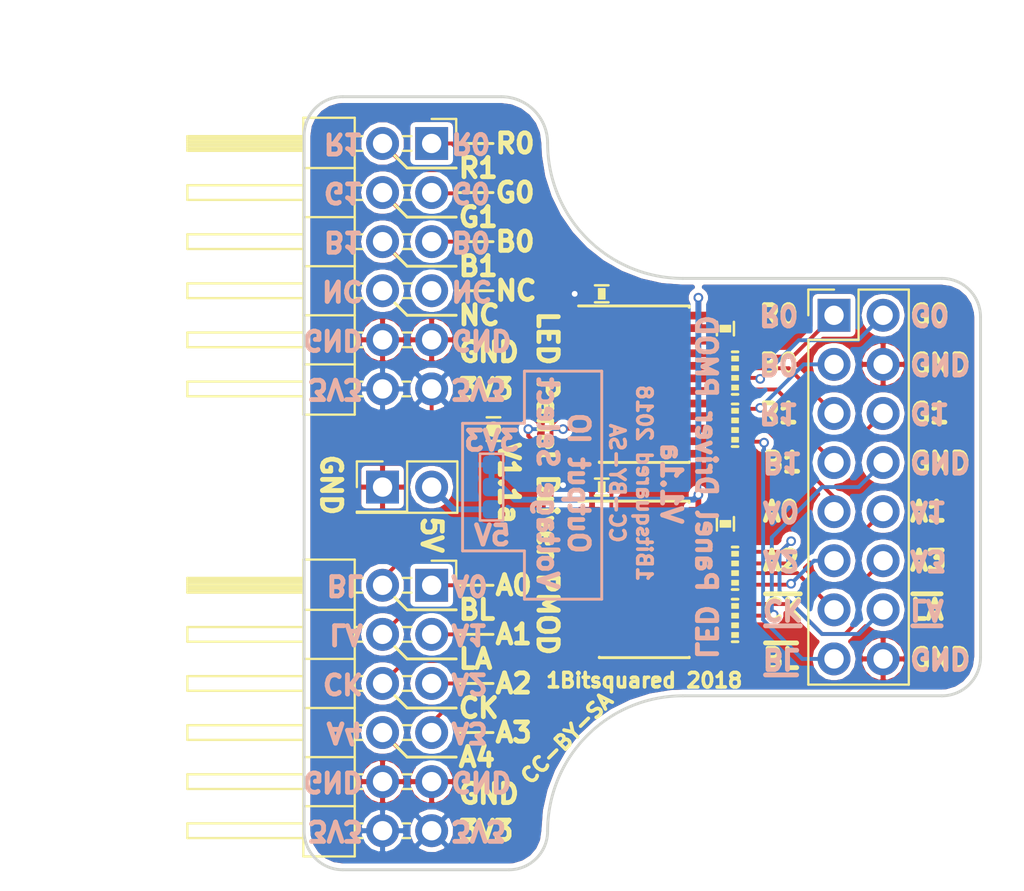
<source format=kicad_pcb>
(kicad_pcb (version 20171130) (host pcbnew 5.0.1-33cea8e~66~ubuntu18.04.1)

  (general
    (thickness 0.8)
    (drawings 141)
    (tracks 229)
    (zones 0)
    (modules 16)
    (nets 57)
  )

  (page A4)
  (title_block
    (title "iCEBreaker PMOD - Hyperram")
    (rev V1.1a)
    (company 1BitSquared)
    (comment 1 "2018 (C) 1BitSquared <info@1bitsquared.com>")
    (comment 2 "2018 (C) Piotr Esden-Tempski <piotr@esden.net>")
    (comment 3 "License: CC-BY-SA 4.0")
  )

  (layers
    (0 F.Cu signal)
    (31 B.Cu signal)
    (33 F.Adhes user)
    (34 B.Paste user)
    (35 F.Paste user)
    (36 B.SilkS user)
    (37 F.SilkS user)
    (38 B.Mask user)
    (39 F.Mask user)
    (40 Dwgs.User user)
    (44 Edge.Cuts user)
    (46 B.CrtYd user)
    (47 F.CrtYd user)
    (48 B.Fab user)
    (49 F.Fab user)
  )

  (setup
    (last_trace_width 0.2)
    (user_trace_width 0.3)
    (trace_clearance 0.2)
    (zone_clearance 0.25)
    (zone_45_only yes)
    (trace_min 0.2)
    (segment_width 0.15)
    (edge_width 0.15)
    (via_size 0.5)
    (via_drill 0.3)
    (via_min_size 0.5)
    (via_min_drill 0.3)
    (uvia_size 0.3)
    (uvia_drill 0.1)
    (uvias_allowed no)
    (uvia_min_size 0.2)
    (uvia_min_drill 0.1)
    (pcb_text_width 0.3)
    (pcb_text_size 1.5 1.5)
    (mod_edge_width 0.15)
    (mod_text_size 1 1)
    (mod_text_width 0.15)
    (pad_size 0.5 0.6)
    (pad_drill 0)
    (pad_to_mask_clearance 0.05)
    (solder_mask_min_width 0.25)
    (aux_axis_origin 0 0)
    (grid_origin 37.4 44)
    (visible_elements FFFFFF1F)
    (pcbplotparams
      (layerselection 0x010fc_ffffffff)
      (usegerberextensions true)
      (usegerberattributes false)
      (usegerberadvancedattributes false)
      (creategerberjobfile false)
      (excludeedgelayer true)
      (linewidth 0.300000)
      (plotframeref false)
      (viasonmask false)
      (mode 1)
      (useauxorigin false)
      (hpglpennumber 1)
      (hpglpenspeed 20)
      (hpglpendiameter 15.000000)
      (psnegative false)
      (psa4output false)
      (plotreference true)
      (plotvalue true)
      (plotinvisibletext false)
      (padsonsilk false)
      (subtractmaskfromsilk true)
      (outputformat 1)
      (mirror false)
      (drillshape 0)
      (scaleselection 1)
      (outputdirectory "gerber"))
  )

  (net 0 "")
  (net 1 GND)
  (net 2 +3V3)
  (net 3 +5V)
  (net 4 /VCCB)
  (net 5 "Net-(R1-Pad2)")
  (net 6 "Net-(R2-Pad2)")
  (net 7 "Net-(R3-Pad1)")
  (net 8 "Net-(R4-Pad1)")
  (net 9 /iA3)
  (net 10 /iA2)
  (net 11 /i~SCLK)
  (net 12 /iA1)
  (net 13 /i~LATCH)
  (net 14 /iA0)
  (net 15 /i~BLANK)
  (net 16 /iR1)
  (net 17 /iR0)
  (net 18 /iG1)
  (net 19 /iG0)
  (net 20 /iB1)
  (net 21 /iB0)
  (net 22 "Net-(J4-Pad10)")
  (net 23 "Net-(J4-Pad4)")
  (net 24 /~BLANK)
  (net 25 /A0)
  (net 26 /B1)
  (net 27 /B0)
  (net 28 /G1)
  (net 29 /G0)
  (net 30 /R1)
  (net 31 /R0)
  (net 32 /~LATCH)
  (net 33 /A1)
  (net 34 /~SCLK)
  (net 35 /A2)
  (net 36 /A3)
  (net 37 "Net-(U2-Pad15)")
  (net 38 "Net-(U2-Pad14)")
  (net 39 "Net-(U2-Pad10)")
  (net 40 "Net-(U2-Pad9)")
  (net 41 /B0x)
  (net 42 /R1x)
  (net 43 /R0x)
  (net 44 /B1x)
  (net 45 /~BLANK~x)
  (net 46 /A0x)
  (net 47 /~SCLK~x)
  (net 48 /A2x)
  (net 49 /G1x)
  (net 50 /A4x)
  (net 51 /G0x)
  (net 52 /A1x)
  (net 53 /A4)
  (net 54 /A3x)
  (net 55 /~LATCH~x)
  (net 56 /iA4)

  (net_class Default "This is the default net class."
    (clearance 0.2)
    (trace_width 0.2)
    (via_dia 0.5)
    (via_drill 0.3)
    (uvia_dia 0.3)
    (uvia_drill 0.1)
    (add_net +3V3)
    (add_net +5V)
    (add_net /A0)
    (add_net /A0x)
    (add_net /A1)
    (add_net /A1x)
    (add_net /A2)
    (add_net /A2x)
    (add_net /A3)
    (add_net /A3x)
    (add_net /A4)
    (add_net /A4x)
    (add_net /B0)
    (add_net /B0x)
    (add_net /B1)
    (add_net /B1x)
    (add_net /G0)
    (add_net /G0x)
    (add_net /G1)
    (add_net /G1x)
    (add_net /R0)
    (add_net /R0x)
    (add_net /R1)
    (add_net /R1x)
    (add_net /VCCB)
    (add_net /iA0)
    (add_net /iA1)
    (add_net /iA2)
    (add_net /iA3)
    (add_net /iA4)
    (add_net /iB0)
    (add_net /iB1)
    (add_net /iG0)
    (add_net /iG1)
    (add_net /iR0)
    (add_net /iR1)
    (add_net /i~BLANK)
    (add_net /i~LATCH)
    (add_net /i~SCLK)
    (add_net /~BLANK)
    (add_net /~BLANK~x)
    (add_net /~LATCH)
    (add_net /~LATCH~x)
    (add_net /~SCLK)
    (add_net /~SCLK~x)
    (add_net GND)
    (add_net "Net-(J4-Pad10)")
    (add_net "Net-(J4-Pad4)")
    (add_net "Net-(R1-Pad2)")
    (add_net "Net-(R2-Pad2)")
    (add_net "Net-(R3-Pad1)")
    (add_net "Net-(R4-Pad1)")
    (add_net "Net-(U2-Pad10)")
    (add_net "Net-(U2-Pad14)")
    (add_net "Net-(U2-Pad15)")
    (add_net "Net-(U2-Pad9)")
  )

  (module pkl_dipol:R_Array_Convex_4x0402 (layer F.Cu) (tedit 5B8B823A) (tstamp 5BC7D230)
    (at 59.7 50.9)
    (descr "Thick Film Chip Resistor Array, Wave soldering, Vishay CRA06P (see cra06p.pdf)")
    (tags "resistor array")
    (path /5BCAD60F)
    (solder_mask_margin 0.05)
    (attr smd)
    (fp_text reference R8 (at 0 -2) (layer F.Fab)
      (effects (font (size 0.75 0.75) (thickness 0.15)))
    )
    (fp_text value 33E (at 0 2) (layer F.Fab)
      (effects (font (size 0.75 0.75) (thickness 0.15)))
    )
    (fp_poly (pts (xy -0.175 0.625) (xy 0.175 0.625) (xy 0.175 0.875) (xy -0.175 0.875)) (layer F.SilkS) (width 0.05))
    (fp_poly (pts (xy -0.175 0.125) (xy 0.175 0.125) (xy 0.175 0.375) (xy -0.175 0.375)) (layer F.SilkS) (width 0.05))
    (fp_poly (pts (xy -0.175 -0.875) (xy 0.175 -0.875) (xy 0.175 -0.625) (xy -0.175 -0.625)) (layer F.SilkS) (width 0.05))
    (fp_poly (pts (xy -0.175 -0.375) (xy 0.175 -0.375) (xy 0.175 -0.125) (xy -0.175 -0.125)) (layer F.SilkS) (width 0.05))
    (fp_line (start 0.15 -1.1) (end -0.15 -1.1) (layer F.SilkS) (width 0.15))
    (fp_line (start 0.15 1.1) (end -0.15 1.1) (layer F.SilkS) (width 0.15))
    (fp_line (start 1 -1.35) (end 1 1.35) (layer F.CrtYd) (width 0.05))
    (fp_line (start -1 -1.35) (end -1 1.35) (layer F.CrtYd) (width 0.05))
    (fp_line (start -1 1.35) (end 1 1.35) (layer F.CrtYd) (width 0.05))
    (fp_line (start -1 -1.35) (end 1 -1.35) (layer F.CrtYd) (width 0.05))
    (fp_line (start 0.5 -1) (end 0.5 -0.55) (layer F.Fab) (width 0.05))
    (fp_line (start 0.5 -0.55) (end 0.3 -0.55) (layer F.Fab) (width 0.05))
    (fp_line (start 0.3 -0.55) (end 0.3 -0.4) (layer F.Fab) (width 0.05))
    (fp_line (start 0.3 -0.4) (end 0.5 -0.4) (layer F.Fab) (width 0.05))
    (fp_line (start 0.5 -0.4) (end 0.5 -0.1) (layer F.Fab) (width 0.05))
    (fp_line (start 0.5 -0.1) (end 0.3 -0.1) (layer F.Fab) (width 0.05))
    (fp_line (start 0.3 -0.1) (end 0.3 0.1) (layer F.Fab) (width 0.05))
    (fp_line (start 0.3 0.1) (end 0.5 0.1) (layer F.Fab) (width 0.05))
    (fp_line (start 0.5 0.1) (end 0.5 0.4) (layer F.Fab) (width 0.05))
    (fp_line (start 0.5 0.4) (end 0.3 0.4) (layer F.Fab) (width 0.05))
    (fp_line (start 0.3 0.4) (end 0.3 0.55) (layer F.Fab) (width 0.05))
    (fp_line (start 0.3 0.55) (end 0.5 0.55) (layer F.Fab) (width 0.05))
    (fp_line (start 0.5 0.55) (end 0.5 1) (layer F.Fab) (width 0.05))
    (fp_line (start 0.5 1) (end -0.5 1) (layer F.Fab) (width 0.05))
    (fp_line (start -0.5 1) (end -0.5 0.55) (layer F.Fab) (width 0.05))
    (fp_line (start -0.5 0.55) (end -0.3 0.55) (layer F.Fab) (width 0.05))
    (fp_line (start -0.3 0.55) (end -0.3 0.4) (layer F.Fab) (width 0.05))
    (fp_line (start -0.3 0.4) (end -0.5 0.4) (layer F.Fab) (width 0.05))
    (fp_line (start -0.5 0.4) (end -0.5 0.1) (layer F.Fab) (width 0.05))
    (fp_line (start -0.5 0.1) (end -0.3 0.1) (layer F.Fab) (width 0.05))
    (fp_line (start -0.3 0.1) (end -0.3 -0.1) (layer F.Fab) (width 0.05))
    (fp_line (start -0.3 -0.1) (end -0.5 -0.1) (layer F.Fab) (width 0.05))
    (fp_line (start -0.5 -0.1) (end -0.5 -0.4) (layer F.Fab) (width 0.05))
    (fp_line (start -0.5 -0.4) (end -0.3 -0.4) (layer F.Fab) (width 0.05))
    (fp_line (start -0.3 -0.4) (end -0.3 -0.55) (layer F.Fab) (width 0.05))
    (fp_line (start -0.3 -0.55) (end -0.5 -0.55) (layer F.Fab) (width 0.05))
    (fp_line (start -0.5 -0.55) (end -0.5 -1) (layer F.Fab) (width 0.05))
    (fp_line (start -0.5 -1) (end 0.5 -1) (layer F.Fab) (width 0.05))
    (pad 8 smd roundrect (at 0.5 0.85) (size 0.5 0.5) (layers F.Cu F.Paste F.Mask) (roundrect_rratio 0.25))
    (pad 6 smd roundrect (at 0.5 0.25) (size 0.5 0.3) (layers F.Cu F.Paste F.Mask) (roundrect_rratio 0.25))
    (pad 4 smd roundrect (at 0.5 -0.25) (size 0.5 0.3) (layers F.Cu F.Paste F.Mask) (roundrect_rratio 0.25)
      (net 50 /A4x))
    (pad 2 smd roundrect (at 0.5 -0.85) (size 0.5 0.5) (layers F.Cu F.Paste F.Mask) (roundrect_rratio 0.25)
      (net 54 /A3x))
    (pad 7 smd roundrect (at -0.5 0.85) (size 0.5 0.5) (layers F.Cu F.Paste F.Mask) (roundrect_rratio 0.25))
    (pad 1 smd roundrect (at -0.5 -0.85) (size 0.5 0.5) (layers F.Cu F.Paste F.Mask) (roundrect_rratio 0.25)
      (net 36 /A3))
    (pad 5 smd roundrect (at -0.5 0.25) (size 0.5 0.3) (layers F.Cu F.Paste F.Mask) (roundrect_rratio 0.25))
    (pad 3 smd roundrect (at -0.5 -0.25) (size 0.5 0.3) (layers F.Cu F.Paste F.Mask) (roundrect_rratio 0.25)
      (net 53 /A4))
    (model ${KISYS3DMOD}/Resistor_SMD.3dshapes/R_Array_Convex_4x0402.step
      (at (xyz 0 0 0))
      (scale (xyz 1 1 1))
      (rotate (xyz 0 0 0))
    )
  )

  (module pkl_dipol:R_Array_Convex_4x0402 (layer F.Cu) (tedit 5B8B823A) (tstamp 5BC7D1FE)
    (at 59.7 48.2)
    (descr "Thick Film Chip Resistor Array, Wave soldering, Vishay CRA06P (see cra06p.pdf)")
    (tags "resistor array")
    (path /5BCAD4CD)
    (solder_mask_margin 0.05)
    (attr smd)
    (fp_text reference R7 (at 0 -2) (layer F.Fab)
      (effects (font (size 0.75 0.75) (thickness 0.15)))
    )
    (fp_text value 33E (at 0 2) (layer F.Fab)
      (effects (font (size 0.75 0.75) (thickness 0.15)))
    )
    (fp_line (start -0.5 -1) (end 0.5 -1) (layer F.Fab) (width 0.05))
    (fp_line (start -0.5 -0.55) (end -0.5 -1) (layer F.Fab) (width 0.05))
    (fp_line (start -0.3 -0.55) (end -0.5 -0.55) (layer F.Fab) (width 0.05))
    (fp_line (start -0.3 -0.4) (end -0.3 -0.55) (layer F.Fab) (width 0.05))
    (fp_line (start -0.5 -0.4) (end -0.3 -0.4) (layer F.Fab) (width 0.05))
    (fp_line (start -0.5 -0.1) (end -0.5 -0.4) (layer F.Fab) (width 0.05))
    (fp_line (start -0.3 -0.1) (end -0.5 -0.1) (layer F.Fab) (width 0.05))
    (fp_line (start -0.3 0.1) (end -0.3 -0.1) (layer F.Fab) (width 0.05))
    (fp_line (start -0.5 0.1) (end -0.3 0.1) (layer F.Fab) (width 0.05))
    (fp_line (start -0.5 0.4) (end -0.5 0.1) (layer F.Fab) (width 0.05))
    (fp_line (start -0.3 0.4) (end -0.5 0.4) (layer F.Fab) (width 0.05))
    (fp_line (start -0.3 0.55) (end -0.3 0.4) (layer F.Fab) (width 0.05))
    (fp_line (start -0.5 0.55) (end -0.3 0.55) (layer F.Fab) (width 0.05))
    (fp_line (start -0.5 1) (end -0.5 0.55) (layer F.Fab) (width 0.05))
    (fp_line (start 0.5 1) (end -0.5 1) (layer F.Fab) (width 0.05))
    (fp_line (start 0.5 0.55) (end 0.5 1) (layer F.Fab) (width 0.05))
    (fp_line (start 0.3 0.55) (end 0.5 0.55) (layer F.Fab) (width 0.05))
    (fp_line (start 0.3 0.4) (end 0.3 0.55) (layer F.Fab) (width 0.05))
    (fp_line (start 0.5 0.4) (end 0.3 0.4) (layer F.Fab) (width 0.05))
    (fp_line (start 0.5 0.1) (end 0.5 0.4) (layer F.Fab) (width 0.05))
    (fp_line (start 0.3 0.1) (end 0.5 0.1) (layer F.Fab) (width 0.05))
    (fp_line (start 0.3 -0.1) (end 0.3 0.1) (layer F.Fab) (width 0.05))
    (fp_line (start 0.5 -0.1) (end 0.3 -0.1) (layer F.Fab) (width 0.05))
    (fp_line (start 0.5 -0.4) (end 0.5 -0.1) (layer F.Fab) (width 0.05))
    (fp_line (start 0.3 -0.4) (end 0.5 -0.4) (layer F.Fab) (width 0.05))
    (fp_line (start 0.3 -0.55) (end 0.3 -0.4) (layer F.Fab) (width 0.05))
    (fp_line (start 0.5 -0.55) (end 0.3 -0.55) (layer F.Fab) (width 0.05))
    (fp_line (start 0.5 -1) (end 0.5 -0.55) (layer F.Fab) (width 0.05))
    (fp_line (start -1 -1.35) (end 1 -1.35) (layer F.CrtYd) (width 0.05))
    (fp_line (start -1 1.35) (end 1 1.35) (layer F.CrtYd) (width 0.05))
    (fp_line (start -1 -1.35) (end -1 1.35) (layer F.CrtYd) (width 0.05))
    (fp_line (start 1 -1.35) (end 1 1.35) (layer F.CrtYd) (width 0.05))
    (fp_line (start 0.15 1.1) (end -0.15 1.1) (layer F.SilkS) (width 0.15))
    (fp_line (start 0.15 -1.1) (end -0.15 -1.1) (layer F.SilkS) (width 0.15))
    (fp_poly (pts (xy -0.175 -0.375) (xy 0.175 -0.375) (xy 0.175 -0.125) (xy -0.175 -0.125)) (layer F.SilkS) (width 0.05))
    (fp_poly (pts (xy -0.175 -0.875) (xy 0.175 -0.875) (xy 0.175 -0.625) (xy -0.175 -0.625)) (layer F.SilkS) (width 0.05))
    (fp_poly (pts (xy -0.175 0.125) (xy 0.175 0.125) (xy 0.175 0.375) (xy -0.175 0.375)) (layer F.SilkS) (width 0.05))
    (fp_poly (pts (xy -0.175 0.625) (xy 0.175 0.625) (xy 0.175 0.875) (xy -0.175 0.875)) (layer F.SilkS) (width 0.05))
    (pad 3 smd roundrect (at -0.5 -0.25) (size 0.5 0.3) (layers F.Cu F.Paste F.Mask) (roundrect_rratio 0.25)
      (net 33 /A1))
    (pad 5 smd roundrect (at -0.5 0.25) (size 0.5 0.3) (layers F.Cu F.Paste F.Mask) (roundrect_rratio 0.25)
      (net 34 /~SCLK))
    (pad 1 smd roundrect (at -0.5 -0.85) (size 0.5 0.5) (layers F.Cu F.Paste F.Mask) (roundrect_rratio 0.25)
      (net 32 /~LATCH))
    (pad 7 smd roundrect (at -0.5 0.85) (size 0.5 0.5) (layers F.Cu F.Paste F.Mask) (roundrect_rratio 0.25)
      (net 35 /A2))
    (pad 2 smd roundrect (at 0.5 -0.85) (size 0.5 0.5) (layers F.Cu F.Paste F.Mask) (roundrect_rratio 0.25)
      (net 55 /~LATCH~x))
    (pad 4 smd roundrect (at 0.5 -0.25) (size 0.5 0.3) (layers F.Cu F.Paste F.Mask) (roundrect_rratio 0.25)
      (net 52 /A1x))
    (pad 6 smd roundrect (at 0.5 0.25) (size 0.5 0.3) (layers F.Cu F.Paste F.Mask) (roundrect_rratio 0.25)
      (net 47 /~SCLK~x))
    (pad 8 smd roundrect (at 0.5 0.85) (size 0.5 0.5) (layers F.Cu F.Paste F.Mask) (roundrect_rratio 0.25)
      (net 48 /A2x))
    (model ${KISYS3DMOD}/Resistor_SMD.3dshapes/R_Array_Convex_4x0402.step
      (at (xyz 0 0 0))
      (scale (xyz 1 1 1))
      (rotate (xyz 0 0 0))
    )
  )

  (module pkl_dipol:R_Array_Convex_4x0402 (layer F.Cu) (tedit 5B8B823A) (tstamp 5BC7D1CC)
    (at 59.7 40.8)
    (descr "Thick Film Chip Resistor Array, Wave soldering, Vishay CRA06P (see cra06p.pdf)")
    (tags "resistor array")
    (path /5BCAD3F9)
    (solder_mask_margin 0.05)
    (attr smd)
    (fp_text reference R6 (at 0 -2) (layer F.Fab)
      (effects (font (size 0.75 0.75) (thickness 0.15)))
    )
    (fp_text value 33E (at 0 2) (layer F.Fab)
      (effects (font (size 0.75 0.75) (thickness 0.15)))
    )
    (fp_poly (pts (xy -0.175 0.625) (xy 0.175 0.625) (xy 0.175 0.875) (xy -0.175 0.875)) (layer F.SilkS) (width 0.05))
    (fp_poly (pts (xy -0.175 0.125) (xy 0.175 0.125) (xy 0.175 0.375) (xy -0.175 0.375)) (layer F.SilkS) (width 0.05))
    (fp_poly (pts (xy -0.175 -0.875) (xy 0.175 -0.875) (xy 0.175 -0.625) (xy -0.175 -0.625)) (layer F.SilkS) (width 0.05))
    (fp_poly (pts (xy -0.175 -0.375) (xy 0.175 -0.375) (xy 0.175 -0.125) (xy -0.175 -0.125)) (layer F.SilkS) (width 0.05))
    (fp_line (start 0.15 -1.1) (end -0.15 -1.1) (layer F.SilkS) (width 0.15))
    (fp_line (start 0.15 1.1) (end -0.15 1.1) (layer F.SilkS) (width 0.15))
    (fp_line (start 1 -1.35) (end 1 1.35) (layer F.CrtYd) (width 0.05))
    (fp_line (start -1 -1.35) (end -1 1.35) (layer F.CrtYd) (width 0.05))
    (fp_line (start -1 1.35) (end 1 1.35) (layer F.CrtYd) (width 0.05))
    (fp_line (start -1 -1.35) (end 1 -1.35) (layer F.CrtYd) (width 0.05))
    (fp_line (start 0.5 -1) (end 0.5 -0.55) (layer F.Fab) (width 0.05))
    (fp_line (start 0.5 -0.55) (end 0.3 -0.55) (layer F.Fab) (width 0.05))
    (fp_line (start 0.3 -0.55) (end 0.3 -0.4) (layer F.Fab) (width 0.05))
    (fp_line (start 0.3 -0.4) (end 0.5 -0.4) (layer F.Fab) (width 0.05))
    (fp_line (start 0.5 -0.4) (end 0.5 -0.1) (layer F.Fab) (width 0.05))
    (fp_line (start 0.5 -0.1) (end 0.3 -0.1) (layer F.Fab) (width 0.05))
    (fp_line (start 0.3 -0.1) (end 0.3 0.1) (layer F.Fab) (width 0.05))
    (fp_line (start 0.3 0.1) (end 0.5 0.1) (layer F.Fab) (width 0.05))
    (fp_line (start 0.5 0.1) (end 0.5 0.4) (layer F.Fab) (width 0.05))
    (fp_line (start 0.5 0.4) (end 0.3 0.4) (layer F.Fab) (width 0.05))
    (fp_line (start 0.3 0.4) (end 0.3 0.55) (layer F.Fab) (width 0.05))
    (fp_line (start 0.3 0.55) (end 0.5 0.55) (layer F.Fab) (width 0.05))
    (fp_line (start 0.5 0.55) (end 0.5 1) (layer F.Fab) (width 0.05))
    (fp_line (start 0.5 1) (end -0.5 1) (layer F.Fab) (width 0.05))
    (fp_line (start -0.5 1) (end -0.5 0.55) (layer F.Fab) (width 0.05))
    (fp_line (start -0.5 0.55) (end -0.3 0.55) (layer F.Fab) (width 0.05))
    (fp_line (start -0.3 0.55) (end -0.3 0.4) (layer F.Fab) (width 0.05))
    (fp_line (start -0.3 0.4) (end -0.5 0.4) (layer F.Fab) (width 0.05))
    (fp_line (start -0.5 0.4) (end -0.5 0.1) (layer F.Fab) (width 0.05))
    (fp_line (start -0.5 0.1) (end -0.3 0.1) (layer F.Fab) (width 0.05))
    (fp_line (start -0.3 0.1) (end -0.3 -0.1) (layer F.Fab) (width 0.05))
    (fp_line (start -0.3 -0.1) (end -0.5 -0.1) (layer F.Fab) (width 0.05))
    (fp_line (start -0.5 -0.1) (end -0.5 -0.4) (layer F.Fab) (width 0.05))
    (fp_line (start -0.5 -0.4) (end -0.3 -0.4) (layer F.Fab) (width 0.05))
    (fp_line (start -0.3 -0.4) (end -0.3 -0.55) (layer F.Fab) (width 0.05))
    (fp_line (start -0.3 -0.55) (end -0.5 -0.55) (layer F.Fab) (width 0.05))
    (fp_line (start -0.5 -0.55) (end -0.5 -1) (layer F.Fab) (width 0.05))
    (fp_line (start -0.5 -1) (end 0.5 -1) (layer F.Fab) (width 0.05))
    (pad 8 smd roundrect (at 0.5 0.85) (size 0.5 0.5) (layers F.Cu F.Paste F.Mask) (roundrect_rratio 0.25)
      (net 45 /~BLANK~x))
    (pad 6 smd roundrect (at 0.5 0.25) (size 0.5 0.3) (layers F.Cu F.Paste F.Mask) (roundrect_rratio 0.25)
      (net 46 /A0x))
    (pad 4 smd roundrect (at 0.5 -0.25) (size 0.5 0.3) (layers F.Cu F.Paste F.Mask) (roundrect_rratio 0.25)
      (net 44 /B1x))
    (pad 2 smd roundrect (at 0.5 -0.85) (size 0.5 0.5) (layers F.Cu F.Paste F.Mask) (roundrect_rratio 0.25)
      (net 41 /B0x))
    (pad 7 smd roundrect (at -0.5 0.85) (size 0.5 0.5) (layers F.Cu F.Paste F.Mask) (roundrect_rratio 0.25)
      (net 24 /~BLANK))
    (pad 1 smd roundrect (at -0.5 -0.85) (size 0.5 0.5) (layers F.Cu F.Paste F.Mask) (roundrect_rratio 0.25)
      (net 27 /B0))
    (pad 5 smd roundrect (at -0.5 0.25) (size 0.5 0.3) (layers F.Cu F.Paste F.Mask) (roundrect_rratio 0.25)
      (net 25 /A0))
    (pad 3 smd roundrect (at -0.5 -0.25) (size 0.5 0.3) (layers F.Cu F.Paste F.Mask) (roundrect_rratio 0.25)
      (net 26 /B1))
    (model ${KISYS3DMOD}/Resistor_SMD.3dshapes/R_Array_Convex_4x0402.step
      (at (xyz 0 0 0))
      (scale (xyz 1 1 1))
      (rotate (xyz 0 0 0))
    )
  )

  (module pkl_dipol:R_Array_Convex_4x0402 (layer F.Cu) (tedit 5B8B823A) (tstamp 5BC7D19A)
    (at 59.7 38.1)
    (descr "Thick Film Chip Resistor Array, Wave soldering, Vishay CRA06P (see cra06p.pdf)")
    (tags "resistor array")
    (path /5BCAD140)
    (solder_mask_margin 0.05)
    (attr smd)
    (fp_text reference R5 (at 0 -2) (layer F.Fab)
      (effects (font (size 0.75 0.75) (thickness 0.15)))
    )
    (fp_text value 33E (at 0 2) (layer F.Fab)
      (effects (font (size 0.75 0.75) (thickness 0.15)))
    )
    (fp_line (start -0.5 -1) (end 0.5 -1) (layer F.Fab) (width 0.05))
    (fp_line (start -0.5 -0.55) (end -0.5 -1) (layer F.Fab) (width 0.05))
    (fp_line (start -0.3 -0.55) (end -0.5 -0.55) (layer F.Fab) (width 0.05))
    (fp_line (start -0.3 -0.4) (end -0.3 -0.55) (layer F.Fab) (width 0.05))
    (fp_line (start -0.5 -0.4) (end -0.3 -0.4) (layer F.Fab) (width 0.05))
    (fp_line (start -0.5 -0.1) (end -0.5 -0.4) (layer F.Fab) (width 0.05))
    (fp_line (start -0.3 -0.1) (end -0.5 -0.1) (layer F.Fab) (width 0.05))
    (fp_line (start -0.3 0.1) (end -0.3 -0.1) (layer F.Fab) (width 0.05))
    (fp_line (start -0.5 0.1) (end -0.3 0.1) (layer F.Fab) (width 0.05))
    (fp_line (start -0.5 0.4) (end -0.5 0.1) (layer F.Fab) (width 0.05))
    (fp_line (start -0.3 0.4) (end -0.5 0.4) (layer F.Fab) (width 0.05))
    (fp_line (start -0.3 0.55) (end -0.3 0.4) (layer F.Fab) (width 0.05))
    (fp_line (start -0.5 0.55) (end -0.3 0.55) (layer F.Fab) (width 0.05))
    (fp_line (start -0.5 1) (end -0.5 0.55) (layer F.Fab) (width 0.05))
    (fp_line (start 0.5 1) (end -0.5 1) (layer F.Fab) (width 0.05))
    (fp_line (start 0.5 0.55) (end 0.5 1) (layer F.Fab) (width 0.05))
    (fp_line (start 0.3 0.55) (end 0.5 0.55) (layer F.Fab) (width 0.05))
    (fp_line (start 0.3 0.4) (end 0.3 0.55) (layer F.Fab) (width 0.05))
    (fp_line (start 0.5 0.4) (end 0.3 0.4) (layer F.Fab) (width 0.05))
    (fp_line (start 0.5 0.1) (end 0.5 0.4) (layer F.Fab) (width 0.05))
    (fp_line (start 0.3 0.1) (end 0.5 0.1) (layer F.Fab) (width 0.05))
    (fp_line (start 0.3 -0.1) (end 0.3 0.1) (layer F.Fab) (width 0.05))
    (fp_line (start 0.5 -0.1) (end 0.3 -0.1) (layer F.Fab) (width 0.05))
    (fp_line (start 0.5 -0.4) (end 0.5 -0.1) (layer F.Fab) (width 0.05))
    (fp_line (start 0.3 -0.4) (end 0.5 -0.4) (layer F.Fab) (width 0.05))
    (fp_line (start 0.3 -0.55) (end 0.3 -0.4) (layer F.Fab) (width 0.05))
    (fp_line (start 0.5 -0.55) (end 0.3 -0.55) (layer F.Fab) (width 0.05))
    (fp_line (start 0.5 -1) (end 0.5 -0.55) (layer F.Fab) (width 0.05))
    (fp_line (start -1 -1.35) (end 1 -1.35) (layer F.CrtYd) (width 0.05))
    (fp_line (start -1 1.35) (end 1 1.35) (layer F.CrtYd) (width 0.05))
    (fp_line (start -1 -1.35) (end -1 1.35) (layer F.CrtYd) (width 0.05))
    (fp_line (start 1 -1.35) (end 1 1.35) (layer F.CrtYd) (width 0.05))
    (fp_line (start 0.15 1.1) (end -0.15 1.1) (layer F.SilkS) (width 0.15))
    (fp_line (start 0.15 -1.1) (end -0.15 -1.1) (layer F.SilkS) (width 0.15))
    (fp_poly (pts (xy -0.175 -0.375) (xy 0.175 -0.375) (xy 0.175 -0.125) (xy -0.175 -0.125)) (layer F.SilkS) (width 0.05))
    (fp_poly (pts (xy -0.175 -0.875) (xy 0.175 -0.875) (xy 0.175 -0.625) (xy -0.175 -0.625)) (layer F.SilkS) (width 0.05))
    (fp_poly (pts (xy -0.175 0.125) (xy 0.175 0.125) (xy 0.175 0.375) (xy -0.175 0.375)) (layer F.SilkS) (width 0.05))
    (fp_poly (pts (xy -0.175 0.625) (xy 0.175 0.625) (xy 0.175 0.875) (xy -0.175 0.875)) (layer F.SilkS) (width 0.05))
    (pad 3 smd roundrect (at -0.5 -0.25) (size 0.5 0.3) (layers F.Cu F.Paste F.Mask) (roundrect_rratio 0.25)
      (net 30 /R1))
    (pad 5 smd roundrect (at -0.5 0.25) (size 0.5 0.3) (layers F.Cu F.Paste F.Mask) (roundrect_rratio 0.25)
      (net 29 /G0))
    (pad 1 smd roundrect (at -0.5 -0.85) (size 0.5 0.5) (layers F.Cu F.Paste F.Mask) (roundrect_rratio 0.25)
      (net 31 /R0))
    (pad 7 smd roundrect (at -0.5 0.85) (size 0.5 0.5) (layers F.Cu F.Paste F.Mask) (roundrect_rratio 0.25)
      (net 28 /G1))
    (pad 2 smd roundrect (at 0.5 -0.85) (size 0.5 0.5) (layers F.Cu F.Paste F.Mask) (roundrect_rratio 0.25)
      (net 43 /R0x))
    (pad 4 smd roundrect (at 0.5 -0.25) (size 0.5 0.3) (layers F.Cu F.Paste F.Mask) (roundrect_rratio 0.25)
      (net 42 /R1x))
    (pad 6 smd roundrect (at 0.5 0.25) (size 0.5 0.3) (layers F.Cu F.Paste F.Mask) (roundrect_rratio 0.25)
      (net 51 /G0x))
    (pad 8 smd roundrect (at 0.5 0.85) (size 0.5 0.5) (layers F.Cu F.Paste F.Mask) (roundrect_rratio 0.25)
      (net 49 /G1x))
    (model ${KISYS3DMOD}/Resistor_SMD.3dshapes/R_Array_Convex_4x0402.step
      (at (xyz 0 0 0))
      (scale (xyz 1 1 1))
      (rotate (xyz 0 0 0))
    )
  )

  (module pkl_jumpers:J_NCNO_0903_30 (layer B.Cu) (tedit 5BC39D8D) (tstamp 5BC81699)
    (at 47.1 44 270)
    (descr "Jumper Normally Closed SMD 0603, 0.15mm connection, reflow soldering")
    (tags "jumper 0603")
    (path /5BAA8ED0)
    (attr smd)
    (fp_text reference J5 (at 0 1.1 270) (layer B.Fab)
      (effects (font (size 0.635 0.635) (thickness 0.1)) (justify mirror))
    )
    (fp_text value jmp (at 0 -1.2 270) (layer B.Fab)
      (effects (font (size 0.635 0.635) (thickness 0.1)) (justify mirror))
    )
    (fp_line (start -1.725 0.6) (end -1.725 -0.6) (layer B.SilkS) (width 0.13))
    (fp_line (start 1.725 0.6) (end 1.725 -0.6) (layer B.SilkS) (width 0.13))
    (fp_line (start -1.75 0.725) (end 1.75 0.725) (layer B.CrtYd) (width 0.05))
    (fp_line (start -1.75 -0.725) (end 1.75 -0.725) (layer B.CrtYd) (width 0.05))
    (fp_line (start -1.75 0.725) (end -1.75 -0.725) (layer B.CrtYd) (width 0.05))
    (fp_line (start 1.75 0.725) (end 1.75 -0.725) (layer B.CrtYd) (width 0.05))
    (fp_line (start -1.725 0.6) (end 1.725 0.6) (layer B.SilkS) (width 0.13))
    (fp_line (start 1.725 -0.6) (end -1.725 -0.6) (layer B.SilkS) (width 0.13))
    (fp_poly (pts (xy -0.625 0.25) (xy -0.525 0.25) (xy -0.525 -0.25) (xy -0.625 -0.25)) (layer B.Mask) (width 0.15))
    (fp_line (start -0.775 0) (end -0.375 0) (layer B.Cu) (width 0.3))
    (fp_poly (pts (xy 0.525 0.25) (xy 0.625 0.25) (xy 0.625 -0.25) (xy 0.525 -0.25)) (layer B.Mask) (width 0.15))
    (pad 1 smd roundrect (at -1.15 0 270) (size 0.95 0.9) (layers B.Cu B.Paste B.Mask) (roundrect_rratio 0.25)
      (net 2 +3V3))
    (pad 2 smd roundrect (at 0 0 270) (size 0.95 0.9) (layers B.Cu B.Paste B.Mask) (roundrect_rratio 0.25)
      (net 4 /VCCB))
    (pad 3 smd roundrect (at 1.15 0 270) (size 0.95 0.9) (layers B.Cu B.Paste B.Mask) (roundrect_rratio 0.25)
      (net 3 +5V))
  )

  (module Connector_PinHeader_2.54mm:PinHeader_2x08_P2.54mm_Vertical (layer F.Cu) (tedit 5BA9C26F) (tstamp 5BAB5031)
    (at 64.82 35.11)
    (descr "Through hole straight pin header, 2x08, 2.54mm pitch, double rows")
    (tags "Through hole pin header THT 2x08 2.54mm double row")
    (path /5BCEB637)
    (fp_text reference J6 (at 1.27 -2.33) (layer F.Fab)
      (effects (font (size 1 1) (thickness 0.15)))
    )
    (fp_text value Conn_02x08_Odd_Even (at 1.27 20.11) (layer F.Fab)
      (effects (font (size 1 1) (thickness 0.15)))
    )
    (fp_line (start 0 -1.27) (end 3.81 -1.27) (layer F.Fab) (width 0.1))
    (fp_line (start 3.81 -1.27) (end 3.81 19.05) (layer F.Fab) (width 0.1))
    (fp_line (start 3.81 19.05) (end -1.27 19.05) (layer F.Fab) (width 0.1))
    (fp_line (start -1.27 19.05) (end -1.27 0) (layer F.Fab) (width 0.1))
    (fp_line (start -1.27 0) (end 0 -1.27) (layer F.Fab) (width 0.1))
    (fp_line (start -1.33 19.11) (end 3.87 19.11) (layer F.SilkS) (width 0.12))
    (fp_line (start -1.33 1.27) (end -1.33 19.11) (layer F.SilkS) (width 0.12))
    (fp_line (start 3.87 -1.33) (end 3.87 19.11) (layer F.SilkS) (width 0.12))
    (fp_line (start -1.33 1.27) (end 1.27 1.27) (layer F.SilkS) (width 0.12))
    (fp_line (start 1.27 1.27) (end 1.27 -1.33) (layer F.SilkS) (width 0.12))
    (fp_line (start 1.27 -1.33) (end 3.87 -1.33) (layer F.SilkS) (width 0.12))
    (fp_line (start -1.33 0) (end -1.33 -1.33) (layer F.SilkS) (width 0.12))
    (fp_line (start -1.33 -1.33) (end 0 -1.33) (layer F.SilkS) (width 0.12))
    (fp_line (start -1.8 -1.8) (end -1.8 19.55) (layer F.CrtYd) (width 0.05))
    (fp_line (start -1.8 19.55) (end 4.35 19.55) (layer F.CrtYd) (width 0.05))
    (fp_line (start 4.35 19.55) (end 4.35 -1.8) (layer F.CrtYd) (width 0.05))
    (fp_line (start 4.35 -1.8) (end -1.8 -1.8) (layer F.CrtYd) (width 0.05))
    (pad 1 thru_hole rect (at 0 0) (size 1.7 1.7) (drill 1) (layers *.Cu *.Mask)
      (net 43 /R0x))
    (pad 2 thru_hole oval (at 2.54 0) (size 1.7 1.7) (drill 1) (layers *.Cu *.Mask)
      (net 51 /G0x))
    (pad 3 thru_hole oval (at 0 2.54) (size 1.7 1.7) (drill 1) (layers *.Cu *.Mask)
      (net 41 /B0x))
    (pad 4 thru_hole oval (at 2.54 2.54) (size 1.7 1.7) (drill 1) (layers *.Cu *.Mask)
      (net 1 GND))
    (pad 5 thru_hole oval (at 0 5.08) (size 1.7 1.7) (drill 1) (layers *.Cu *.Mask)
      (net 42 /R1x))
    (pad 6 thru_hole oval (at 2.54 5.08) (size 1.7 1.7) (drill 1) (layers *.Cu *.Mask)
      (net 49 /G1x))
    (pad 7 thru_hole oval (at 0 7.62) (size 1.7 1.7) (drill 1) (layers *.Cu *.Mask)
      (net 44 /B1x))
    (pad 8 thru_hole oval (at 2.54 7.62) (size 1.7 1.7) (drill 1) (layers *.Cu *.Mask)
      (net 50 /A4x))
    (pad 9 thru_hole oval (at 0 10.16) (size 1.7 1.7) (drill 1) (layers *.Cu *.Mask)
      (net 46 /A0x))
    (pad 10 thru_hole oval (at 2.54 10.16) (size 1.7 1.7) (drill 1) (layers *.Cu *.Mask)
      (net 52 /A1x))
    (pad 11 thru_hole oval (at 0 12.7) (size 1.7 1.7) (drill 1) (layers *.Cu *.Mask)
      (net 48 /A2x))
    (pad 12 thru_hole oval (at 2.54 12.7) (size 1.7 1.7) (drill 1) (layers *.Cu *.Mask)
      (net 54 /A3x))
    (pad 13 thru_hole oval (at 0 15.24) (size 1.7 1.7) (drill 1) (layers *.Cu *.Mask)
      (net 47 /~SCLK~x))
    (pad 14 thru_hole oval (at 2.54 15.24) (size 1.7 1.7) (drill 1) (layers *.Cu *.Mask)
      (net 55 /~LATCH~x))
    (pad 15 thru_hole oval (at 0 17.78) (size 1.7 1.7) (drill 1) (layers *.Cu *.Mask)
      (net 45 /~BLANK~x))
    (pad 16 thru_hole oval (at 2.54 17.78) (size 1.7 1.7) (drill 1) (layers *.Cu *.Mask)
      (net 1 GND))
    (model ${KISYS3DMOD}/Connector_PinHeader_2.54mm.3dshapes/PinHeader_2x08_P2.54mm_Vertical.wrl
      (at (xyz 0 0 0))
      (scale (xyz 1 1 1))
      (rotate (xyz 0 0 0))
    )
  )

  (module Connector_PinHeader_2.54mm:PinHeader_2x01_P2.54mm_Vertical (layer F.Cu) (tedit 5BA9C16C) (tstamp 5BA9DEDF)
    (at 41.46 44)
    (descr "Through hole straight pin header, 2x01, 2.54mm pitch, double rows")
    (tags "Through hole pin header THT 2x01 2.54mm double row")
    (path /5BAA8EDC)
    (fp_text reference J1 (at 1.27 -2.33) (layer F.Fab)
      (effects (font (size 1 1) (thickness 0.15)))
    )
    (fp_text value 5V (at 1.27 2.33) (layer F.Fab)
      (effects (font (size 1 1) (thickness 0.15)))
    )
    (fp_line (start 0 -1.27) (end 3.81 -1.27) (layer F.Fab) (width 0.1))
    (fp_line (start 3.81 -1.27) (end 3.81 1.27) (layer F.Fab) (width 0.1))
    (fp_line (start 3.81 1.27) (end -1.27 1.27) (layer F.Fab) (width 0.1))
    (fp_line (start -1.27 1.27) (end -1.27 0) (layer F.Fab) (width 0.1))
    (fp_line (start -1.27 0) (end 0 -1.27) (layer F.Fab) (width 0.1))
    (fp_line (start -1.33 1.33) (end 3.87 1.33) (layer F.SilkS) (width 0.12))
    (fp_line (start -1.33 1.27) (end -1.33 1.33) (layer F.SilkS) (width 0.12))
    (fp_line (start 3.87 -1.33) (end 3.87 1.33) (layer F.SilkS) (width 0.12))
    (fp_line (start -1.33 1.27) (end 1.27 1.27) (layer F.SilkS) (width 0.12))
    (fp_line (start 1.27 1.27) (end 1.27 -1.33) (layer F.SilkS) (width 0.12))
    (fp_line (start 1.27 -1.33) (end 3.87 -1.33) (layer F.SilkS) (width 0.12))
    (fp_line (start -1.33 0) (end -1.33 -1.33) (layer F.SilkS) (width 0.12))
    (fp_line (start -1.33 -1.33) (end 0 -1.33) (layer F.SilkS) (width 0.12))
    (fp_line (start -1.8 -1.8) (end -1.8 1.8) (layer F.CrtYd) (width 0.05))
    (fp_line (start -1.8 1.8) (end 4.35 1.8) (layer F.CrtYd) (width 0.05))
    (fp_line (start 4.35 1.8) (end 4.35 -1.8) (layer F.CrtYd) (width 0.05))
    (fp_line (start 4.35 -1.8) (end -1.8 -1.8) (layer F.CrtYd) (width 0.05))
    (pad 1 thru_hole rect (at 0 0) (size 1.7 1.7) (drill 1) (layers *.Cu *.Mask)
      (net 1 GND))
    (pad 2 thru_hole oval (at 2.54 0) (size 1.7 1.7) (drill 1) (layers *.Cu *.Mask)
      (net 3 +5V))
    (model ${KISYS3DMOD}/Connector_PinHeader_2.54mm.3dshapes/PinHeader_2x01_P2.54mm_Vertical.wrl
      (at (xyz 0 0 0))
      (scale (xyz 1 1 1))
      (rotate (xyz 0 0 0))
    )
  )

  (module Package_SO:TSSOP-24_4.4x7.8mm_P0.65mm (layer F.Cu) (tedit 5BA9BC73) (tstamp 5BA9DE9C)
    (at 55 38.7)
    (descr "TSSOP24: plastic thin shrink small outline package; 24 leads; body width 4.4 mm; (see NXP SSOP-TSSOP-VSO-REFLOW.pdf and sot355-1_po.pdf)")
    (tags "SSOP 0.65")
    (path /5BADD62B)
    (attr smd)
    (fp_text reference U1 (at 0 -4.95) (layer F.Fab)
      (effects (font (size 1 1) (thickness 0.15)))
    )
    (fp_text value SN74LVC8T245 (at 0 4.95) (layer F.Fab)
      (effects (font (size 1 1) (thickness 0.15)))
    )
    (fp_line (start -1.2 -3.9) (end 2.2 -3.9) (layer F.Fab) (width 0.15))
    (fp_line (start 2.2 -3.9) (end 2.2 3.9) (layer F.Fab) (width 0.15))
    (fp_line (start 2.2 3.9) (end -2.2 3.9) (layer F.Fab) (width 0.15))
    (fp_line (start -2.2 3.9) (end -2.2 -2.9) (layer F.Fab) (width 0.15))
    (fp_line (start -2.2 -2.9) (end -1.2 -3.9) (layer F.Fab) (width 0.15))
    (fp_line (start -3.65 -4.2) (end -3.65 4.2) (layer F.CrtYd) (width 0.05))
    (fp_line (start 3.65 -4.2) (end 3.65 4.2) (layer F.CrtYd) (width 0.05))
    (fp_line (start -3.65 -4.2) (end 3.65 -4.2) (layer F.CrtYd) (width 0.05))
    (fp_line (start -3.65 4.2) (end 3.65 4.2) (layer F.CrtYd) (width 0.05))
    (fp_line (start 2.325 -4.025) (end 2.325 -4) (layer F.SilkS) (width 0.15))
    (fp_line (start 2.325 4.025) (end 2.325 4) (layer F.SilkS) (width 0.15))
    (fp_line (start -2.325 4.025) (end -2.325 4) (layer F.SilkS) (width 0.15))
    (fp_line (start -3.4 -4.075) (end 2.325 -4.075) (layer F.SilkS) (width 0.15))
    (fp_line (start -2.325 4.025) (end 2.325 4.025) (layer F.SilkS) (width 0.15))
    (pad 1 smd rect (at -2.85 -3.575) (size 1.1 0.4) (layers F.Cu F.Paste F.Mask)
      (net 2 +3V3))
    (pad 2 smd rect (at -2.85 -2.925) (size 1.1 0.4) (layers F.Cu F.Paste F.Mask)
      (net 5 "Net-(R1-Pad2)"))
    (pad 3 smd rect (at -2.85 -2.275) (size 1.1 0.4) (layers F.Cu F.Paste F.Mask)
      (net 17 /iR0))
    (pad 4 smd rect (at -2.85 -1.625) (size 1.1 0.4) (layers F.Cu F.Paste F.Mask)
      (net 16 /iR1))
    (pad 5 smd rect (at -2.85 -0.975) (size 1.1 0.4) (layers F.Cu F.Paste F.Mask)
      (net 19 /iG0))
    (pad 6 smd rect (at -2.85 -0.325) (size 1.1 0.4) (layers F.Cu F.Paste F.Mask)
      (net 18 /iG1))
    (pad 7 smd rect (at -2.85 0.325) (size 1.1 0.4) (layers F.Cu F.Paste F.Mask)
      (net 21 /iB0))
    (pad 8 smd rect (at -2.85 0.975) (size 1.1 0.4) (layers F.Cu F.Paste F.Mask)
      (net 20 /iB1))
    (pad 9 smd rect (at -2.85 1.625) (size 1.1 0.4) (layers F.Cu F.Paste F.Mask)
      (net 14 /iA0))
    (pad 10 smd rect (at -2.85 2.275) (size 1.1 0.4) (layers F.Cu F.Paste F.Mask)
      (net 15 /i~BLANK))
    (pad 11 smd rect (at -2.85 2.925) (size 1.1 0.4) (layers F.Cu F.Paste F.Mask)
      (net 1 GND))
    (pad 12 smd rect (at -2.85 3.575) (size 1.1 0.4) (layers F.Cu F.Paste F.Mask)
      (net 1 GND))
    (pad 13 smd rect (at 2.85 3.575) (size 1.1 0.4) (layers F.Cu F.Paste F.Mask)
      (net 1 GND))
    (pad 14 smd rect (at 2.85 2.925) (size 1.1 0.4) (layers F.Cu F.Paste F.Mask)
      (net 24 /~BLANK))
    (pad 15 smd rect (at 2.85 2.275) (size 1.1 0.4) (layers F.Cu F.Paste F.Mask)
      (net 25 /A0))
    (pad 16 smd rect (at 2.85 1.625) (size 1.1 0.4) (layers F.Cu F.Paste F.Mask)
      (net 26 /B1))
    (pad 17 smd rect (at 2.85 0.975) (size 1.1 0.4) (layers F.Cu F.Paste F.Mask)
      (net 27 /B0))
    (pad 18 smd rect (at 2.85 0.325) (size 1.1 0.4) (layers F.Cu F.Paste F.Mask)
      (net 28 /G1))
    (pad 19 smd rect (at 2.85 -0.325) (size 1.1 0.4) (layers F.Cu F.Paste F.Mask)
      (net 29 /G0))
    (pad 20 smd rect (at 2.85 -0.975) (size 1.1 0.4) (layers F.Cu F.Paste F.Mask)
      (net 30 /R1))
    (pad 21 smd rect (at 2.85 -1.625) (size 1.1 0.4) (layers F.Cu F.Paste F.Mask)
      (net 31 /R0))
    (pad 22 smd rect (at 2.85 -2.275) (size 1.1 0.4) (layers F.Cu F.Paste F.Mask)
      (net 7 "Net-(R3-Pad1)"))
    (pad 23 smd rect (at 2.85 -2.925) (size 1.1 0.4) (layers F.Cu F.Paste F.Mask)
      (net 4 /VCCB))
    (pad 24 smd rect (at 2.85 -3.575) (size 1.1 0.4) (layers F.Cu F.Paste F.Mask)
      (net 4 /VCCB))
    (model ${KISYS3DMOD}/Package_SO.3dshapes/TSSOP-24_4.4x7.8mm_P0.65mm.wrl
      (at (xyz 0 0 0))
      (scale (xyz 1 1 1))
      (rotate (xyz 0 0 0))
    )
  )

  (module Package_SO:TSSOP-24_4.4x7.8mm_P0.65mm (layer F.Cu) (tedit 5BA9BC6D) (tstamp 5BABA43F)
    (at 55 48.8)
    (descr "TSSOP24: plastic thin shrink small outline package; 24 leads; body width 4.4 mm; (see NXP SSOP-TSSOP-VSO-REFLOW.pdf and sot355-1_po.pdf)")
    (tags "SSOP 0.65")
    (path /5BB262FC)
    (attr smd)
    (fp_text reference U2 (at 0 -4.95) (layer F.Fab)
      (effects (font (size 1 1) (thickness 0.15)))
    )
    (fp_text value SN74LVC8T245 (at 0 4.95) (layer F.Fab)
      (effects (font (size 1 1) (thickness 0.15)))
    )
    (fp_line (start -2.325 4.025) (end 2.325 4.025) (layer F.SilkS) (width 0.15))
    (fp_line (start -3.4 -4.075) (end 2.325 -4.075) (layer F.SilkS) (width 0.15))
    (fp_line (start -2.325 4.025) (end -2.325 4) (layer F.SilkS) (width 0.15))
    (fp_line (start 2.325 4.025) (end 2.325 4) (layer F.SilkS) (width 0.15))
    (fp_line (start 2.325 -4.025) (end 2.325 -4) (layer F.SilkS) (width 0.15))
    (fp_line (start -3.65 4.2) (end 3.65 4.2) (layer F.CrtYd) (width 0.05))
    (fp_line (start -3.65 -4.2) (end 3.65 -4.2) (layer F.CrtYd) (width 0.05))
    (fp_line (start 3.65 -4.2) (end 3.65 4.2) (layer F.CrtYd) (width 0.05))
    (fp_line (start -3.65 -4.2) (end -3.65 4.2) (layer F.CrtYd) (width 0.05))
    (fp_line (start -2.2 -2.9) (end -1.2 -3.9) (layer F.Fab) (width 0.15))
    (fp_line (start -2.2 3.9) (end -2.2 -2.9) (layer F.Fab) (width 0.15))
    (fp_line (start 2.2 3.9) (end -2.2 3.9) (layer F.Fab) (width 0.15))
    (fp_line (start 2.2 -3.9) (end 2.2 3.9) (layer F.Fab) (width 0.15))
    (fp_line (start -1.2 -3.9) (end 2.2 -3.9) (layer F.Fab) (width 0.15))
    (pad 24 smd rect (at 2.85 -3.575) (size 1.1 0.4) (layers F.Cu F.Paste F.Mask)
      (net 4 /VCCB))
    (pad 23 smd rect (at 2.85 -2.925) (size 1.1 0.4) (layers F.Cu F.Paste F.Mask)
      (net 4 /VCCB))
    (pad 22 smd rect (at 2.85 -2.275) (size 1.1 0.4) (layers F.Cu F.Paste F.Mask)
      (net 8 "Net-(R4-Pad1)"))
    (pad 21 smd rect (at 2.85 -1.625) (size 1.1 0.4) (layers F.Cu F.Paste F.Mask)
      (net 32 /~LATCH))
    (pad 20 smd rect (at 2.85 -0.975) (size 1.1 0.4) (layers F.Cu F.Paste F.Mask)
      (net 33 /A1))
    (pad 19 smd rect (at 2.85 -0.325) (size 1.1 0.4) (layers F.Cu F.Paste F.Mask)
      (net 34 /~SCLK))
    (pad 18 smd rect (at 2.85 0.325) (size 1.1 0.4) (layers F.Cu F.Paste F.Mask)
      (net 35 /A2))
    (pad 17 smd rect (at 2.85 0.975) (size 1.1 0.4) (layers F.Cu F.Paste F.Mask)
      (net 36 /A3))
    (pad 16 smd rect (at 2.85 1.625) (size 1.1 0.4) (layers F.Cu F.Paste F.Mask)
      (net 53 /A4))
    (pad 15 smd rect (at 2.85 2.275) (size 1.1 0.4) (layers F.Cu F.Paste F.Mask)
      (net 37 "Net-(U2-Pad15)"))
    (pad 14 smd rect (at 2.85 2.925) (size 1.1 0.4) (layers F.Cu F.Paste F.Mask)
      (net 38 "Net-(U2-Pad14)"))
    (pad 13 smd rect (at 2.85 3.575) (size 1.1 0.4) (layers F.Cu F.Paste F.Mask)
      (net 1 GND))
    (pad 12 smd rect (at -2.85 3.575) (size 1.1 0.4) (layers F.Cu F.Paste F.Mask)
      (net 1 GND))
    (pad 11 smd rect (at -2.85 2.925) (size 1.1 0.4) (layers F.Cu F.Paste F.Mask)
      (net 1 GND))
    (pad 10 smd rect (at -2.85 2.275) (size 1.1 0.4) (layers F.Cu F.Paste F.Mask)
      (net 39 "Net-(U2-Pad10)"))
    (pad 9 smd rect (at -2.85 1.625) (size 1.1 0.4) (layers F.Cu F.Paste F.Mask)
      (net 40 "Net-(U2-Pad9)"))
    (pad 8 smd rect (at -2.85 0.975) (size 1.1 0.4) (layers F.Cu F.Paste F.Mask)
      (net 56 /iA4))
    (pad 7 smd rect (at -2.85 0.325) (size 1.1 0.4) (layers F.Cu F.Paste F.Mask)
      (net 9 /iA3))
    (pad 6 smd rect (at -2.85 -0.325) (size 1.1 0.4) (layers F.Cu F.Paste F.Mask)
      (net 10 /iA2))
    (pad 5 smd rect (at -2.85 -0.975) (size 1.1 0.4) (layers F.Cu F.Paste F.Mask)
      (net 11 /i~SCLK))
    (pad 4 smd rect (at -2.85 -1.625) (size 1.1 0.4) (layers F.Cu F.Paste F.Mask)
      (net 12 /iA1))
    (pad 3 smd rect (at -2.85 -2.275) (size 1.1 0.4) (layers F.Cu F.Paste F.Mask)
      (net 13 /i~LATCH))
    (pad 2 smd rect (at -2.85 -2.925) (size 1.1 0.4) (layers F.Cu F.Paste F.Mask)
      (net 6 "Net-(R2-Pad2)"))
    (pad 1 smd rect (at -2.85 -3.575) (size 1.1 0.4) (layers F.Cu F.Paste F.Mask)
      (net 2 +3V3))
    (model ${KISYS3DMOD}/Package_SO.3dshapes/TSSOP-24_4.4x7.8mm_P0.65mm.wrl
      (at (xyz 0 0 0))
      (scale (xyz 1 1 1))
      (rotate (xyz 0 0 0))
    )
  )

  (module pkl_dipol:C_0603 (layer F.Cu) (tedit 5B8B5957) (tstamp 5BA9DC95)
    (at 47.2 41)
    (descr "Capacitor SMD 0603, reflow soldering")
    (tags "capacitor 0603")
    (path /5BAA8EB6)
    (attr smd)
    (fp_text reference C1 (at 0 -1.1) (layer F.Fab)
      (effects (font (size 0.635 0.635) (thickness 0.1)))
    )
    (fp_text value 10u (at 0 1.2) (layer F.Fab)
      (effects (font (size 0.635 0.635) (thickness 0.1)))
    )
    (fp_circle (center 0 0) (end 0.2 0) (layer F.SilkS) (width 0.4))
    (fp_line (start -1.175 -0.725) (end 1.175 -0.725) (layer F.CrtYd) (width 0.05))
    (fp_line (start -1.175 0.725) (end 1.175 0.725) (layer F.CrtYd) (width 0.05))
    (fp_line (start -1.175 -0.725) (end -1.175 0.725) (layer F.CrtYd) (width 0.05))
    (fp_line (start 1.175 -0.725) (end 1.175 0.725) (layer F.CrtYd) (width 0.05))
    (fp_line (start -0.35 -0.61) (end 0.35 -0.61) (layer F.SilkS) (width 0.13))
    (fp_line (start 0.35 0.61) (end -0.35 0.61) (layer F.SilkS) (width 0.13))
    (pad 1 smd roundrect (at -0.75 0) (size 0.6 0.9) (layers F.Cu F.Paste F.Mask) (roundrect_rratio 0.25)
      (net 2 +3V3))
    (pad 2 smd roundrect (at 0.75 0) (size 0.6 0.9) (layers F.Cu F.Paste F.Mask) (roundrect_rratio 0.25)
      (net 1 GND))
    (model ${KISYS3DMOD}/Capacitor_SMD.3dshapes/C_0603_1608Metric.step
      (at (xyz 0 0 0))
      (scale (xyz 1 1 1))
      (rotate (xyz 0 0 0))
    )
  )

  (module pkl_dipol:R_0402 (layer F.Cu) (tedit 5B8B7ED4) (tstamp 5BA9DC88)
    (at 59.2 45.9 90)
    (descr "Resistor SMD 0402, reflow soldering")
    (tags "resistor 0402")
    (path /5BB327D0)
    (attr smd)
    (fp_text reference R4 (at 0 -1.1 90) (layer F.Fab)
      (effects (font (size 0.635 0.635) (thickness 0.1)))
    )
    (fp_text value 10k (at 0 1.2 90) (layer F.Fab)
      (effects (font (size 0.635 0.635) (thickness 0.1)))
    )
    (fp_line (start 0.35 0.44) (end -0.35 0.44) (layer F.SilkS) (width 0.13))
    (fp_line (start -0.35 -0.44) (end 0.35 -0.44) (layer F.SilkS) (width 0.13))
    (fp_line (start 0.95 -0.5) (end 0.95 0.5) (layer F.CrtYd) (width 0.05))
    (fp_line (start -0.95 -0.5) (end -0.95 0.5) (layer F.CrtYd) (width 0.05))
    (fp_line (start -0.95 0.5) (end 0.95 0.5) (layer F.CrtYd) (width 0.05))
    (fp_line (start -0.95 -0.5) (end 0.95 -0.5) (layer F.CrtYd) (width 0.05))
    (fp_poly (pts (xy -0.175 0.275) (xy -0.175 -0.275) (xy 0.175 -0.275) (xy 0.175 0.275)
      (xy -0.1 0.275)) (layer F.SilkS) (width 0.05))
    (pad 2 smd roundrect (at 0.5 0 90) (size 0.5 0.6) (layers F.Cu F.Paste F.Mask) (roundrect_rratio 0.25)
      (net 1 GND))
    (pad 1 smd roundrect (at -0.5 0 90) (size 0.5 0.6) (layers F.Cu F.Paste F.Mask) (roundrect_rratio 0.25)
      (net 8 "Net-(R4-Pad1)"))
    (model ${KISYS3DMOD}/Resistor_SMD.3dshapes/R_0402_1005Metric.step
      (at (xyz 0 0 0))
      (scale (xyz 1 1 1))
      (rotate (xyz 0 0 0))
    )
  )

  (module pkl_dipol:R_0402 (layer F.Cu) (tedit 5B8B7ED4) (tstamp 5BA9DC7B)
    (at 59.2 35.8 90)
    (descr "Resistor SMD 0402, reflow soldering")
    (tags "resistor 0402")
    (path /5BAF841D)
    (attr smd)
    (fp_text reference R3 (at 0 -1.1 90) (layer F.Fab)
      (effects (font (size 0.635 0.635) (thickness 0.1)))
    )
    (fp_text value 10k (at 0 1.2 90) (layer F.Fab)
      (effects (font (size 0.635 0.635) (thickness 0.1)))
    )
    (fp_poly (pts (xy -0.175 0.275) (xy -0.175 -0.275) (xy 0.175 -0.275) (xy 0.175 0.275)
      (xy -0.1 0.275)) (layer F.SilkS) (width 0.05))
    (fp_line (start -0.95 -0.5) (end 0.95 -0.5) (layer F.CrtYd) (width 0.05))
    (fp_line (start -0.95 0.5) (end 0.95 0.5) (layer F.CrtYd) (width 0.05))
    (fp_line (start -0.95 -0.5) (end -0.95 0.5) (layer F.CrtYd) (width 0.05))
    (fp_line (start 0.95 -0.5) (end 0.95 0.5) (layer F.CrtYd) (width 0.05))
    (fp_line (start -0.35 -0.44) (end 0.35 -0.44) (layer F.SilkS) (width 0.13))
    (fp_line (start 0.35 0.44) (end -0.35 0.44) (layer F.SilkS) (width 0.13))
    (pad 1 smd roundrect (at -0.5 0 90) (size 0.5 0.6) (layers F.Cu F.Paste F.Mask) (roundrect_rratio 0.25)
      (net 7 "Net-(R3-Pad1)"))
    (pad 2 smd roundrect (at 0.5 0 90) (size 0.5 0.6) (layers F.Cu F.Paste F.Mask) (roundrect_rratio 0.25)
      (net 1 GND))
    (model ${KISYS3DMOD}/Resistor_SMD.3dshapes/R_0402_1005Metric.step
      (at (xyz 0 0 0))
      (scale (xyz 1 1 1))
      (rotate (xyz 0 0 0))
    )
  )

  (module pkl_dipol:R_0402 (layer F.Cu) (tedit 5B8B7ED4) (tstamp 5BA9DC6E)
    (at 52.8 44)
    (descr "Resistor SMD 0402, reflow soldering")
    (tags "resistor 0402")
    (path /5BB3918A)
    (attr smd)
    (fp_text reference R2 (at 0 -1.1) (layer F.Fab)
      (effects (font (size 0.635 0.635) (thickness 0.1)))
    )
    (fp_text value 10k (at 0 1.2) (layer F.Fab)
      (effects (font (size 0.635 0.635) (thickness 0.1)))
    )
    (fp_line (start 0.35 0.44) (end -0.35 0.44) (layer F.SilkS) (width 0.13))
    (fp_line (start -0.35 -0.44) (end 0.35 -0.44) (layer F.SilkS) (width 0.13))
    (fp_line (start 0.95 -0.5) (end 0.95 0.5) (layer F.CrtYd) (width 0.05))
    (fp_line (start -0.95 -0.5) (end -0.95 0.5) (layer F.CrtYd) (width 0.05))
    (fp_line (start -0.95 0.5) (end 0.95 0.5) (layer F.CrtYd) (width 0.05))
    (fp_line (start -0.95 -0.5) (end 0.95 -0.5) (layer F.CrtYd) (width 0.05))
    (fp_poly (pts (xy -0.175 0.275) (xy -0.175 -0.275) (xy 0.175 -0.275) (xy 0.175 0.275)
      (xy -0.1 0.275)) (layer F.SilkS) (width 0.05))
    (pad 2 smd roundrect (at 0.5 0) (size 0.5 0.6) (layers F.Cu F.Paste F.Mask) (roundrect_rratio 0.25)
      (net 6 "Net-(R2-Pad2)"))
    (pad 1 smd roundrect (at -0.5 0) (size 0.5 0.6) (layers F.Cu F.Paste F.Mask) (roundrect_rratio 0.25)
      (net 2 +3V3))
    (model ${KISYS3DMOD}/Resistor_SMD.3dshapes/R_0402_1005Metric.step
      (at (xyz 0 0 0))
      (scale (xyz 1 1 1))
      (rotate (xyz 0 0 0))
    )
  )

  (module pkl_dipol:R_0402 (layer F.Cu) (tedit 5B8B7ED4) (tstamp 5BA9DC61)
    (at 52.8 34)
    (descr "Resistor SMD 0402, reflow soldering")
    (tags "resistor 0402")
    (path /5BAEF74C)
    (attr smd)
    (fp_text reference R1 (at 0 -1.1) (layer F.Fab)
      (effects (font (size 0.635 0.635) (thickness 0.1)))
    )
    (fp_text value 10k (at 0 1.2) (layer F.Fab)
      (effects (font (size 0.635 0.635) (thickness 0.1)))
    )
    (fp_poly (pts (xy -0.175 0.275) (xy -0.175 -0.275) (xy 0.175 -0.275) (xy 0.175 0.275)
      (xy -0.1 0.275)) (layer F.SilkS) (width 0.05))
    (fp_line (start -0.95 -0.5) (end 0.95 -0.5) (layer F.CrtYd) (width 0.05))
    (fp_line (start -0.95 0.5) (end 0.95 0.5) (layer F.CrtYd) (width 0.05))
    (fp_line (start -0.95 -0.5) (end -0.95 0.5) (layer F.CrtYd) (width 0.05))
    (fp_line (start 0.95 -0.5) (end 0.95 0.5) (layer F.CrtYd) (width 0.05))
    (fp_line (start -0.35 -0.44) (end 0.35 -0.44) (layer F.SilkS) (width 0.13))
    (fp_line (start 0.35 0.44) (end -0.35 0.44) (layer F.SilkS) (width 0.13))
    (pad 1 smd roundrect (at -0.5 0) (size 0.5 0.6) (layers F.Cu F.Paste F.Mask) (roundrect_rratio 0.25)
      (net 2 +3V3))
    (pad 2 smd roundrect (at 0.5 0) (size 0.5 0.6) (layers F.Cu F.Paste F.Mask) (roundrect_rratio 0.25)
      (net 5 "Net-(R1-Pad2)"))
    (model ${KISYS3DMOD}/Resistor_SMD.3dshapes/R_0402_1005Metric.step
      (at (xyz 0 0 0))
      (scale (xyz 1 1 1))
      (rotate (xyz 0 0 0))
    )
  )

  (module pkl_connectors:PMODHeader_2x06_P2.54mm_Horizontal (layer F.Cu) (tedit 5AECF65A) (tstamp 5AEE0790)
    (at 44 38.92 180)
    (descr "Through hole angled pin header, 2x06, 2.54mm pitch, 6mm pin length, double rows")
    (tags "Through hole angled pin header THT 2x06 2.54mm double row")
    (path /5AB98614)
    (fp_text reference J4 (at 5.655 -2.27 180) (layer F.Fab)
      (effects (font (size 1 1) (thickness 0.15)))
    )
    (fp_text value PMOD (at 5.655 14.97 180) (layer F.Fab)
      (effects (font (size 1 1) (thickness 0.15)))
    )
    (fp_line (start 13.1 -1.8) (end -1.8 -1.8) (layer F.CrtYd) (width 0.05))
    (fp_line (start 13.1 14.5) (end 13.1 -1.8) (layer F.CrtYd) (width 0.05))
    (fp_line (start -1.8 14.5) (end 13.1 14.5) (layer F.CrtYd) (width 0.05))
    (fp_line (start -1.8 -1.8) (end -1.8 14.5) (layer F.CrtYd) (width 0.05))
    (fp_line (start -1.27 13.97) (end -1.27 12.7) (layer F.SilkS) (width 0.12))
    (fp_line (start 0 13.97) (end -1.27 13.97) (layer F.SilkS) (width 0.12))
    (fp_line (start 1.042929 13.08) (end 1.497071 13.08) (layer F.SilkS) (width 0.12))
    (fp_line (start 1.042929 12.32) (end 1.497071 12.32) (layer F.SilkS) (width 0.12))
    (fp_line (start 3.582929 13.08) (end 3.98 13.08) (layer F.SilkS) (width 0.12))
    (fp_line (start 3.582929 12.32) (end 3.98 12.32) (layer F.SilkS) (width 0.12))
    (fp_line (start 12.64 13.08) (end 6.64 13.08) (layer F.SilkS) (width 0.12))
    (fp_line (start 12.64 12.32) (end 12.64 13.08) (layer F.SilkS) (width 0.12))
    (fp_line (start 6.64 12.32) (end 12.64 12.32) (layer F.SilkS) (width 0.12))
    (fp_line (start 3.98 11.43) (end 6.64 11.43) (layer F.SilkS) (width 0.12))
    (fp_line (start 1.042929 10.54) (end 1.497071 10.54) (layer F.SilkS) (width 0.12))
    (fp_line (start 1.042929 9.78) (end 1.497071 9.78) (layer F.SilkS) (width 0.12))
    (fp_line (start 3.582929 10.54) (end 3.98 10.54) (layer F.SilkS) (width 0.12))
    (fp_line (start 3.582929 9.78) (end 3.98 9.78) (layer F.SilkS) (width 0.12))
    (fp_line (start 12.64 10.54) (end 6.64 10.54) (layer F.SilkS) (width 0.12))
    (fp_line (start 12.64 9.78) (end 12.64 10.54) (layer F.SilkS) (width 0.12))
    (fp_line (start 6.64 9.78) (end 12.64 9.78) (layer F.SilkS) (width 0.12))
    (fp_line (start 3.98 8.89) (end 6.64 8.89) (layer F.SilkS) (width 0.12))
    (fp_line (start 1.042929 8) (end 1.497071 8) (layer F.SilkS) (width 0.12))
    (fp_line (start 1.042929 7.24) (end 1.497071 7.24) (layer F.SilkS) (width 0.12))
    (fp_line (start 3.582929 8) (end 3.98 8) (layer F.SilkS) (width 0.12))
    (fp_line (start 3.582929 7.24) (end 3.98 7.24) (layer F.SilkS) (width 0.12))
    (fp_line (start 12.64 8) (end 6.64 8) (layer F.SilkS) (width 0.12))
    (fp_line (start 12.64 7.24) (end 12.64 8) (layer F.SilkS) (width 0.12))
    (fp_line (start 6.64 7.24) (end 12.64 7.24) (layer F.SilkS) (width 0.12))
    (fp_line (start 3.98 6.35) (end 6.64 6.35) (layer F.SilkS) (width 0.12))
    (fp_line (start 1.042929 5.46) (end 1.497071 5.46) (layer F.SilkS) (width 0.12))
    (fp_line (start 1.042929 4.7) (end 1.497071 4.7) (layer F.SilkS) (width 0.12))
    (fp_line (start 3.582929 5.46) (end 3.98 5.46) (layer F.SilkS) (width 0.12))
    (fp_line (start 3.582929 4.7) (end 3.98 4.7) (layer F.SilkS) (width 0.12))
    (fp_line (start 12.64 5.46) (end 6.64 5.46) (layer F.SilkS) (width 0.12))
    (fp_line (start 12.64 4.7) (end 12.64 5.46) (layer F.SilkS) (width 0.12))
    (fp_line (start 6.64 4.7) (end 12.64 4.7) (layer F.SilkS) (width 0.12))
    (fp_line (start 3.98 3.81) (end 6.64 3.81) (layer F.SilkS) (width 0.12))
    (fp_line (start 1.042929 2.92) (end 1.497071 2.92) (layer F.SilkS) (width 0.12))
    (fp_line (start 1.042929 2.16) (end 1.497071 2.16) (layer F.SilkS) (width 0.12))
    (fp_line (start 3.582929 2.92) (end 3.98 2.92) (layer F.SilkS) (width 0.12))
    (fp_line (start 3.582929 2.16) (end 3.98 2.16) (layer F.SilkS) (width 0.12))
    (fp_line (start 12.64 2.92) (end 6.64 2.92) (layer F.SilkS) (width 0.12))
    (fp_line (start 12.64 2.16) (end 12.64 2.92) (layer F.SilkS) (width 0.12))
    (fp_line (start 6.64 2.16) (end 12.64 2.16) (layer F.SilkS) (width 0.12))
    (fp_line (start 3.98 1.27) (end 6.64 1.27) (layer F.SilkS) (width 0.12))
    (fp_line (start 1.11 0.38) (end 1.497071 0.38) (layer F.SilkS) (width 0.12))
    (fp_line (start 1.11 -0.38) (end 1.497071 -0.38) (layer F.SilkS) (width 0.12))
    (fp_line (start 3.582929 0.38) (end 3.98 0.38) (layer F.SilkS) (width 0.12))
    (fp_line (start 3.582929 -0.38) (end 3.98 -0.38) (layer F.SilkS) (width 0.12))
    (fp_line (start 6.64 12.98) (end 12.64 12.98) (layer F.SilkS) (width 0.12))
    (fp_line (start 6.64 12.86) (end 12.64 12.86) (layer F.SilkS) (width 0.12))
    (fp_line (start 6.64 12.74) (end 12.64 12.74) (layer F.SilkS) (width 0.12))
    (fp_line (start 6.64 12.62) (end 12.64 12.62) (layer F.SilkS) (width 0.12))
    (fp_line (start 6.64 12.5) (end 12.64 12.5) (layer F.SilkS) (width 0.12))
    (fp_line (start 6.64 12.38) (end 12.64 12.38) (layer F.SilkS) (width 0.12))
    (fp_line (start 12.64 0.38) (end 6.64 0.38) (layer F.SilkS) (width 0.12))
    (fp_line (start 12.64 -0.38) (end 12.64 0.38) (layer F.SilkS) (width 0.12))
    (fp_line (start 6.64 -0.38) (end 12.64 -0.38) (layer F.SilkS) (width 0.12))
    (fp_line (start 6.64 -1.33) (end 3.98 -1.33) (layer F.SilkS) (width 0.12))
    (fp_line (start 6.64 14.03) (end 6.64 -1.33) (layer F.SilkS) (width 0.12))
    (fp_line (start 3.98 14.03) (end 6.64 14.03) (layer F.SilkS) (width 0.12))
    (fp_line (start 3.98 -1.33) (end 3.98 14.03) (layer F.SilkS) (width 0.12))
    (fp_line (start 6.58 13.02) (end 12.58 13.02) (layer F.Fab) (width 0.1))
    (fp_line (start 12.58 12.38) (end 12.58 13.02) (layer F.Fab) (width 0.1))
    (fp_line (start 6.58 12.38) (end 12.58 12.38) (layer F.Fab) (width 0.1))
    (fp_line (start -0.32 13.02) (end 4.04 13.02) (layer F.Fab) (width 0.1))
    (fp_line (start -0.32 12.38) (end -0.32 13.02) (layer F.Fab) (width 0.1))
    (fp_line (start -0.32 12.38) (end 4.04 12.38) (layer F.Fab) (width 0.1))
    (fp_line (start 6.58 10.48) (end 12.58 10.48) (layer F.Fab) (width 0.1))
    (fp_line (start 12.58 9.84) (end 12.58 10.48) (layer F.Fab) (width 0.1))
    (fp_line (start 6.58 9.84) (end 12.58 9.84) (layer F.Fab) (width 0.1))
    (fp_line (start -0.32 10.48) (end 4.04 10.48) (layer F.Fab) (width 0.1))
    (fp_line (start -0.32 9.84) (end -0.32 10.48) (layer F.Fab) (width 0.1))
    (fp_line (start -0.32 9.84) (end 4.04 9.84) (layer F.Fab) (width 0.1))
    (fp_line (start 6.58 7.94) (end 12.58 7.94) (layer F.Fab) (width 0.1))
    (fp_line (start 12.58 7.3) (end 12.58 7.94) (layer F.Fab) (width 0.1))
    (fp_line (start 6.58 7.3) (end 12.58 7.3) (layer F.Fab) (width 0.1))
    (fp_line (start -0.32 7.94) (end 4.04 7.94) (layer F.Fab) (width 0.1))
    (fp_line (start -0.32 7.3) (end -0.32 7.94) (layer F.Fab) (width 0.1))
    (fp_line (start -0.32 7.3) (end 4.04 7.3) (layer F.Fab) (width 0.1))
    (fp_line (start 6.58 5.4) (end 12.58 5.4) (layer F.Fab) (width 0.1))
    (fp_line (start 12.58 4.76) (end 12.58 5.4) (layer F.Fab) (width 0.1))
    (fp_line (start 6.58 4.76) (end 12.58 4.76) (layer F.Fab) (width 0.1))
    (fp_line (start -0.32 5.4) (end 4.04 5.4) (layer F.Fab) (width 0.1))
    (fp_line (start -0.32 4.76) (end -0.32 5.4) (layer F.Fab) (width 0.1))
    (fp_line (start -0.32 4.76) (end 4.04 4.76) (layer F.Fab) (width 0.1))
    (fp_line (start 6.58 2.86) (end 12.58 2.86) (layer F.Fab) (width 0.1))
    (fp_line (start 12.58 2.22) (end 12.58 2.86) (layer F.Fab) (width 0.1))
    (fp_line (start 6.58 2.22) (end 12.58 2.22) (layer F.Fab) (width 0.1))
    (fp_line (start -0.32 2.86) (end 4.04 2.86) (layer F.Fab) (width 0.1))
    (fp_line (start -0.32 2.22) (end -0.32 2.86) (layer F.Fab) (width 0.1))
    (fp_line (start -0.32 2.22) (end 4.04 2.22) (layer F.Fab) (width 0.1))
    (fp_line (start 6.58 0.32) (end 12.58 0.32) (layer F.Fab) (width 0.1))
    (fp_line (start 12.58 -0.32) (end 12.58 0.32) (layer F.Fab) (width 0.1))
    (fp_line (start 6.58 -0.32) (end 12.58 -0.32) (layer F.Fab) (width 0.1))
    (fp_line (start -0.32 0.32) (end 4.04 0.32) (layer F.Fab) (width 0.1))
    (fp_line (start -0.32 -0.32) (end -0.32 0.32) (layer F.Fab) (width 0.1))
    (fp_line (start -0.32 -0.32) (end 4.04 -0.32) (layer F.Fab) (width 0.1))
    (fp_line (start 4.04 13.335) (end 4.675 13.97) (layer F.Fab) (width 0.1))
    (fp_line (start 4.064 13.335) (end 4.064 -1.27) (layer F.Fab) (width 0.1))
    (fp_line (start 6.58 13.97) (end 4.699 13.97) (layer F.Fab) (width 0.1))
    (fp_line (start 6.58 -1.27) (end 6.58 13.97) (layer F.Fab) (width 0.1))
    (fp_line (start 4.064 -1.27) (end 6.58 -1.27) (layer F.Fab) (width 0.1))
    (pad 7 thru_hole circle (at 2.54 12.7 180) (size 1.7 1.7) (drill 1) (layers *.Cu *.Mask)
      (net 16 /iR1))
    (pad 1 thru_hole rect (at 0 12.7 180) (size 1.7 1.7) (drill 1) (layers *.Cu *.Mask)
      (net 17 /iR0))
    (pad 8 thru_hole oval (at 2.54 10.16 180) (size 1.7 1.7) (drill 1) (layers *.Cu *.Mask)
      (net 18 /iG1))
    (pad 2 thru_hole oval (at 0 10.16 180) (size 1.7 1.7) (drill 1) (layers *.Cu *.Mask)
      (net 19 /iG0))
    (pad 9 thru_hole oval (at 2.54 7.62 180) (size 1.7 1.7) (drill 1) (layers *.Cu *.Mask)
      (net 20 /iB1))
    (pad 3 thru_hole oval (at 0 7.62 180) (size 1.7 1.7) (drill 1) (layers *.Cu *.Mask)
      (net 21 /iB0))
    (pad 10 thru_hole oval (at 2.54 5.08 180) (size 1.7 1.7) (drill 1) (layers *.Cu *.Mask)
      (net 22 "Net-(J4-Pad10)"))
    (pad 4 thru_hole oval (at 0 5.08 180) (size 1.7 1.7) (drill 1) (layers *.Cu *.Mask)
      (net 23 "Net-(J4-Pad4)"))
    (pad 11 thru_hole oval (at 2.54 2.54 180) (size 1.7 1.7) (drill 1) (layers *.Cu *.Mask)
      (net 1 GND))
    (pad 5 thru_hole oval (at 0 2.54 180) (size 1.7 1.7) (drill 1) (layers *.Cu *.Mask)
      (net 1 GND))
    (pad 12 thru_hole oval (at 2.54 0 180) (size 1.7 1.7) (drill 1) (layers *.Cu *.Mask)
      (net 2 +3V3))
    (pad 6 thru_hole circle (at 0 0 180) (size 1.7 1.7) (drill 1) (layers *.Cu *.Mask)
      (net 2 +3V3))
    (model ${KISYS3DMOD}/Connector_PinHeader_2.54mm.3dshapes/PinHeader_2x06_P2.54mm_Horizontal.step
      (at (xyz 0 0 0))
      (scale (xyz 1 1 1))
      (rotate (xyz 0 0 0))
    )
  )

  (module pkl_connectors:PMODHeader_2x06_P2.54mm_Horizontal (layer F.Cu) (tedit 5AECF65A) (tstamp 5BC7D8F5)
    (at 44 61.78 180)
    (descr "Through hole angled pin header, 2x06, 2.54mm pitch, 6mm pin length, double rows")
    (tags "Through hole angled pin header THT 2x06 2.54mm double row")
    (path /5AACAA52)
    (fp_text reference J2 (at 5.655 -2.27 180) (layer F.Fab)
      (effects (font (size 1 1) (thickness 0.15)))
    )
    (fp_text value PMOD (at 5.655 14.97 180) (layer F.Fab)
      (effects (font (size 1 1) (thickness 0.15)))
    )
    (fp_line (start 4.064 -1.27) (end 6.58 -1.27) (layer F.Fab) (width 0.1))
    (fp_line (start 6.58 -1.27) (end 6.58 13.97) (layer F.Fab) (width 0.1))
    (fp_line (start 6.58 13.97) (end 4.699 13.97) (layer F.Fab) (width 0.1))
    (fp_line (start 4.064 13.335) (end 4.064 -1.27) (layer F.Fab) (width 0.1))
    (fp_line (start 4.04 13.335) (end 4.675 13.97) (layer F.Fab) (width 0.1))
    (fp_line (start -0.32 -0.32) (end 4.04 -0.32) (layer F.Fab) (width 0.1))
    (fp_line (start -0.32 -0.32) (end -0.32 0.32) (layer F.Fab) (width 0.1))
    (fp_line (start -0.32 0.32) (end 4.04 0.32) (layer F.Fab) (width 0.1))
    (fp_line (start 6.58 -0.32) (end 12.58 -0.32) (layer F.Fab) (width 0.1))
    (fp_line (start 12.58 -0.32) (end 12.58 0.32) (layer F.Fab) (width 0.1))
    (fp_line (start 6.58 0.32) (end 12.58 0.32) (layer F.Fab) (width 0.1))
    (fp_line (start -0.32 2.22) (end 4.04 2.22) (layer F.Fab) (width 0.1))
    (fp_line (start -0.32 2.22) (end -0.32 2.86) (layer F.Fab) (width 0.1))
    (fp_line (start -0.32 2.86) (end 4.04 2.86) (layer F.Fab) (width 0.1))
    (fp_line (start 6.58 2.22) (end 12.58 2.22) (layer F.Fab) (width 0.1))
    (fp_line (start 12.58 2.22) (end 12.58 2.86) (layer F.Fab) (width 0.1))
    (fp_line (start 6.58 2.86) (end 12.58 2.86) (layer F.Fab) (width 0.1))
    (fp_line (start -0.32 4.76) (end 4.04 4.76) (layer F.Fab) (width 0.1))
    (fp_line (start -0.32 4.76) (end -0.32 5.4) (layer F.Fab) (width 0.1))
    (fp_line (start -0.32 5.4) (end 4.04 5.4) (layer F.Fab) (width 0.1))
    (fp_line (start 6.58 4.76) (end 12.58 4.76) (layer F.Fab) (width 0.1))
    (fp_line (start 12.58 4.76) (end 12.58 5.4) (layer F.Fab) (width 0.1))
    (fp_line (start 6.58 5.4) (end 12.58 5.4) (layer F.Fab) (width 0.1))
    (fp_line (start -0.32 7.3) (end 4.04 7.3) (layer F.Fab) (width 0.1))
    (fp_line (start -0.32 7.3) (end -0.32 7.94) (layer F.Fab) (width 0.1))
    (fp_line (start -0.32 7.94) (end 4.04 7.94) (layer F.Fab) (width 0.1))
    (fp_line (start 6.58 7.3) (end 12.58 7.3) (layer F.Fab) (width 0.1))
    (fp_line (start 12.58 7.3) (end 12.58 7.94) (layer F.Fab) (width 0.1))
    (fp_line (start 6.58 7.94) (end 12.58 7.94) (layer F.Fab) (width 0.1))
    (fp_line (start -0.32 9.84) (end 4.04 9.84) (layer F.Fab) (width 0.1))
    (fp_line (start -0.32 9.84) (end -0.32 10.48) (layer F.Fab) (width 0.1))
    (fp_line (start -0.32 10.48) (end 4.04 10.48) (layer F.Fab) (width 0.1))
    (fp_line (start 6.58 9.84) (end 12.58 9.84) (layer F.Fab) (width 0.1))
    (fp_line (start 12.58 9.84) (end 12.58 10.48) (layer F.Fab) (width 0.1))
    (fp_line (start 6.58 10.48) (end 12.58 10.48) (layer F.Fab) (width 0.1))
    (fp_line (start -0.32 12.38) (end 4.04 12.38) (layer F.Fab) (width 0.1))
    (fp_line (start -0.32 12.38) (end -0.32 13.02) (layer F.Fab) (width 0.1))
    (fp_line (start -0.32 13.02) (end 4.04 13.02) (layer F.Fab) (width 0.1))
    (fp_line (start 6.58 12.38) (end 12.58 12.38) (layer F.Fab) (width 0.1))
    (fp_line (start 12.58 12.38) (end 12.58 13.02) (layer F.Fab) (width 0.1))
    (fp_line (start 6.58 13.02) (end 12.58 13.02) (layer F.Fab) (width 0.1))
    (fp_line (start 3.98 -1.33) (end 3.98 14.03) (layer F.SilkS) (width 0.12))
    (fp_line (start 3.98 14.03) (end 6.64 14.03) (layer F.SilkS) (width 0.12))
    (fp_line (start 6.64 14.03) (end 6.64 -1.33) (layer F.SilkS) (width 0.12))
    (fp_line (start 6.64 -1.33) (end 3.98 -1.33) (layer F.SilkS) (width 0.12))
    (fp_line (start 6.64 -0.38) (end 12.64 -0.38) (layer F.SilkS) (width 0.12))
    (fp_line (start 12.64 -0.38) (end 12.64 0.38) (layer F.SilkS) (width 0.12))
    (fp_line (start 12.64 0.38) (end 6.64 0.38) (layer F.SilkS) (width 0.12))
    (fp_line (start 6.64 12.38) (end 12.64 12.38) (layer F.SilkS) (width 0.12))
    (fp_line (start 6.64 12.5) (end 12.64 12.5) (layer F.SilkS) (width 0.12))
    (fp_line (start 6.64 12.62) (end 12.64 12.62) (layer F.SilkS) (width 0.12))
    (fp_line (start 6.64 12.74) (end 12.64 12.74) (layer F.SilkS) (width 0.12))
    (fp_line (start 6.64 12.86) (end 12.64 12.86) (layer F.SilkS) (width 0.12))
    (fp_line (start 6.64 12.98) (end 12.64 12.98) (layer F.SilkS) (width 0.12))
    (fp_line (start 3.582929 -0.38) (end 3.98 -0.38) (layer F.SilkS) (width 0.12))
    (fp_line (start 3.582929 0.38) (end 3.98 0.38) (layer F.SilkS) (width 0.12))
    (fp_line (start 1.11 -0.38) (end 1.497071 -0.38) (layer F.SilkS) (width 0.12))
    (fp_line (start 1.11 0.38) (end 1.497071 0.38) (layer F.SilkS) (width 0.12))
    (fp_line (start 3.98 1.27) (end 6.64 1.27) (layer F.SilkS) (width 0.12))
    (fp_line (start 6.64 2.16) (end 12.64 2.16) (layer F.SilkS) (width 0.12))
    (fp_line (start 12.64 2.16) (end 12.64 2.92) (layer F.SilkS) (width 0.12))
    (fp_line (start 12.64 2.92) (end 6.64 2.92) (layer F.SilkS) (width 0.12))
    (fp_line (start 3.582929 2.16) (end 3.98 2.16) (layer F.SilkS) (width 0.12))
    (fp_line (start 3.582929 2.92) (end 3.98 2.92) (layer F.SilkS) (width 0.12))
    (fp_line (start 1.042929 2.16) (end 1.497071 2.16) (layer F.SilkS) (width 0.12))
    (fp_line (start 1.042929 2.92) (end 1.497071 2.92) (layer F.SilkS) (width 0.12))
    (fp_line (start 3.98 3.81) (end 6.64 3.81) (layer F.SilkS) (width 0.12))
    (fp_line (start 6.64 4.7) (end 12.64 4.7) (layer F.SilkS) (width 0.12))
    (fp_line (start 12.64 4.7) (end 12.64 5.46) (layer F.SilkS) (width 0.12))
    (fp_line (start 12.64 5.46) (end 6.64 5.46) (layer F.SilkS) (width 0.12))
    (fp_line (start 3.582929 4.7) (end 3.98 4.7) (layer F.SilkS) (width 0.12))
    (fp_line (start 3.582929 5.46) (end 3.98 5.46) (layer F.SilkS) (width 0.12))
    (fp_line (start 1.042929 4.7) (end 1.497071 4.7) (layer F.SilkS) (width 0.12))
    (fp_line (start 1.042929 5.46) (end 1.497071 5.46) (layer F.SilkS) (width 0.12))
    (fp_line (start 3.98 6.35) (end 6.64 6.35) (layer F.SilkS) (width 0.12))
    (fp_line (start 6.64 7.24) (end 12.64 7.24) (layer F.SilkS) (width 0.12))
    (fp_line (start 12.64 7.24) (end 12.64 8) (layer F.SilkS) (width 0.12))
    (fp_line (start 12.64 8) (end 6.64 8) (layer F.SilkS) (width 0.12))
    (fp_line (start 3.582929 7.24) (end 3.98 7.24) (layer F.SilkS) (width 0.12))
    (fp_line (start 3.582929 8) (end 3.98 8) (layer F.SilkS) (width 0.12))
    (fp_line (start 1.042929 7.24) (end 1.497071 7.24) (layer F.SilkS) (width 0.12))
    (fp_line (start 1.042929 8) (end 1.497071 8) (layer F.SilkS) (width 0.12))
    (fp_line (start 3.98 8.89) (end 6.64 8.89) (layer F.SilkS) (width 0.12))
    (fp_line (start 6.64 9.78) (end 12.64 9.78) (layer F.SilkS) (width 0.12))
    (fp_line (start 12.64 9.78) (end 12.64 10.54) (layer F.SilkS) (width 0.12))
    (fp_line (start 12.64 10.54) (end 6.64 10.54) (layer F.SilkS) (width 0.12))
    (fp_line (start 3.582929 9.78) (end 3.98 9.78) (layer F.SilkS) (width 0.12))
    (fp_line (start 3.582929 10.54) (end 3.98 10.54) (layer F.SilkS) (width 0.12))
    (fp_line (start 1.042929 9.78) (end 1.497071 9.78) (layer F.SilkS) (width 0.12))
    (fp_line (start 1.042929 10.54) (end 1.497071 10.54) (layer F.SilkS) (width 0.12))
    (fp_line (start 3.98 11.43) (end 6.64 11.43) (layer F.SilkS) (width 0.12))
    (fp_line (start 6.64 12.32) (end 12.64 12.32) (layer F.SilkS) (width 0.12))
    (fp_line (start 12.64 12.32) (end 12.64 13.08) (layer F.SilkS) (width 0.12))
    (fp_line (start 12.64 13.08) (end 6.64 13.08) (layer F.SilkS) (width 0.12))
    (fp_line (start 3.582929 12.32) (end 3.98 12.32) (layer F.SilkS) (width 0.12))
    (fp_line (start 3.582929 13.08) (end 3.98 13.08) (layer F.SilkS) (width 0.12))
    (fp_line (start 1.042929 12.32) (end 1.497071 12.32) (layer F.SilkS) (width 0.12))
    (fp_line (start 1.042929 13.08) (end 1.497071 13.08) (layer F.SilkS) (width 0.12))
    (fp_line (start 0 13.97) (end -1.27 13.97) (layer F.SilkS) (width 0.12))
    (fp_line (start -1.27 13.97) (end -1.27 12.7) (layer F.SilkS) (width 0.12))
    (fp_line (start -1.8 -1.8) (end -1.8 14.5) (layer F.CrtYd) (width 0.05))
    (fp_line (start -1.8 14.5) (end 13.1 14.5) (layer F.CrtYd) (width 0.05))
    (fp_line (start 13.1 14.5) (end 13.1 -1.8) (layer F.CrtYd) (width 0.05))
    (fp_line (start 13.1 -1.8) (end -1.8 -1.8) (layer F.CrtYd) (width 0.05))
    (pad 6 thru_hole circle (at 0 0 180) (size 1.7 1.7) (drill 1) (layers *.Cu *.Mask)
      (net 2 +3V3))
    (pad 12 thru_hole oval (at 2.54 0 180) (size 1.7 1.7) (drill 1) (layers *.Cu *.Mask)
      (net 2 +3V3))
    (pad 5 thru_hole oval (at 0 2.54 180) (size 1.7 1.7) (drill 1) (layers *.Cu *.Mask)
      (net 1 GND))
    (pad 11 thru_hole oval (at 2.54 2.54 180) (size 1.7 1.7) (drill 1) (layers *.Cu *.Mask)
      (net 1 GND))
    (pad 4 thru_hole oval (at 0 5.08 180) (size 1.7 1.7) (drill 1) (layers *.Cu *.Mask)
      (net 9 /iA3))
    (pad 10 thru_hole oval (at 2.54 5.08 180) (size 1.7 1.7) (drill 1) (layers *.Cu *.Mask)
      (net 56 /iA4))
    (pad 3 thru_hole oval (at 0 7.62 180) (size 1.7 1.7) (drill 1) (layers *.Cu *.Mask)
      (net 10 /iA2))
    (pad 9 thru_hole oval (at 2.54 7.62 180) (size 1.7 1.7) (drill 1) (layers *.Cu *.Mask)
      (net 11 /i~SCLK))
    (pad 2 thru_hole oval (at 0 10.16 180) (size 1.7 1.7) (drill 1) (layers *.Cu *.Mask)
      (net 12 /iA1))
    (pad 8 thru_hole oval (at 2.54 10.16 180) (size 1.7 1.7) (drill 1) (layers *.Cu *.Mask)
      (net 13 /i~LATCH))
    (pad 1 thru_hole rect (at 0 12.7 180) (size 1.7 1.7) (drill 1) (layers *.Cu *.Mask)
      (net 14 /iA0))
    (pad 7 thru_hole circle (at 2.54 12.7 180) (size 1.7 1.7) (drill 1) (layers *.Cu *.Mask)
      (net 15 /i~BLANK))
    (model ${KISYS3DMOD}/Connector_PinHeader_2.54mm.3dshapes/PinHeader_2x06_P2.54mm_Horizontal.step
      (at (xyz 0 0 0))
      (scale (xyz 1 1 1))
      (rotate (xyz 0 0 0))
    )
  )

  (gr_line (start 37.4 63.8) (end 39.4 63.8) (layer Dwgs.User) (width 0.15))
  (gr_line (start 37.4 23.8) (end 39.4 23.8) (layer Dwgs.User) (width 0.15))
  (gr_line (start 37.4 23.8) (end 37.4 25.8) (layer Dwgs.User) (width 0.15))
  (gr_line (start 72.4 23.8) (end 72.4 35.1) (layer Dwgs.User) (width 0.15))
  (dimension 35 (width 0.3) (layer Dwgs.User)
    (gr_text "35.000 mm" (at 54.9 19.9) (layer Dwgs.User)
      (effects (font (size 1.5 1.5) (thickness 0.3)))
    )
    (feature1 (pts (xy 72.4 23.8) (xy 72.4 21.413579)))
    (feature2 (pts (xy 37.4 23.8) (xy 37.4 21.413579)))
    (crossbar (pts (xy 37.4 22) (xy 72.4 22)))
    (arrow1a (pts (xy 72.4 22) (xy 71.273496 22.586421)))
    (arrow1b (pts (xy 72.4 22) (xy 71.273496 21.413579)))
    (arrow2a (pts (xy 37.4 22) (xy 38.526504 22.586421)))
    (arrow2b (pts (xy 37.4 22) (xy 38.526504 21.413579)))
  )
  (dimension 40 (width 0.3) (layer Dwgs.User)
    (gr_text "40.000 mm" (at 27.200776 43.8 270) (layer Dwgs.User)
      (effects (font (size 1.5 1.5) (thickness 0.3)))
    )
    (feature1 (pts (xy 37.4 63.8) (xy 28.714355 63.8)))
    (feature2 (pts (xy 37.4 23.8) (xy 28.714355 23.8)))
    (crossbar (pts (xy 29.300776 23.8) (xy 29.300776 63.8)))
    (arrow1a (pts (xy 29.300776 63.8) (xy 28.714355 62.673496)))
    (arrow1b (pts (xy 29.300776 63.8) (xy 29.887197 62.673496)))
    (arrow2a (pts (xy 29.300776 23.8) (xy 28.714355 24.926504)))
    (arrow2b (pts (xy 29.300776 23.8) (xy 29.887197 24.926504)))
  )
  (gr_text 3V3 (at 40.571 61.78 180) (layer B.SilkS) (tstamp 5BC7F6BD)
    (effects (font (size 1 1) (thickness 0.25)) (justify right mirror))
  )
  (gr_text 3V3 (at 44.889 61.78 180) (layer B.SilkS) (tstamp 5BC7F5C4)
    (effects (font (size 1 1) (thickness 0.25)) (justify left mirror))
  )
  (gr_text GND (at 40.571 59.24 180) (layer B.SilkS) (tstamp 5BC7F3DC)
    (effects (font (size 1 1) (thickness 0.25)) (justify right mirror))
  )
  (gr_text GND (at 44.889 59.24 180) (layer B.SilkS) (tstamp 5BC7F2E3)
    (effects (font (size 1 1) (thickness 0.25)) (justify left mirror))
  )
  (gr_text A4 (at 40.571 56.7 180) (layer B.SilkS) (tstamp 5BC7F170)
    (effects (font (size 1 1) (thickness 0.25)) (justify right mirror))
  )
  (gr_text A3 (at 44.889 56.7 180) (layer B.SilkS) (tstamp 5BC7F076)
    (effects (font (size 1 1) (thickness 0.25)) (justify left mirror))
  )
  (gr_text CK (at 40.571 54.16 180) (layer B.SilkS) (tstamp 5BC7EE89)
    (effects (font (size 1 1) (thickness 0.25)) (justify right mirror))
  )
  (gr_text A2 (at 44.889 54.16 180) (layer B.SilkS) (tstamp 5BC7ED8F)
    (effects (font (size 1 1) (thickness 0.25)) (justify left mirror))
  )
  (gr_text LA (at 40.571 51.62 180) (layer B.SilkS) (tstamp 5BC7EB9A)
    (effects (font (size 1 1) (thickness 0.25)) (justify right mirror))
  )
  (gr_text A1 (at 44.889 51.62 180) (layer B.SilkS) (tstamp 5BC7EA29)
    (effects (font (size 1 1) (thickness 0.25)) (justify left mirror))
  )
  (gr_text 3V3 (at 44.889 38.92 180) (layer B.SilkS) (tstamp 5BC7E4E9)
    (effects (font (size 1 1) (thickness 0.25)) (justify left mirror))
  )
  (gr_text BL (at 40.571 49.08 180) (layer B.SilkS) (tstamp 5BC7D78D)
    (effects (font (size 1 1) (thickness 0.25)) (justify right mirror))
  )
  (gr_text A0 (at 44.889 49.08 180) (layer B.SilkS) (tstamp 5BC7D6F9)
    (effects (font (size 1 1) (thickness 0.25)) (justify left mirror))
  )
  (gr_line (start 48.8 40.7) (end 45.6 40.7) (layer B.SilkS) (width 0.15))
  (gr_line (start 48.8 38) (end 48.8 40.7) (layer B.SilkS) (width 0.15))
  (gr_line (start 48.8 47.3) (end 45.6 47.3) (layer B.SilkS) (width 0.15))
  (gr_line (start 48.8 49.8) (end 48.8 47.3) (layer B.SilkS) (width 0.15))
  (gr_text GND (at 40.571 36.38 180) (layer B.SilkS) (tstamp 5BC7E029)
    (effects (font (size 1 1) (thickness 0.25)) (justify right mirror))
  )
  (gr_text 3V3 (at 40.571 38.92 180) (layer B.SilkS) (tstamp 5BAC30AB)
    (effects (font (size 1 1) (thickness 0.25)) (justify right mirror))
  )
  (gr_text GND (at 44.889 36.38 180) (layer B.SilkS) (tstamp 5BAC2FEF)
    (effects (font (size 1 1) (thickness 0.25)) (justify left mirror))
  )
  (gr_text NC (at 40.571 33.84 180) (layer B.SilkS) (tstamp 5BC7D6F6)
    (effects (font (size 1 1) (thickness 0.25)) (justify right mirror))
  )
  (gr_text NC (at 44.889 33.84 180) (layer B.SilkS) (tstamp 5BAC2E77)
    (effects (font (size 1 1) (thickness 0.25)) (justify left mirror))
  )
  (gr_text B1 (at 40.571 31.3 180) (layer B.SilkS) (tstamp 5BAC2DBB)
    (effects (font (size 1 1) (thickness 0.25)) (justify right mirror))
  )
  (gr_text B0 (at 44.889 31.3 180) (layer B.SilkS) (tstamp 5BAC2D02)
    (effects (font (size 1 1) (thickness 0.25)) (justify left mirror))
  )
  (gr_text G1 (at 40.571 28.76 180) (layer B.SilkS) (tstamp 5BAC2B89)
    (effects (font (size 1 1) (thickness 0.25)) (justify right mirror))
  )
  (gr_text G0 (at 44.889 28.76 180) (layer B.SilkS) (tstamp 5BAC2ACD)
    (effects (font (size 1 1) (thickness 0.25)) (justify left mirror))
  )
  (gr_text R1 (at 40.571 26.22 180) (layer B.SilkS) (tstamp 5BAC2A11)
    (effects (font (size 1 1) (thickness 0.25)) (justify right mirror))
  )
  (gr_text R0 (at 44.889 26.2 180) (layer B.SilkS) (tstamp 5BAC2955)
    (effects (font (size 1 1) (thickness 0.25)) (justify left mirror))
  )
  (gr_text G1 (at 68.63 40.19 180) (layer B.SilkS) (tstamp 5BAC2899)
    (effects (font (size 1 1) (thickness 0.25)) (justify left mirror))
  )
  (gr_text GND (at 68.63 42.73 180) (layer B.SilkS) (tstamp 5BAC27D9)
    (effects (font (size 1 1) (thickness 0.25)) (justify left mirror))
  )
  (gr_text A1 (at 68.63 45.27 180) (layer B.SilkS) (tstamp 5BAC271D)
    (effects (font (size 1 1) (thickness 0.25)) (justify left mirror))
  )
  (gr_text A3 (at 68.63 47.8 180) (layer B.SilkS) (tstamp 5BAC2661)
    (effects (font (size 1 1) (thickness 0.25)) (justify left mirror))
  )
  (gr_text GND (at 68.63 52.89 180) (layer B.SilkS) (tstamp 5BAC25A5)
    (effects (font (size 1 1) (thickness 0.25)) (justify left mirror))
  )
  (gr_text ~LA (at 68.63 50.35 180) (layer B.SilkS) (tstamp 5BAC24E9)
    (effects (font (size 1 1) (thickness 0.25)) (justify left mirror))
  )
  (gr_text CC-BY-SA (at 53.6 43.8 270) (layer B.SilkS) (tstamp 5BAC2207)
    (effects (font (size 0.75 0.75) (thickness 0.1875)) (justify mirror))
  )
  (gr_text "1Bitsquared 2018" (at 55 43.8 270) (layer B.SilkS) (tstamp 5BAC2149)
    (effects (font (size 0.75 0.75) (thickness 0.1875)) (justify mirror))
  )
  (gr_text V1.1a (at 56.4 43.8 270) (layer B.SilkS) (tstamp 5BAC2091)
    (effects (font (size 1 1) (thickness 0.25)) (justify mirror))
  )
  (gr_text ~BL (at 61.01 52.89 180) (layer B.SilkS) (tstamp 5BAC1B91)
    (effects (font (size 1 1) (thickness 0.25)) (justify left mirror))
  )
  (gr_text ~CK (at 61.01 50.35 180) (layer B.SilkS) (tstamp 5BAC1AD5)
    (effects (font (size 1 1) (thickness 0.25)) (justify left mirror))
  )
  (gr_text A2 (at 61.01 47.8 180) (layer B.SilkS) (tstamp 5BAC1A19)
    (effects (font (size 1 1) (thickness 0.25)) (justify left mirror))
  )
  (gr_text A0 (at 61.01 45.27 180) (layer B.SilkS) (tstamp 5BAC195D)
    (effects (font (size 1 1) (thickness 0.25)) (justify left mirror))
  )
  (gr_text B1 (at 61.01 42.73 180) (layer B.SilkS) (tstamp 5BAC18A1)
    (effects (font (size 1 1) (thickness 0.25)) (justify left mirror))
  )
  (gr_text R1 (at 63.1 40.19 180) (layer B.SilkS) (tstamp 5BAC17E5)
    (effects (font (size 1 1) (thickness 0.25)) (justify right mirror))
  )
  (gr_text B0 (at 63.1 37.65 180) (layer B.SilkS) (tstamp 5BAC1729)
    (effects (font (size 1 1) (thickness 0.25)) (justify right mirror))
  )
  (gr_text R0 (at 63.1 35.11 180) (layer B.SilkS) (tstamp 5BAC166B)
    (effects (font (size 1 1) (thickness 0.25)) (justify right mirror))
  )
  (gr_text GND (at 68.63 37.65 180) (layer B.SilkS) (tstamp 5BAC15AF)
    (effects (font (size 1 1) (thickness 0.25)) (justify left mirror))
  )
  (gr_text G0 (at 68.63 35.11 180) (layer B.SilkS) (tstamp 5BAC14F3)
    (effects (font (size 1 1) (thickness 0.25)) (justify left mirror))
  )
  (gr_line (start 45.6 47.3) (end 45.6 40.7) (layer B.SilkS) (width 0.15))
  (gr_line (start 52.8 49.8) (end 48.8 49.8) (layer B.SilkS) (width 0.15))
  (gr_line (start 52.8 38) (end 52.8 49.8) (layer B.SilkS) (width 0.15))
  (gr_line (start 48.8 38) (end 52.8 38) (layer B.SilkS) (width 0.15))
  (gr_text "Output IO\nVoltage Select" (at 50.8 43.8 270) (layer B.SilkS) (tstamp 5BABE7DA)
    (effects (font (size 1 1) (thickness 0.25)) (justify mirror))
  )
  (gr_text 3V3 (at 47.1 41.6) (layer B.SilkS) (tstamp 5BAB9C03)
    (effects (font (size 1 1) (thickness 0.25)) (justify mirror))
  )
  (gr_text 5V (at 48.2 46.5) (layer B.SilkS) (tstamp 5BAB9BFD)
    (effects (font (size 1 1) (thickness 0.25)) (justify left mirror))
  )
  (gr_text GND (at 38.8 42.2 270) (layer F.SilkS) (tstamp 5BAB99EE)
    (effects (font (size 1 1) (thickness 0.25)) (justify left))
  )
  (gr_text 5V (at 44 45.4 270) (layer F.SilkS) (tstamp 5BAB99E4)
    (effects (font (size 1 1) (thickness 0.25)) (justify left))
  )
  (gr_line (start 57 33.2) (end 70.4 33.2) (layer Edge.Cuts) (width 0.15))
  (gr_arc (start 56.999999 26.2) (end 50 26.2) (angle -90) (layer Edge.Cuts) (width 0.15) (tstamp 5BAB998A))
  (gr_arc (start 47.6 26.2) (end 47.6 23.8) (angle 90) (layer Edge.Cuts) (width 0.15))
  (gr_text "1Bitsquared 2018" (at 55 54) (layer F.SilkS) (tstamp 5BAB97E7)
    (effects (font (size 0.75 0.75) (thickness 0.1875)))
  )
  (gr_line (start 57 54.8) (end 70.4 54.8) (layer Edge.Cuts) (width 0.15))
  (gr_arc (start 57 61.8) (end 57 54.8) (angle -90) (layer Edge.Cuts) (width 0.15))
  (gr_arc (start 48 61.8) (end 48 63.8) (angle -90) (layer Edge.Cuts) (width 0.15))
  (gr_text GND (at 68.63 52.89) (layer F.SilkS) (tstamp 5BAB936F)
    (effects (font (size 1 1) (thickness 0.25)) (justify left))
  )
  (gr_text ~BL (at 61.01 52.89) (layer F.SilkS) (tstamp 5BAB92B8)
    (effects (font (size 1 1) (thickness 0.25)) (justify left))
  )
  (gr_text ~LA (at 68.63 50.35) (layer F.SilkS) (tstamp 5BAB9201)
    (effects (font (size 1 1) (thickness 0.25)) (justify left))
  )
  (gr_text ~CK (at 61.01 50.35) (layer F.SilkS) (tstamp 5BAB914A)
    (effects (font (size 1 1) (thickness 0.25)) (justify left))
  )
  (gr_text A3 (at 68.63 47.81) (layer F.SilkS) (tstamp 5BAB9093)
    (effects (font (size 1 1) (thickness 0.25)) (justify left))
  )
  (gr_text A2 (at 61.01 47.81) (layer F.SilkS) (tstamp 5BAB8FDC)
    (effects (font (size 1 1) (thickness 0.25)) (justify left))
  )
  (gr_text A1 (at 68.63 45.27) (layer F.SilkS) (tstamp 5BAB8F25)
    (effects (font (size 1 1) (thickness 0.25)) (justify left))
  )
  (gr_text A0 (at 61.01 45.27) (layer F.SilkS) (tstamp 5BAB8E6E)
    (effects (font (size 1 1) (thickness 0.25)) (justify left))
  )
  (gr_text GND (at 68.63 42.73) (layer F.SilkS) (tstamp 5BAB8DB7)
    (effects (font (size 1 1) (thickness 0.25)) (justify left))
  )
  (gr_text G1 (at 68.63 40.19) (layer F.SilkS) (tstamp 5BAB8D00)
    (effects (font (size 1 1) (thickness 0.25)) (justify left))
  )
  (gr_text B1 (at 61.01 42.73) (layer F.SilkS) (tstamp 5BAB8C49)
    (effects (font (size 1 1) (thickness 0.25)) (justify left))
  )
  (gr_text R1 (at 63.1 40.19) (layer F.SilkS) (tstamp 5BAB8B92)
    (effects (font (size 1 1) (thickness 0.25)) (justify right))
  )
  (gr_text GND (at 68.63 37.65) (layer F.SilkS) (tstamp 5BAB8ADB)
    (effects (font (size 1 1) (thickness 0.25)) (justify left))
  )
  (gr_text B0 (at 63.1 37.65) (layer F.SilkS) (tstamp 5BAB8A24)
    (effects (font (size 1 1) (thickness 0.25)) (justify right))
  )
  (gr_text G0 (at 68.63 35.11) (layer F.SilkS) (tstamp 5BAB896B)
    (effects (font (size 1 1) (thickness 0.25)) (justify left))
  )
  (gr_text R0 (at 63.1 35.11) (layer F.SilkS) (tstamp 5BAB870D)
    (effects (font (size 1 1) (thickness 0.25)) (justify right))
  )
  (gr_text GND (at 45.27 59.875) (layer F.SilkS) (tstamp 5BAB7594)
    (effects (font (size 1 1) (thickness 0.25)) (justify left))
  )
  (gr_line (start 42.095 49.715) (end 42.73 50.35) (layer F.SilkS) (width 0.15) (tstamp 5BAB7593))
  (gr_text A1 (at 47.175 51.62) (layer F.SilkS) (tstamp 5BAB7592)
    (effects (font (size 1 1) (thickness 0.25)) (justify left))
  )
  (gr_line (start 45.27 56.7) (end 47.175 56.7) (layer F.SilkS) (width 0.15) (tstamp 5BAB7591))
  (gr_line (start 45.27 51.62) (end 47.175 51.62) (layer F.SilkS) (width 0.15) (tstamp 5BAB7590))
  (gr_text A4 (at 45.27 57.97) (layer F.SilkS) (tstamp 5BAB758F)
    (effects (font (size 1 1) (thickness 0.25)) (justify left))
  )
  (gr_text 3V3 (at 45.27 61.78) (layer F.SilkS) (tstamp 5BAB758E)
    (effects (font (size 1 1) (thickness 0.25)) (justify left))
  )
  (gr_text CK (at 45.27 55.43) (layer F.SilkS) (tstamp 5BAB758D)
    (effects (font (size 1 1) (thickness 0.25)) (justify left))
  )
  (gr_line (start 42.095 52.255) (end 42.73 52.89) (layer F.SilkS) (width 0.15) (tstamp 5BAB758C))
  (gr_line (start 42.095 54.795) (end 42.73 55.43) (layer F.SilkS) (width 0.15) (tstamp 5BAB758B))
  (gr_text A0 (at 47.175 49.08) (layer F.SilkS) (tstamp 5BAB758A)
    (effects (font (size 1 1) (thickness 0.25)) (justify left))
  )
  (gr_text BL (at 45.27 50.35) (layer F.SilkS) (tstamp 5BAB7589)
    (effects (font (size 1 1) (thickness 0.25)) (justify left))
  )
  (gr_line (start 42.095 57.335) (end 42.73 57.97) (layer F.SilkS) (width 0.15) (tstamp 5BAB7588))
  (gr_text A3 (at 47.175 56.7) (layer F.SilkS) (tstamp 5BAB7587)
    (effects (font (size 1 1) (thickness 0.25)) (justify left))
  )
  (gr_line (start 42.73 52.89) (end 45.27 52.89) (layer F.SilkS) (width 0.15) (tstamp 5BAB7586))
  (gr_line (start 45.27 54.16) (end 47.175 54.16) (layer F.SilkS) (width 0.15) (tstamp 5BAB7585))
  (gr_line (start 42.73 50.35) (end 45.27 50.35) (layer F.SilkS) (width 0.15) (tstamp 5BAB7584))
  (gr_text A2 (at 47.175 54.16) (layer F.SilkS) (tstamp 5BAB7583)
    (effects (font (size 1 1) (thickness 0.25)) (justify left))
  )
  (gr_line (start 45.27 49.08) (end 47.175 49.08) (layer F.SilkS) (width 0.15) (tstamp 5BAB7582))
  (gr_line (start 42.73 55.43) (end 45.27 55.43) (layer F.SilkS) (width 0.15) (tstamp 5BAB7581))
  (gr_line (start 42.73 57.97) (end 45.27 57.97) (layer F.SilkS) (width 0.15) (tstamp 5BAB7580))
  (gr_text LA (at 45.27 52.89) (layer F.SilkS) (tstamp 5BAB757F)
    (effects (font (size 1 1) (thickness 0.25)) (justify left))
  )
  (gr_line (start 42.73 35.11) (end 45.27 35.11) (layer F.SilkS) (width 0.15))
  (gr_line (start 42.095 34.475) (end 42.73 35.11) (layer F.SilkS) (width 0.15))
  (gr_line (start 45.27 33.84) (end 47.175 33.84) (layer F.SilkS) (width 0.15))
  (gr_text NC (at 45.27 35.11) (layer F.SilkS) (tstamp 5BAB70B0)
    (effects (font (size 1 1) (thickness 0.25)) (justify left))
  )
  (gr_text NC (at 47.175 33.84) (layer F.SilkS) (tstamp 5BAB70AB)
    (effects (font (size 1 1) (thickness 0.25)) (justify left))
  )
  (gr_line (start 42.73 32.57) (end 45.27 32.57) (layer F.SilkS) (width 0.15))
  (gr_line (start 42.095 31.935) (end 42.73 32.57) (layer F.SilkS) (width 0.15))
  (gr_line (start 45.27 31.3) (end 47.175 31.3) (layer F.SilkS) (width 0.15))
  (gr_line (start 42.73 30.03) (end 45.27 30.03) (layer F.SilkS) (width 0.15))
  (gr_line (start 42.095 29.395) (end 42.73 30.03) (layer F.SilkS) (width 0.15))
  (gr_line (start 45.27 28.76) (end 47.175 28.76) (layer F.SilkS) (width 0.15))
  (gr_line (start 42.73 27.49) (end 45.27 27.49) (layer F.SilkS) (width 0.15))
  (gr_line (start 42.095 26.855) (end 42.73 27.49) (layer F.SilkS) (width 0.15))
  (gr_line (start 45.27 26.22) (end 47.175 26.22) (layer F.SilkS) (width 0.15))
  (gr_text GND (at 45.27 37.015) (layer F.SilkS) (tstamp 5BAB7015)
    (effects (font (size 1 1) (thickness 0.25)) (justify left))
  )
  (gr_text 3V3 (at 45.27 38.92) (layer F.SilkS) (tstamp 5BAB6F21)
    (effects (font (size 1 1) (thickness 0.25)) (justify left))
  )
  (gr_text B1 (at 45.27 32.57) (layer F.SilkS) (tstamp 5BAB6E2C)
    (effects (font (size 1 1) (thickness 0.25)) (justify left))
  )
  (gr_text B0 (at 47.175 31.3) (layer F.SilkS) (tstamp 5BAB6E28)
    (effects (font (size 1 1) (thickness 0.25)) (justify left))
  )
  (gr_text G1 (at 45.27 30.03) (layer F.SilkS) (tstamp 5BAB6DAD)
    (effects (font (size 1 1) (thickness 0.25)) (justify left))
  )
  (gr_text G0 (at 47.175 28.76) (layer F.SilkS) (tstamp 5BAB6DA9)
    (effects (font (size 1 1) (thickness 0.25)) (justify left))
  )
  (gr_text R0 (at 47.175 26.22) (layer F.SilkS) (tstamp 5AAF3260)
    (effects (font (size 1 1) (thickness 0.25)) (justify left))
  )
  (gr_text R1 (at 45.27 27.49) (layer F.SilkS) (tstamp 5AEE1993)
    (effects (font (size 1 1) (thickness 0.25)) (justify left))
  )
  (gr_text CC-BY-SA (at 51 57 45) (layer F.SilkS) (tstamp 5AABB42B)
    (effects (font (size 0.75 0.75) (thickness 0.1875)))
  )
  (gr_text V1.1a (at 48 43.8 270) (layer F.SilkS) (tstamp 5AABB427)
    (effects (font (size 1 1) (thickness 0.25)))
  )
  (gr_text "LED Panel Driver PMOD" (at 58.2 44 270) (layer B.SilkS) (tstamp 5AAD9945)
    (effects (font (size 1 1) (thickness 0.25)) (justify mirror))
  )
  (gr_text "LED Panel Driver PMOD" (at 50 43.8 270) (layer F.SilkS)
    (effects (font (size 1 1) (thickness 0.25)))
  )
  (gr_arc (start 70.4 35.2) (end 72.4 35.2) (angle -90) (layer Edge.Cuts) (width 0.15))
  (gr_arc (start 39.4 25.8) (end 39.4 23.8) (angle -90) (layer Edge.Cuts) (width 0.15))
  (gr_arc (start 39.4 61.8) (end 37.4 61.8) (angle -90) (layer Edge.Cuts) (width 0.15))
  (gr_arc (start 70.4 52.8) (end 70.4 54.8) (angle -90) (layer Edge.Cuts) (width 0.15))
  (gr_line (start 72.4 35.2) (end 72.4 52.8) (layer Edge.Cuts) (width 0.15))
  (gr_line (start 39.4 23.8) (end 47.6 23.8) (layer Edge.Cuts) (width 0.15))
  (gr_line (start 37.4 61.8) (end 37.4 25.8) (layer Edge.Cuts) (width 0.15))
  (gr_line (start 48 63.8) (end 39.4 63.8) (layer Edge.Cuts) (width 0.15))

  (segment (start 44.877919 41) (end 46.05 41) (width 0.2) (layer F.Cu) (net 2))
  (segment (start 44 40.122081) (end 44.877919 41) (width 0.2) (layer F.Cu) (net 2))
  (segment (start 46.05 41) (end 46.45 41) (width 0.2) (layer F.Cu) (net 2))
  (segment (start 44 38.92) (end 44 40.122081) (width 0.2) (layer F.Cu) (net 2))
  (via (at 50.8 43.9) (size 0.5) (drill 0.3) (layers F.Cu B.Cu) (net 2))
  (segment (start 52.3 44) (end 50.9 44) (width 0.3) (layer F.Cu) (net 2))
  (segment (start 50.9 44) (end 50.8 43.9) (width 0.3) (layer F.Cu) (net 2))
  (segment (start 52.3 45.075) (end 52.15 45.225) (width 0.3) (layer F.Cu) (net 2))
  (segment (start 52.3 44) (end 52.3 45.075) (width 0.3) (layer F.Cu) (net 2))
  (segment (start 52.3 34.975) (end 52.15 35.125) (width 0.3) (layer F.Cu) (net 2))
  (segment (start 52.3 34) (end 52.3 34.975) (width 0.3) (layer F.Cu) (net 2))
  (via (at 51.4 34) (size 0.5) (drill 0.3) (layers F.Cu B.Cu) (net 2))
  (segment (start 52.3 34) (end 51.4 34) (width 0.3) (layer F.Cu) (net 2))
  (segment (start 47.1 42.02) (end 47.1 42.85) (width 0.3) (layer B.Cu) (net 2))
  (segment (start 44 38.92) (end 47.1 42.02) (width 0.3) (layer B.Cu) (net 2))
  (segment (start 45.15 45.15) (end 47.1 45.15) (width 0.3) (layer B.Cu) (net 3))
  (segment (start 44 44) (end 45.15 45.15) (width 0.3) (layer B.Cu) (net 3))
  (via (at 57.8 44.4) (size 0.5) (drill 0.3) (layers F.Cu B.Cu) (net 4))
  (segment (start 57.7 44.5) (end 57.8 44.4) (width 0.3) (layer B.Cu) (net 4))
  (segment (start 57.8 45.175) (end 57.85 45.225) (width 0.3) (layer F.Cu) (net 4))
  (segment (start 57.8 44.4) (end 57.8 45.175) (width 0.3) (layer F.Cu) (net 4))
  (segment (start 57.85 45.875) (end 57.85 45.225) (width 0.3) (layer F.Cu) (net 4))
  (via (at 57.8 34.2) (size 0.5) (drill 0.3) (layers F.Cu B.Cu) (net 4))
  (segment (start 57.8 44.4) (end 57.8 34.2) (width 0.3) (layer B.Cu) (net 4))
  (segment (start 57.8 35.075) (end 57.85 35.125) (width 0.3) (layer F.Cu) (net 4))
  (segment (start 57.8 34.2) (end 57.8 35.075) (width 0.3) (layer F.Cu) (net 4))
  (segment (start 57.85 35.125) (end 57.85 35.775) (width 0.3) (layer F.Cu) (net 4))
  (segment (start 57.550001 44.649999) (end 57.8 44.4) (width 0.3) (layer B.Cu) (net 4))
  (segment (start 48.299999 44.649999) (end 57.550001 44.649999) (width 0.3) (layer B.Cu) (net 4))
  (segment (start 47.65 44) (end 48.299999 44.649999) (width 0.3) (layer B.Cu) (net 4))
  (segment (start 47.1 44) (end 47.65 44) (width 0.3) (layer B.Cu) (net 4))
  (segment (start 52.9 35.775) (end 52.15 35.775) (width 0.2) (layer F.Cu) (net 5))
  (segment (start 53.3 35.375) (end 52.9 35.775) (width 0.2) (layer F.Cu) (net 5))
  (segment (start 53.3 34) (end 53.3 35.375) (width 0.2) (layer F.Cu) (net 5))
  (segment (start 53.3 45.475) (end 53.3 44.4) (width 0.2) (layer F.Cu) (net 6))
  (segment (start 52.9 45.875) (end 53.3 45.475) (width 0.2) (layer F.Cu) (net 6))
  (segment (start 53.3 44.4) (end 53.3 44) (width 0.2) (layer F.Cu) (net 6))
  (segment (start 52.15 45.875) (end 52.9 45.875) (width 0.2) (layer F.Cu) (net 6))
  (segment (start 59.075 36.425) (end 59.2 36.3) (width 0.2) (layer F.Cu) (net 7))
  (segment (start 57.85 36.425) (end 59.075 36.425) (width 0.2) (layer F.Cu) (net 7))
  (segment (start 59.075 46.525) (end 59.2 46.4) (width 0.2) (layer F.Cu) (net 8))
  (segment (start 57.85 46.525) (end 59.075 46.525) (width 0.2) (layer F.Cu) (net 8))
  (segment (start 51.075 49.125) (end 52.15 49.125) (width 0.2) (layer F.Cu) (net 9))
  (segment (start 44 56.7) (end 44 56.2) (width 0.2) (layer F.Cu) (net 9))
  (segment (start 44 56.2) (end 51.075 49.125) (width 0.2) (layer F.Cu) (net 9))
  (segment (start 51.4 48.475) (end 52.15 48.475) (width 0.2) (layer F.Cu) (net 10))
  (segment (start 51.159302 48.475) (end 51.4 48.475) (width 0.2) (layer F.Cu) (net 10))
  (segment (start 44 54.16) (end 45.474302 54.16) (width 0.2) (layer F.Cu) (net 10))
  (segment (start 45.474302 54.16) (end 51.159302 48.475) (width 0.2) (layer F.Cu) (net 10))
  (segment (start 51.4 47.825) (end 52.15 47.825) (width 0.2) (layer F.Cu) (net 11))
  (segment (start 46.068604 53) (end 51.243604 47.825) (width 0.2) (layer F.Cu) (net 11))
  (segment (start 41.46 54.16) (end 42.62 53) (width 0.2) (layer F.Cu) (net 11))
  (segment (start 51.243604 47.825) (end 51.4 47.825) (width 0.2) (layer F.Cu) (net 11))
  (segment (start 42.62 53) (end 46.068604 53) (width 0.2) (layer F.Cu) (net 11))
  (segment (start 51.225 47.175) (end 52.15 47.175) (width 0.2) (layer F.Cu) (net 12))
  (segment (start 44 51.62) (end 46.78 51.62) (width 0.2) (layer F.Cu) (net 12))
  (segment (start 46.78 51.62) (end 51.225 47.175) (width 0.2) (layer F.Cu) (net 12))
  (segment (start 41.46 51.62) (end 42.68 50.4) (width 0.2) (layer F.Cu) (net 13))
  (segment (start 42.68 50.4) (end 47.4 50.4) (width 0.2) (layer F.Cu) (net 13))
  (segment (start 51.275 46.525) (end 52.15 46.525) (width 0.2) (layer F.Cu) (net 13))
  (segment (start 47.4 50.4) (end 51.275 46.525) (width 0.2) (layer F.Cu) (net 13))
  (segment (start 51.4 40.325) (end 52.15 40.325) (width 0.2) (layer F.Cu) (net 14))
  (segment (start 44 49.08) (end 48.12 49.08) (width 0.2) (layer F.Cu) (net 14))
  (segment (start 50.2 47) (end 50.2 40.785996) (width 0.2) (layer F.Cu) (net 14))
  (segment (start 50.660996 40.325) (end 51.4 40.325) (width 0.2) (layer F.Cu) (net 14))
  (segment (start 50.2 40.785996) (end 50.660996 40.325) (width 0.2) (layer F.Cu) (net 14))
  (segment (start 48.12 49.08) (end 50.2 47) (width 0.2) (layer F.Cu) (net 14))
  (via (at 50.8 41) (size 0.5) (drill 0.3) (layers F.Cu B.Cu) (net 15))
  (segment (start 50.825 40.975) (end 50.8 41) (width 0.2) (layer F.Cu) (net 15))
  (segment (start 52.15 40.975) (end 50.825 40.975) (width 0.2) (layer F.Cu) (net 15))
  (segment (start 50.8 41) (end 49 41) (width 0.2) (layer B.Cu) (net 15))
  (via (at 49 41) (size 0.5) (drill 0.3) (layers F.Cu B.Cu) (net 15))
  (segment (start 41.46 48.74) (end 42.4 47.8) (width 0.2) (layer F.Cu) (net 15))
  (segment (start 49 41.353553) (end 49 41) (width 0.2) (layer F.Cu) (net 15))
  (segment (start 42.4 47.8) (end 48.8 47.8) (width 0.2) (layer F.Cu) (net 15))
  (segment (start 48.8 47.8) (end 49.8 46.8) (width 0.2) (layer F.Cu) (net 15))
  (segment (start 41.46 49.08) (end 41.46 48.74) (width 0.2) (layer F.Cu) (net 15))
  (segment (start 49.8 46.8) (end 49.8 42.153553) (width 0.2) (layer F.Cu) (net 15))
  (segment (start 49.8 42.153553) (end 49 41.353553) (width 0.2) (layer F.Cu) (net 15))
  (segment (start 51.4 37.075) (end 52.15 37.075) (width 0.2) (layer F.Cu) (net 16))
  (segment (start 42.84 27.6) (end 45.8 27.6) (width 0.2) (layer F.Cu) (net 16))
  (segment (start 49 35.7657) (end 50.3093 37.075) (width 0.2) (layer F.Cu) (net 16))
  (segment (start 41.46 26.22) (end 42.84 27.6) (width 0.2) (layer F.Cu) (net 16))
  (segment (start 45.8 27.6) (end 49 30.8) (width 0.2) (layer F.Cu) (net 16))
  (segment (start 49 30.8) (end 49 35.7657) (width 0.2) (layer F.Cu) (net 16))
  (segment (start 50.3093 37.075) (end 51.4 37.075) (width 0.2) (layer F.Cu) (net 16))
  (segment (start 51.4 36.425) (end 52.15 36.425) (width 0.2) (layer F.Cu) (net 17))
  (segment (start 50.225 36.425) (end 51.4 36.425) (width 0.2) (layer F.Cu) (net 17))
  (segment (start 49.4 30.57) (end 49.4 35.6) (width 0.2) (layer F.Cu) (net 17))
  (segment (start 44 26.22) (end 45.05 26.22) (width 0.2) (layer F.Cu) (net 17))
  (segment (start 49.4 35.6) (end 50.225 36.425) (width 0.2) (layer F.Cu) (net 17))
  (segment (start 45.05 26.22) (end 49.4 30.57) (width 0.2) (layer F.Cu) (net 17))
  (segment (start 51.4 38.375) (end 52.15 38.375) (width 0.2) (layer F.Cu) (net 18))
  (segment (start 42.7 30) (end 47 30) (width 0.2) (layer F.Cu) (net 18))
  (segment (start 48.2 36.0971) (end 50.4779 38.375) (width 0.2) (layer F.Cu) (net 18))
  (segment (start 41.46 28.76) (end 42.7 30) (width 0.2) (layer F.Cu) (net 18))
  (segment (start 47 30) (end 48.2 31.2) (width 0.2) (layer F.Cu) (net 18))
  (segment (start 48.2 31.2) (end 48.2 36.0971) (width 0.2) (layer F.Cu) (net 18))
  (segment (start 50.4779 38.375) (end 51.4 38.375) (width 0.2) (layer F.Cu) (net 18))
  (segment (start 51.4 37.725) (end 52.15 37.725) (width 0.2) (layer F.Cu) (net 19))
  (segment (start 44.04 28.8) (end 46.4 28.8) (width 0.2) (layer F.Cu) (net 19))
  (segment (start 44 28.76) (end 44.04 28.8) (width 0.2) (layer F.Cu) (net 19))
  (segment (start 46.4 28.8) (end 48.6 31) (width 0.2) (layer F.Cu) (net 19))
  (segment (start 48.6 31) (end 48.6 35.9314) (width 0.2) (layer F.Cu) (net 19))
  (segment (start 48.6 35.9314) (end 50.3936 37.725) (width 0.2) (layer F.Cu) (net 19))
  (segment (start 50.3936 37.725) (end 51.4 37.725) (width 0.2) (layer F.Cu) (net 19))
  (segment (start 51.4 39.675) (end 52.15 39.675) (width 0.2) (layer F.Cu) (net 20))
  (segment (start 41.46 31.3) (end 42.775688 32.615688) (width 0.2) (layer F.Cu) (net 20))
  (segment (start 44.615688 32.615688) (end 47.4 35.4) (width 0.2) (layer F.Cu) (net 20))
  (segment (start 42.775688 32.615688) (end 44.615688 32.615688) (width 0.2) (layer F.Cu) (net 20))
  (segment (start 47.4 35.4) (end 47.4 36.4285) (width 0.2) (layer F.Cu) (net 20))
  (segment (start 50.6465 39.675) (end 51.4 39.675) (width 0.2) (layer F.Cu) (net 20))
  (segment (start 47.4 36.4285) (end 50.6465 39.675) (width 0.2) (layer F.Cu) (net 20))
  (segment (start 47.8 33.2) (end 47.8 36.2628) (width 0.2) (layer F.Cu) (net 21))
  (segment (start 44 31.3) (end 45.9 31.3) (width 0.2) (layer F.Cu) (net 21))
  (segment (start 51.4 39.025) (end 52.15 39.025) (width 0.2) (layer F.Cu) (net 21))
  (segment (start 50.5622 39.025) (end 51.4 39.025) (width 0.2) (layer F.Cu) (net 21))
  (segment (start 47.8 36.2628) (end 50.5622 39.025) (width 0.2) (layer F.Cu) (net 21))
  (segment (start 45.9 31.3) (end 47.8 33.2) (width 0.2) (layer F.Cu) (net 21))
  (segment (start 57.875 41.65) (end 57.85 41.625) (width 0.2) (layer F.Cu) (net 24))
  (segment (start 59.2 41.65) (end 57.875 41.65) (width 0.2) (layer F.Cu) (net 24))
  (segment (start 57.925 41.05) (end 57.85 40.975) (width 0.2) (layer F.Cu) (net 25))
  (segment (start 59.2 41.05) (end 57.925 41.05) (width 0.2) (layer F.Cu) (net 25))
  (segment (start 58.475001 40.325) (end 57.85 40.325) (width 0.2) (layer F.Cu) (net 26))
  (segment (start 58.700001 40.55) (end 58.475001 40.325) (width 0.2) (layer F.Cu) (net 26))
  (segment (start 59.2 40.55) (end 58.700001 40.55) (width 0.2) (layer F.Cu) (net 26))
  (segment (start 58.925 39.675) (end 57.85 39.675) (width 0.2) (layer F.Cu) (net 27))
  (segment (start 59.2 39.95) (end 58.925 39.675) (width 0.2) (layer F.Cu) (net 27))
  (segment (start 57.925 38.95) (end 57.85 39.025) (width 0.2) (layer F.Cu) (net 28))
  (segment (start 59.2 38.95) (end 57.925 38.95) (width 0.2) (layer F.Cu) (net 28))
  (segment (start 57.875 38.35) (end 57.85 38.375) (width 0.2) (layer F.Cu) (net 29))
  (segment (start 59.2 38.35) (end 57.875 38.35) (width 0.2) (layer F.Cu) (net 29))
  (segment (start 57.975 37.85) (end 57.85 37.725) (width 0.2) (layer F.Cu) (net 30))
  (segment (start 59.2 37.85) (end 57.975 37.85) (width 0.2) (layer F.Cu) (net 30))
  (segment (start 59.025 37.075) (end 57.85 37.075) (width 0.2) (layer F.Cu) (net 31))
  (segment (start 59.2 37.25) (end 59.025 37.075) (width 0.2) (layer F.Cu) (net 31))
  (segment (start 59.025 47.175) (end 57.85 47.175) (width 0.2) (layer F.Cu) (net 32))
  (segment (start 59.2 47.35) (end 59.025 47.175) (width 0.2) (layer F.Cu) (net 32))
  (segment (start 57.975 47.95) (end 57.85 47.825) (width 0.2) (layer F.Cu) (net 33))
  (segment (start 59.2 47.95) (end 57.975 47.95) (width 0.2) (layer F.Cu) (net 33))
  (segment (start 57.875 48.45) (end 57.85 48.475) (width 0.2) (layer F.Cu) (net 34))
  (segment (start 59.2 48.45) (end 57.875 48.45) (width 0.2) (layer F.Cu) (net 34))
  (segment (start 57.925 49.05) (end 57.85 49.125) (width 0.2) (layer F.Cu) (net 35))
  (segment (start 59.2 49.05) (end 57.925 49.05) (width 0.2) (layer F.Cu) (net 35))
  (segment (start 58.925 49.775) (end 57.85 49.775) (width 0.2) (layer F.Cu) (net 36))
  (segment (start 59.2 50.05) (end 58.925 49.775) (width 0.2) (layer F.Cu) (net 36))
  (via (at 61 39.9) (size 0.5) (drill 0.3) (layers F.Cu B.Cu) (net 41))
  (segment (start 60.2 39.95) (end 60.95 39.95) (width 0.2) (layer F.Cu) (net 41))
  (segment (start 60.95 39.95) (end 61 39.9) (width 0.2) (layer F.Cu) (net 41))
  (segment (start 63.25 37.65) (end 64.82 37.65) (width 0.2) (layer B.Cu) (net 41))
  (segment (start 61 39.9) (end 63.25 37.65) (width 0.2) (layer B.Cu) (net 41))
  (segment (start 62.48 37.85) (end 64.82 40.19) (width 0.2) (layer F.Cu) (net 42))
  (segment (start 60.2 37.85) (end 62.48 37.85) (width 0.2) (layer F.Cu) (net 42))
  (segment (start 62.68 37.25) (end 64.82 35.11) (width 0.2) (layer F.Cu) (net 43))
  (segment (start 60.2 37.25) (end 62.68 37.25) (width 0.2) (layer F.Cu) (net 43))
  (segment (start 62.64 40.55) (end 64.82 42.73) (width 0.2) (layer F.Cu) (net 44))
  (segment (start 60.2 40.55) (end 62.64 40.55) (width 0.2) (layer F.Cu) (net 44))
  (via (at 61.2 41.7) (size 0.5) (drill 0.3) (layers F.Cu B.Cu) (net 45))
  (segment (start 60.2 41.65) (end 61.15 41.65) (width 0.2) (layer F.Cu) (net 45))
  (segment (start 61.15 41.65) (end 61.2 41.7) (width 0.2) (layer F.Cu) (net 45))
  (segment (start 63.617919 52.89) (end 64.82 52.89) (width 0.2) (layer B.Cu) (net 45))
  (segment (start 63.175998 52.89) (end 63.617919 52.89) (width 0.2) (layer B.Cu) (net 45))
  (segment (start 61.149999 50.864001) (end 63.175998 52.89) (width 0.2) (layer B.Cu) (net 45))
  (segment (start 61.149999 42.103554) (end 61.149999 50.864001) (width 0.2) (layer B.Cu) (net 45))
  (segment (start 61.2 42.053553) (end 61.149999 42.103554) (width 0.2) (layer B.Cu) (net 45))
  (segment (start 61.2 41.7) (end 61.2 42.053553) (width 0.2) (layer B.Cu) (net 45))
  (segment (start 60.2 41.05) (end 61.35 41.05) (width 0.2) (layer F.Cu) (net 46))
  (segment (start 64.82 44.52) (end 64.82 45.27) (width 0.2) (layer F.Cu) (net 46))
  (segment (start 61.35 41.05) (end 64.82 44.52) (width 0.2) (layer F.Cu) (net 46))
  (segment (start 62.92 48.45) (end 64.82 50.35) (width 0.2) (layer F.Cu) (net 47))
  (segment (start 60.2 48.45) (end 62.92 48.45) (width 0.2) (layer F.Cu) (net 47))
  (via (at 62.596091 49) (size 0.5) (drill 0.3) (layers F.Cu B.Cu) (net 48))
  (segment (start 60.2 49.05) (end 62.546091 49.05) (width 0.2) (layer F.Cu) (net 48))
  (segment (start 62.546091 49.05) (end 62.596091 49) (width 0.2) (layer F.Cu) (net 48))
  (segment (start 63.786091 47.81) (end 64.82 47.81) (width 0.2) (layer B.Cu) (net 48))
  (segment (start 62.596091 49) (end 63.786091 47.81) (width 0.2) (layer B.Cu) (net 48))
  (segment (start 66.15 41.4) (end 66.510001 41.039999) (width 0.2) (layer F.Cu) (net 49))
  (segment (start 64.3 41.4) (end 66.15 41.4) (width 0.2) (layer F.Cu) (net 49))
  (segment (start 66.510001 41.039999) (end 67.36 40.19) (width 0.2) (layer F.Cu) (net 49))
  (segment (start 60.2 38.95) (end 61.85 38.95) (width 0.2) (layer F.Cu) (net 49))
  (segment (start 61.85 38.95) (end 64.3 41.4) (width 0.2) (layer F.Cu) (net 49))
  (via (at 61.7 50.6) (size 0.5) (drill 0.3) (layers F.Cu B.Cu) (net 50))
  (segment (start 60.2 50.65) (end 61.65 50.65) (width 0.2) (layer F.Cu) (net 50))
  (segment (start 61.65 50.65) (end 61.7 50.6) (width 0.2) (layer F.Cu) (net 50))
  (segment (start 66.510001 43.579999) (end 67.36 42.73) (width 0.2) (layer B.Cu) (net 50))
  (segment (start 66.09 44) (end 66.510001 43.579999) (width 0.2) (layer B.Cu) (net 50))
  (segment (start 64.2 44) (end 66.09 44) (width 0.2) (layer B.Cu) (net 50))
  (segment (start 61.6 46.6) (end 64.2 44) (width 0.2) (layer B.Cu) (net 50))
  (segment (start 61.7 50.6) (end 61.6 50.5) (width 0.2) (layer B.Cu) (net 50))
  (segment (start 61.6 50.5) (end 61.6 46.6) (width 0.2) (layer B.Cu) (net 50))
  (via (at 61 38.4) (size 0.5) (drill 0.3) (layers F.Cu B.Cu) (net 51))
  (segment (start 60.2 38.35) (end 60.95 38.35) (width 0.2) (layer F.Cu) (net 51))
  (segment (start 60.95 38.35) (end 61 38.4) (width 0.2) (layer F.Cu) (net 51))
  (segment (start 66.510001 35.959999) (end 67.36 35.11) (width 0.2) (layer B.Cu) (net 51))
  (segment (start 66.07 36.4) (end 66.510001 35.959999) (width 0.2) (layer B.Cu) (net 51))
  (segment (start 61 38.4) (end 63 36.4) (width 0.2) (layer B.Cu) (net 51))
  (segment (start 63 36.4) (end 66.07 36.4) (width 0.2) (layer B.Cu) (net 51))
  (segment (start 66.510001 46.119999) (end 67.36 45.27) (width 0.2) (layer F.Cu) (net 52))
  (segment (start 66.13 46.5) (end 66.510001 46.119999) (width 0.2) (layer F.Cu) (net 52))
  (segment (start 60.2 47.95) (end 62.9 47.95) (width 0.2) (layer F.Cu) (net 52))
  (segment (start 64.35 46.5) (end 66.13 46.5) (width 0.2) (layer F.Cu) (net 52))
  (segment (start 62.9 47.95) (end 64.35 46.5) (width 0.2) (layer F.Cu) (net 52))
  (segment (start 58.625 50.425) (end 58.6 50.425) (width 0.2) (layer F.Cu) (net 53))
  (segment (start 58.6 50.425) (end 57.85 50.425) (width 0.2) (layer F.Cu) (net 53))
  (segment (start 58.85 50.65) (end 58.625 50.425) (width 0.2) (layer F.Cu) (net 53))
  (segment (start 59.2 50.65) (end 58.85 50.65) (width 0.2) (layer F.Cu) (net 53))
  (segment (start 66.510001 48.659999) (end 67.36 47.81) (width 0.2) (layer F.Cu) (net 54))
  (segment (start 62.65 50.05) (end 64.2 51.6) (width 0.2) (layer F.Cu) (net 54))
  (segment (start 66.1 49.07) (end 66.510001 48.659999) (width 0.2) (layer F.Cu) (net 54))
  (segment (start 64.2 51.6) (end 65.4 51.6) (width 0.2) (layer F.Cu) (net 54))
  (segment (start 65.4 51.6) (end 66.1 50.9) (width 0.2) (layer F.Cu) (net 54))
  (segment (start 60.2 50.05) (end 62.65 50.05) (width 0.2) (layer F.Cu) (net 54))
  (segment (start 66.1 50.9) (end 66.1 49.07) (width 0.2) (layer F.Cu) (net 54))
  (segment (start 62.350001 47.049999) (end 62.6 46.8) (width 0.2) (layer F.Cu) (net 55))
  (segment (start 62.05 47.35) (end 62.350001 47.049999) (width 0.2) (layer F.Cu) (net 55))
  (segment (start 60.2 47.35) (end 62.05 47.35) (width 0.2) (layer F.Cu) (net 55))
  (via (at 62.6 46.8) (size 0.5) (drill 0.3) (layers F.Cu B.Cu) (net 55))
  (segment (start 62.350001 47.049999) (end 62.6 46.8) (width 0.2) (layer B.Cu) (net 55))
  (segment (start 62 47.4) (end 62.350001 47.049999) (width 0.2) (layer B.Cu) (net 55))
  (segment (start 62 49.4) (end 62 47.4) (width 0.2) (layer B.Cu) (net 55))
  (segment (start 64.2 51.6) (end 62 49.4) (width 0.2) (layer B.Cu) (net 55))
  (segment (start 67.36 50.35) (end 66.11 51.6) (width 0.2) (layer B.Cu) (net 55))
  (segment (start 66.11 51.6) (end 64.2 51.6) (width 0.2) (layer B.Cu) (net 55))
  (segment (start 50.990698 49.775) (end 52.15 49.775) (width 0.2) (layer F.Cu) (net 56))
  (segment (start 45.86 57.4) (end 45.86 54.905698) (width 0.2) (layer F.Cu) (net 56))
  (segment (start 45.26 58) (end 45.86 57.4) (width 0.2) (layer F.Cu) (net 56))
  (segment (start 45.86 54.905698) (end 50.990698 49.775) (width 0.2) (layer F.Cu) (net 56))
  (segment (start 41.46 56.7) (end 42.76 58) (width 0.2) (layer F.Cu) (net 56))
  (segment (start 42.76 58) (end 45.26 58) (width 0.2) (layer F.Cu) (net 56))

  (zone (net 1) (net_name GND) (layer F.Cu) (tstamp 5AEFE6B0) (hatch edge 0.508)
    (connect_pads (clearance 0.25))
    (min_thickness 0.25)
    (fill yes (arc_segments 16) (thermal_gap 0.25) (thermal_bridge_width 0.26))
    (polygon
      (pts
        (xy 72.4 54.8) (xy 57 54.8) (xy 49 63.8) (xy 37.4 63.8) (xy 37.4 23.8)
        (xy 48.8 23.8) (xy 57 33.2) (xy 72.4 33.2)
      )
    )
    (filled_polygon
      (pts
        (xy 48.10369 24.320195) (xy 48.573059 24.514614) (xy 48.976112 24.823888) (xy 49.285386 25.226941) (xy 49.479805 25.696308)
        (xy 49.551285 26.239252) (xy 49.577065 26.829718) (xy 49.579489 26.850193) (xy 49.580747 26.870773) (xy 49.582489 26.882424)
        (xy 49.749263 27.906452) (xy 49.755676 27.933162) (xy 49.761388 27.96004) (xy 49.764833 27.971306) (xy 50.081135 28.959435)
        (xy 50.091423 28.9849) (xy 50.101048 29.010643) (xy 50.10612 29.021276) (xy 50.565004 29.951798) (xy 50.578946 29.975467)
        (xy 50.592267 29.9995) (xy 50.59885 30.009259) (xy 50.598855 30.009267) (xy 50.59886 30.009273) (xy 51.190237 30.86174)
        (xy 51.207528 30.883092) (xy 51.224252 30.904888) (xy 51.232211 30.913574) (xy 51.943101 31.669273) (xy 51.963344 31.687822)
        (xy 51.98312 31.70692) (xy 51.992276 31.714334) (xy 52.807057 32.356655) (xy 52.829846 32.372026) (xy 52.852201 32.387972)
        (xy 52.862352 32.393952) (xy 53.763124 32.908785) (xy 53.787923 32.920613) (xy 53.812402 32.933086) (xy 53.823325 32.9375)
        (xy 54.7903 33.313536) (xy 54.816586 33.321572) (xy 54.842628 33.330286) (xy 54.854083 33.333036) (xy 55.866019 33.562014)
        (xy 55.893191 33.566075) (xy 55.920248 33.570846) (xy 55.931984 33.571873) (xy 56.9392 33.646722) (xy 56.955679 33.65)
        (xy 57.494615 33.65) (xy 57.445966 33.670151) (xy 57.270151 33.845966) (xy 57.175 34.07568) (xy 57.175 34.32432)
        (xy 57.268068 34.549006) (xy 57.153683 34.571758) (xy 57.029641 34.654641) (xy 56.946758 34.778683) (xy 56.917654 34.925)
        (xy 56.917654 35.325) (xy 56.942518 35.45) (xy 56.917654 35.575) (xy 56.917654 35.975) (xy 56.942518 36.1)
        (xy 56.917654 36.225) (xy 56.917654 36.625) (xy 56.942518 36.75) (xy 56.917654 36.875) (xy 56.917654 37.275)
        (xy 56.942518 37.4) (xy 56.917654 37.525) (xy 56.917654 37.925) (xy 56.942518 38.05) (xy 56.917654 38.175)
        (xy 56.917654 38.575) (xy 56.942518 38.7) (xy 56.917654 38.825) (xy 56.917654 39.225) (xy 56.942518 39.35)
        (xy 56.917654 39.475) (xy 56.917654 39.875) (xy 56.942518 40) (xy 56.917654 40.125) (xy 56.917654 40.525)
        (xy 56.942518 40.65) (xy 56.917654 40.775) (xy 56.917654 41.175) (xy 56.942518 41.3) (xy 56.917654 41.425)
        (xy 56.917654 41.825) (xy 56.943608 41.955483) (xy 56.925 42.000408) (xy 56.925 42.17625) (xy 57.01875 42.27)
        (xy 57.845 42.27) (xy 57.845 42.25) (xy 57.855 42.25) (xy 57.855 42.27) (xy 58.68125 42.27)
        (xy 58.775 42.17625) (xy 58.775 42.173002) (xy 58.880847 42.243727) (xy 59.075 42.282346) (xy 59.325 42.282346)
        (xy 59.519153 42.243727) (xy 59.683748 42.133748) (xy 59.7 42.109425) (xy 59.716252 42.133748) (xy 59.880847 42.243727)
        (xy 60.075 42.282346) (xy 60.325 42.282346) (xy 60.519153 42.243727) (xy 60.683748 42.133748) (xy 60.689593 42.125)
        (xy 60.741117 42.125) (xy 60.845966 42.229849) (xy 61.07568 42.325) (xy 61.32432 42.325) (xy 61.554034 42.229849)
        (xy 61.706066 42.077817) (xy 63.98373 44.355482) (xy 63.936824 44.386824) (xy 63.666075 44.792029) (xy 63.571001 45.27)
        (xy 63.666075 45.747971) (xy 63.936824 46.153176) (xy 63.987735 46.187193) (xy 63.981047 46.197202) (xy 63.204544 46.973706)
        (xy 63.225 46.92432) (xy 63.225 46.67568) (xy 63.129849 46.445966) (xy 62.954034 46.270151) (xy 62.72432 46.175)
        (xy 62.47568 46.175) (xy 62.245966 46.270151) (xy 62.070151 46.445966) (xy 61.975 46.67568) (xy 61.975 46.753249)
        (xy 61.85325 46.875) (xy 60.689593 46.875) (xy 60.683748 46.866252) (xy 60.519153 46.756273) (xy 60.325 46.717654)
        (xy 60.075 46.717654) (xy 59.880847 46.756273) (xy 59.768979 46.831021) (xy 59.843727 46.719153) (xy 59.882346 46.525)
        (xy 59.882346 46.275) (xy 59.843727 46.080847) (xy 59.745897 45.934434) (xy 59.81791 45.86242) (xy 59.875 45.724592)
        (xy 59.875 45.49875) (xy 59.78125 45.405) (xy 59.205 45.405) (xy 59.205 45.425) (xy 59.195 45.425)
        (xy 59.195 45.405) (xy 59.175 45.405) (xy 59.175 45.395) (xy 59.195 45.395) (xy 59.195 44.86875)
        (xy 59.205 44.86875) (xy 59.205 45.395) (xy 59.78125 45.395) (xy 59.875 45.30125) (xy 59.875 45.075408)
        (xy 59.81791 44.93758) (xy 59.712421 44.83209) (xy 59.574592 44.775) (xy 59.29875 44.775) (xy 59.205 44.86875)
        (xy 59.195 44.86875) (xy 59.10125 44.775) (xy 58.825408 44.775) (xy 58.714624 44.820888) (xy 58.670359 44.754641)
        (xy 58.546317 44.671758) (xy 58.4 44.642654) (xy 58.375984 44.642654) (xy 58.425 44.52432) (xy 58.425 44.27568)
        (xy 58.329849 44.045966) (xy 58.154034 43.870151) (xy 57.92432 43.775) (xy 57.67568 43.775) (xy 57.445966 43.870151)
        (xy 57.270151 44.045966) (xy 57.175 44.27568) (xy 57.175 44.52432) (xy 57.2298 44.656618) (xy 57.153683 44.671758)
        (xy 57.029641 44.754641) (xy 56.946758 44.878683) (xy 56.917654 45.025) (xy 56.917654 45.425) (xy 56.942518 45.55)
        (xy 56.917654 45.675) (xy 56.917654 46.075) (xy 56.942518 46.2) (xy 56.917654 46.325) (xy 56.917654 46.725)
        (xy 56.942518 46.85) (xy 56.917654 46.975) (xy 56.917654 47.375) (xy 56.942518 47.5) (xy 56.917654 47.625)
        (xy 56.917654 48.025) (xy 56.942518 48.15) (xy 56.917654 48.275) (xy 56.917654 48.675) (xy 56.942518 48.8)
        (xy 56.917654 48.925) (xy 56.917654 49.325) (xy 56.942518 49.45) (xy 56.917654 49.575) (xy 56.917654 49.975)
        (xy 56.942518 50.1) (xy 56.917654 50.225) (xy 56.917654 50.625) (xy 56.942518 50.75) (xy 56.917654 50.875)
        (xy 56.917654 51.275) (xy 56.942518 51.4) (xy 56.917654 51.525) (xy 56.917654 51.925) (xy 56.943608 52.055483)
        (xy 56.925 52.100408) (xy 56.925 52.27625) (xy 57.01875 52.37) (xy 57.845 52.37) (xy 57.845 52.35)
        (xy 57.855 52.35) (xy 57.855 52.37) (xy 58.68125 52.37) (xy 58.775 52.27625) (xy 58.775 52.273002)
        (xy 58.880847 52.343727) (xy 59.075 52.382346) (xy 59.325 52.382346) (xy 59.519153 52.343727) (xy 59.683748 52.233748)
        (xy 59.7 52.209425) (xy 59.716252 52.233748) (xy 59.880847 52.343727) (xy 60.075 52.382346) (xy 60.325 52.382346)
        (xy 60.519153 52.343727) (xy 60.683748 52.233748) (xy 60.793727 52.069153) (xy 60.832346 51.875) (xy 60.832346 51.625)
        (xy 60.793727 51.430847) (xy 60.785331 51.418281) (xy 60.797533 51.400019) (xy 60.832346 51.225) (xy 60.832346 51.125)
        (xy 61.341117 51.125) (xy 61.345966 51.129849) (xy 61.57568 51.225) (xy 61.82432 51.225) (xy 62.054034 51.129849)
        (xy 62.229849 50.954034) (xy 62.325 50.72432) (xy 62.325 50.525) (xy 62.45325 50.525) (xy 63.831047 51.902798)
        (xy 63.857545 51.942455) (xy 63.945352 52.001126) (xy 63.936824 52.006824) (xy 63.666075 52.412029) (xy 63.571001 52.89)
        (xy 63.666075 53.367971) (xy 63.936824 53.773176) (xy 64.342029 54.043925) (xy 64.699348 54.115) (xy 64.940652 54.115)
        (xy 65.297971 54.043925) (xy 65.703176 53.773176) (xy 65.973925 53.367971) (xy 66.029899 53.086569) (xy 66.150874 53.086569)
        (xy 66.167689 53.171106) (xy 66.366023 53.605986) (xy 66.715681 53.931863) (xy 67.163431 54.099126) (xy 67.355 54.02124)
        (xy 67.355 52.895) (xy 67.365 52.895) (xy 67.365 54.02124) (xy 67.556569 54.099126) (xy 68.004319 53.931863)
        (xy 68.353977 53.605986) (xy 68.552311 53.171106) (xy 68.569126 53.086569) (xy 68.491239 52.895) (xy 67.365 52.895)
        (xy 67.355 52.895) (xy 66.228761 52.895) (xy 66.150874 53.086569) (xy 66.029899 53.086569) (xy 66.068999 52.89)
        (xy 66.0299 52.693431) (xy 66.150874 52.693431) (xy 66.228761 52.885) (xy 67.355 52.885) (xy 67.355 51.75876)
        (xy 67.365 51.75876) (xy 67.365 52.885) (xy 68.491239 52.885) (xy 68.569126 52.693431) (xy 68.552311 52.608894)
        (xy 68.353977 52.174014) (xy 68.004319 51.848137) (xy 67.556569 51.680874) (xy 67.365 51.75876) (xy 67.355 51.75876)
        (xy 67.163431 51.680874) (xy 66.715681 51.848137) (xy 66.366023 52.174014) (xy 66.167689 52.608894) (xy 66.150874 52.693431)
        (xy 66.0299 52.693431) (xy 65.973925 52.412029) (xy 65.703176 52.006824) (xy 65.674648 51.987762) (xy 65.742455 51.942455)
        (xy 65.768954 51.902796) (xy 66.402801 51.268951) (xy 66.442455 51.242455) (xy 66.46274 51.212097) (xy 66.476824 51.233176)
        (xy 66.882029 51.503925) (xy 67.239348 51.575) (xy 67.480652 51.575) (xy 67.837971 51.503925) (xy 68.243176 51.233176)
        (xy 68.513925 50.827971) (xy 68.608999 50.35) (xy 68.513925 49.872029) (xy 68.243176 49.466824) (xy 67.837971 49.196075)
        (xy 67.480652 49.125) (xy 67.239348 49.125) (xy 66.882029 49.196075) (xy 66.575 49.401225) (xy 66.575 49.26675)
        (xy 66.878954 48.962797) (xy 66.878956 48.962794) (xy 66.879509 48.962241) (xy 66.882029 48.963925) (xy 67.239348 49.035)
        (xy 67.480652 49.035) (xy 67.837971 48.963925) (xy 68.243176 48.693176) (xy 68.513925 48.287971) (xy 68.608999 47.81)
        (xy 68.513925 47.332029) (xy 68.243176 46.926824) (xy 67.837971 46.656075) (xy 67.480652 46.585) (xy 67.239348 46.585)
        (xy 66.882029 46.656075) (xy 66.476824 46.926824) (xy 66.206075 47.332029) (xy 66.111001 47.81) (xy 66.206075 48.287971)
        (xy 66.207759 48.290491) (xy 66.207206 48.291044) (xy 66.207203 48.291046) (xy 65.797202 48.701048) (xy 65.757546 48.727545)
        (xy 65.731048 48.767202) (xy 65.731047 48.767203) (xy 65.652562 48.884665) (xy 65.615696 49.07) (xy 65.625001 49.116778)
        (xy 65.625001 49.414589) (xy 65.297971 49.196075) (xy 64.940652 49.125) (xy 64.699348 49.125) (xy 64.342029 49.196075)
        (xy 64.339509 49.197759) (xy 63.33175 48.19) (xy 63.594353 47.927398) (xy 63.666075 48.287971) (xy 63.936824 48.693176)
        (xy 64.342029 48.963925) (xy 64.699348 49.035) (xy 64.940652 49.035) (xy 65.297971 48.963925) (xy 65.703176 48.693176)
        (xy 65.973925 48.287971) (xy 66.068999 47.81) (xy 65.973925 47.332029) (xy 65.735366 46.975) (xy 66.083226 46.975)
        (xy 66.13 46.984304) (xy 66.176774 46.975) (xy 66.176779 46.975) (xy 66.315335 46.947439) (xy 66.472455 46.842455)
        (xy 66.498954 46.802796) (xy 66.878954 46.422797) (xy 66.878956 46.422794) (xy 66.879509 46.422241) (xy 66.882029 46.423925)
        (xy 67.239348 46.495) (xy 67.480652 46.495) (xy 67.837971 46.423925) (xy 68.243176 46.153176) (xy 68.513925 45.747971)
        (xy 68.608999 45.27) (xy 68.513925 44.792029) (xy 68.243176 44.386824) (xy 67.837971 44.116075) (xy 67.480652 44.045)
        (xy 67.239348 44.045) (xy 66.882029 44.116075) (xy 66.476824 44.386824) (xy 66.206075 44.792029) (xy 66.111001 45.27)
        (xy 66.206075 45.747971) (xy 66.207759 45.750491) (xy 66.207206 45.751044) (xy 66.207203 45.751046) (xy 65.93325 46.025)
        (xy 65.78882 46.025) (xy 65.973925 45.747971) (xy 66.068999 45.27) (xy 65.973925 44.792029) (xy 65.703176 44.386824)
        (xy 65.297971 44.116075) (xy 65.035648 44.063896) (xy 64.926752 43.955) (xy 64.940652 43.955) (xy 65.297971 43.883925)
        (xy 65.703176 43.613176) (xy 65.973925 43.207971) (xy 66.068999 42.73) (xy 66.111001 42.73) (xy 66.206075 43.207971)
        (xy 66.476824 43.613176) (xy 66.882029 43.883925) (xy 67.239348 43.955) (xy 67.480652 43.955) (xy 67.837971 43.883925)
        (xy 68.243176 43.613176) (xy 68.513925 43.207971) (xy 68.608999 42.73) (xy 68.513925 42.252029) (xy 68.243176 41.846824)
        (xy 67.837971 41.576075) (xy 67.480652 41.505) (xy 67.239348 41.505) (xy 66.882029 41.576075) (xy 66.476824 41.846824)
        (xy 66.206075 42.252029) (xy 66.111001 42.73) (xy 66.068999 42.73) (xy 65.973925 42.252029) (xy 65.722003 41.875)
        (xy 66.103226 41.875) (xy 66.15 41.884304) (xy 66.196774 41.875) (xy 66.196779 41.875) (xy 66.335335 41.847439)
        (xy 66.492455 41.742455) (xy 66.518954 41.702796) (xy 66.878954 41.342798) (xy 66.878958 41.342792) (xy 66.879509 41.342241)
        (xy 66.882029 41.343925) (xy 67.239348 41.415) (xy 67.480652 41.415) (xy 67.837971 41.343925) (xy 68.243176 41.073176)
        (xy 68.513925 40.667971) (xy 68.608999 40.19) (xy 68.513925 39.712029) (xy 68.243176 39.306824) (xy 67.837971 39.036075)
        (xy 67.480652 38.965) (xy 67.239348 38.965) (xy 66.882029 39.036075) (xy 66.476824 39.306824) (xy 66.206075 39.712029)
        (xy 66.111001 40.19) (xy 66.206075 40.667971) (xy 66.207759 40.670491) (xy 66.207208 40.671042) (xy 66.207202 40.671046)
        (xy 65.953249 40.925) (xy 65.802184 40.925) (xy 65.973925 40.667971) (xy 66.068999 40.19) (xy 65.973925 39.712029)
        (xy 65.703176 39.306824) (xy 65.297971 39.036075) (xy 64.940652 38.965) (xy 64.699348 38.965) (xy 64.342029 39.036075)
        (xy 64.339509 39.037759) (xy 62.95175 37.65) (xy 63.571001 37.65) (xy 63.666075 38.127971) (xy 63.936824 38.533176)
        (xy 64.342029 38.803925) (xy 64.699348 38.875) (xy 64.940652 38.875) (xy 65.297971 38.803925) (xy 65.703176 38.533176)
        (xy 65.973925 38.127971) (xy 66.029899 37.846569) (xy 66.150874 37.846569) (xy 66.167689 37.931106) (xy 66.366023 38.365986)
        (xy 66.715681 38.691863) (xy 67.163431 38.859126) (xy 67.355 38.78124) (xy 67.355 37.655) (xy 67.365 37.655)
        (xy 67.365 38.78124) (xy 67.556569 38.859126) (xy 68.004319 38.691863) (xy 68.353977 38.365986) (xy 68.552311 37.931106)
        (xy 68.569126 37.846569) (xy 68.491239 37.655) (xy 67.365 37.655) (xy 67.355 37.655) (xy 66.228761 37.655)
        (xy 66.150874 37.846569) (xy 66.029899 37.846569) (xy 66.068999 37.65) (xy 66.0299 37.453431) (xy 66.150874 37.453431)
        (xy 66.228761 37.645) (xy 67.355 37.645) (xy 67.355 36.51876) (xy 67.365 36.51876) (xy 67.365 37.645)
        (xy 68.491239 37.645) (xy 68.569126 37.453431) (xy 68.552311 37.368894) (xy 68.353977 36.934014) (xy 68.004319 36.608137)
        (xy 67.556569 36.440874) (xy 67.365 36.51876) (xy 67.355 36.51876) (xy 67.163431 36.440874) (xy 66.715681 36.608137)
        (xy 66.366023 36.934014) (xy 66.167689 37.368894) (xy 66.150874 37.453431) (xy 66.0299 37.453431) (xy 65.973925 37.172029)
        (xy 65.703176 36.766824) (xy 65.297971 36.496075) (xy 64.940652 36.425) (xy 64.699348 36.425) (xy 64.342029 36.496075)
        (xy 63.936824 36.766824) (xy 63.666075 37.172029) (xy 63.571001 37.65) (xy 62.95175 37.65) (xy 62.945575 37.643825)
        (xy 63.022455 37.592455) (xy 63.048955 37.552795) (xy 64.259405 36.342346) (xy 65.67 36.342346) (xy 65.816317 36.313242)
        (xy 65.940359 36.230359) (xy 66.023242 36.106317) (xy 66.052346 35.96) (xy 66.052346 35.11) (xy 66.111001 35.11)
        (xy 66.206075 35.587971) (xy 66.476824 35.993176) (xy 66.882029 36.263925) (xy 67.239348 36.335) (xy 67.480652 36.335)
        (xy 67.837971 36.263925) (xy 68.243176 35.993176) (xy 68.513925 35.587971) (xy 68.608999 35.11) (xy 68.513925 34.632029)
        (xy 68.243176 34.226824) (xy 67.837971 33.956075) (xy 67.480652 33.885) (xy 67.239348 33.885) (xy 66.882029 33.956075)
        (xy 66.476824 34.226824) (xy 66.206075 34.632029) (xy 66.111001 35.11) (xy 66.052346 35.11) (xy 66.052346 34.26)
        (xy 66.023242 34.113683) (xy 65.940359 33.989641) (xy 65.816317 33.906758) (xy 65.67 33.877654) (xy 63.97 33.877654)
        (xy 63.823683 33.906758) (xy 63.699641 33.989641) (xy 63.616758 34.113683) (xy 63.587654 34.26) (xy 63.587654 35.670595)
        (xy 62.48325 36.775) (xy 60.689593 36.775) (xy 60.683748 36.766252) (xy 60.519153 36.656273) (xy 60.325 36.617654)
        (xy 60.075 36.617654) (xy 59.880847 36.656273) (xy 59.768979 36.731021) (xy 59.843727 36.619153) (xy 59.882346 36.425)
        (xy 59.882346 36.175) (xy 59.843727 35.980847) (xy 59.745897 35.834434) (xy 59.81791 35.76242) (xy 59.875 35.624592)
        (xy 59.875 35.39875) (xy 59.78125 35.305) (xy 59.205 35.305) (xy 59.205 35.325) (xy 59.195 35.325)
        (xy 59.195 35.305) (xy 59.175 35.305) (xy 59.175 35.295) (xy 59.195 35.295) (xy 59.195 34.76875)
        (xy 59.205 34.76875) (xy 59.205 35.295) (xy 59.78125 35.295) (xy 59.875 35.20125) (xy 59.875 34.975408)
        (xy 59.81791 34.83758) (xy 59.712421 34.73209) (xy 59.574592 34.675) (xy 59.29875 34.675) (xy 59.205 34.76875)
        (xy 59.195 34.76875) (xy 59.10125 34.675) (xy 58.825408 34.675) (xy 58.714624 34.720888) (xy 58.670359 34.654641)
        (xy 58.546317 34.571758) (xy 58.4 34.542654) (xy 58.334563 34.542654) (xy 58.425 34.32432) (xy 58.425 34.07568)
        (xy 58.329849 33.845966) (xy 58.154034 33.670151) (xy 58.105385 33.65) (xy 70.367942 33.65) (xy 70.833745 33.716708)
        (xy 71.232621 33.898066) (xy 71.564564 34.184087) (xy 71.802887 34.551776) (xy 71.932892 34.98648) (xy 71.95 35.216702)
        (xy 71.950001 52.767935) (xy 71.883292 53.233746) (xy 71.701935 53.63262) (xy 71.415912 53.964565) (xy 71.048228 54.202886)
        (xy 70.61352 54.332892) (xy 70.383298 54.35) (xy 56.955679 54.35) (xy 56.945978 54.35193) (xy 56.370281 54.377065)
        (xy 56.349805 54.379489) (xy 56.329228 54.380747) (xy 56.317576 54.382489) (xy 55.293548 54.549263) (xy 55.266842 54.555674)
        (xy 55.239959 54.561388) (xy 55.228693 54.564833) (xy 54.240565 54.881135) (xy 54.215095 54.891426) (xy 54.189357 54.901048)
        (xy 54.178724 54.90612) (xy 53.248201 55.365003) (xy 53.224528 55.378948) (xy 53.200499 55.392267) (xy 53.190732 55.398855)
        (xy 52.338259 55.990237) (xy 52.316915 56.007521) (xy 52.29511 56.024252) (xy 52.286424 56.032211) (xy 51.530726 56.743102)
        (xy 51.512158 56.763365) (xy 51.49308 56.783121) (xy 51.485666 56.792277) (xy 50.843344 57.607058) (xy 50.827968 57.629855)
        (xy 50.812027 57.652202) (xy 50.806047 57.662353) (xy 50.291214 58.563124) (xy 50.279394 58.587905) (xy 50.266912 58.612402)
        (xy 50.262499 58.623325) (xy 49.886463 59.590301) (xy 49.878429 59.61658) (xy 49.869713 59.642628) (xy 49.866963 59.654084)
        (xy 49.637985 60.66602) (xy 49.633924 60.693192) (xy 49.629153 60.720249) (xy 49.628126 60.731985) (xy 49.552372 61.751381)
        (xy 49.483292 62.233746) (xy 49.301935 62.63262) (xy 49.015912 62.964565) (xy 48.648228 63.202886) (xy 48.21352 63.332892)
        (xy 47.983298 63.35) (xy 39.432058 63.35) (xy 38.966254 63.283292) (xy 38.56738 63.101935) (xy 38.235435 62.815912)
        (xy 37.997114 62.448228) (xy 37.867108 62.01352) (xy 37.85 61.783298) (xy 37.85 61.78) (xy 40.211001 61.78)
        (xy 40.306075 62.257971) (xy 40.576824 62.663176) (xy 40.982029 62.933925) (xy 41.339348 63.005) (xy 41.580652 63.005)
        (xy 41.937971 62.933925) (xy 42.343176 62.663176) (xy 42.613925 62.257971) (xy 42.708999 61.78) (xy 42.660531 61.536332)
        (xy 42.775 61.536332) (xy 42.775 62.023668) (xy 42.961495 62.473907) (xy 43.306093 62.818505) (xy 43.756332 63.005)
        (xy 44.243668 63.005) (xy 44.693907 62.818505) (xy 45.038505 62.473907) (xy 45.225 62.023668) (xy 45.225 61.536332)
        (xy 45.038505 61.086093) (xy 44.693907 60.741495) (xy 44.243668 60.555) (xy 43.756332 60.555) (xy 43.306093 60.741495)
        (xy 42.961495 61.086093) (xy 42.775 61.536332) (xy 42.660531 61.536332) (xy 42.613925 61.302029) (xy 42.343176 60.896824)
        (xy 41.937971 60.626075) (xy 41.580652 60.555) (xy 41.339348 60.555) (xy 40.982029 60.626075) (xy 40.576824 60.896824)
        (xy 40.306075 61.302029) (xy 40.211001 61.78) (xy 37.85 61.78) (xy 37.85 59.436569) (xy 40.250874 59.436569)
        (xy 40.267689 59.521106) (xy 40.466023 59.955986) (xy 40.815681 60.281863) (xy 41.263431 60.449126) (xy 41.455 60.37124)
        (xy 41.455 59.245) (xy 41.465 59.245) (xy 41.465 60.37124) (xy 41.656569 60.449126) (xy 42.104319 60.281863)
        (xy 42.453977 59.955986) (xy 42.652311 59.521106) (xy 42.669126 59.436569) (xy 42.790874 59.436569) (xy 42.807689 59.521106)
        (xy 43.006023 59.955986) (xy 43.355681 60.281863) (xy 43.803431 60.449126) (xy 43.995 60.37124) (xy 43.995 59.245)
        (xy 44.005 59.245) (xy 44.005 60.37124) (xy 44.196569 60.449126) (xy 44.644319 60.281863) (xy 44.993977 59.955986)
        (xy 45.192311 59.521106) (xy 45.209126 59.436569) (xy 45.131239 59.245) (xy 44.005 59.245) (xy 43.995 59.245)
        (xy 42.868761 59.245) (xy 42.790874 59.436569) (xy 42.669126 59.436569) (xy 42.591239 59.245) (xy 41.465 59.245)
        (xy 41.455 59.245) (xy 40.328761 59.245) (xy 40.250874 59.436569) (xy 37.85 59.436569) (xy 37.85 59.043431)
        (xy 40.250874 59.043431) (xy 40.328761 59.235) (xy 41.455 59.235) (xy 41.455 58.10876) (xy 41.465 58.10876)
        (xy 41.465 59.235) (xy 42.591239 59.235) (xy 42.669126 59.043431) (xy 42.652311 58.958894) (xy 42.453977 58.524014)
        (xy 42.104319 58.198137) (xy 41.656569 58.030874) (xy 41.465 58.10876) (xy 41.455 58.10876) (xy 41.263431 58.030874)
        (xy 40.815681 58.198137) (xy 40.466023 58.524014) (xy 40.267689 58.958894) (xy 40.250874 59.043431) (xy 37.85 59.043431)
        (xy 37.85 44.09875) (xy 40.235 44.09875) (xy 40.235 44.924592) (xy 40.29209 45.062421) (xy 40.39758 45.16791)
        (xy 40.535408 45.225) (xy 41.36125 45.225) (xy 41.455 45.13125) (xy 41.455 44.005) (xy 41.465 44.005)
        (xy 41.465 45.13125) (xy 41.55875 45.225) (xy 42.384592 45.225) (xy 42.52242 45.16791) (xy 42.62791 45.062421)
        (xy 42.685 44.924592) (xy 42.685 44.09875) (xy 42.59125 44.005) (xy 41.465 44.005) (xy 41.455 44.005)
        (xy 40.32875 44.005) (xy 40.235 44.09875) (xy 37.85 44.09875) (xy 37.85 44) (xy 42.751001 44)
        (xy 42.846075 44.477971) (xy 43.116824 44.883176) (xy 43.522029 45.153925) (xy 43.879348 45.225) (xy 44.120652 45.225)
        (xy 44.477971 45.153925) (xy 44.883176 44.883176) (xy 45.153925 44.477971) (xy 45.248999 44) (xy 45.153925 43.522029)
        (xy 44.883176 43.116824) (xy 44.477971 42.846075) (xy 44.120652 42.775) (xy 43.879348 42.775) (xy 43.522029 42.846075)
        (xy 43.116824 43.116824) (xy 42.846075 43.522029) (xy 42.751001 44) (xy 37.85 44) (xy 37.85 43.075408)
        (xy 40.235 43.075408) (xy 40.235 43.90125) (xy 40.32875 43.995) (xy 41.455 43.995) (xy 41.455 42.86875)
        (xy 41.465 42.86875) (xy 41.465 43.995) (xy 42.59125 43.995) (xy 42.685 43.90125) (xy 42.685 43.075408)
        (xy 42.62791 42.937579) (xy 42.52242 42.83209) (xy 42.384592 42.775) (xy 41.55875 42.775) (xy 41.465 42.86875)
        (xy 41.455 42.86875) (xy 41.36125 42.775) (xy 40.535408 42.775) (xy 40.39758 42.83209) (xy 40.29209 42.937579)
        (xy 40.235 43.075408) (xy 37.85 43.075408) (xy 37.85 38.92) (xy 40.211001 38.92) (xy 40.306075 39.397971)
        (xy 40.576824 39.803176) (xy 40.982029 40.073925) (xy 41.339348 40.145) (xy 41.580652 40.145) (xy 41.937971 40.073925)
        (xy 42.343176 39.803176) (xy 42.613925 39.397971) (xy 42.708999 38.92) (xy 42.660531 38.676332) (xy 42.775 38.676332)
        (xy 42.775 39.163668) (xy 42.961495 39.613907) (xy 43.306093 39.958505) (xy 43.525001 40.04918) (xy 43.525001 40.075303)
        (xy 43.515696 40.122081) (xy 43.525001 40.16886) (xy 43.541943 40.254034) (xy 43.552562 40.307416) (xy 43.628963 40.421758)
        (xy 43.657546 40.464536) (xy 43.697202 40.491034) (xy 44.508966 41.302798) (xy 44.535464 41.342455) (xy 44.692584 41.447439)
        (xy 44.83114 41.475) (xy 44.831145 41.475) (xy 44.877919 41.484304) (xy 44.924693 41.475) (xy 45.802463 41.475)
        (xy 45.808176 41.50372) (xy 45.923575 41.676425) (xy 46.09628 41.791824) (xy 46.3 41.832346) (xy 46.6 41.832346)
        (xy 46.80372 41.791824) (xy 46.976425 41.676425) (xy 47.091824 41.50372) (xy 47.132346 41.3) (xy 47.132346 41.09875)
        (xy 47.275 41.09875) (xy 47.275 41.524592) (xy 47.33209 41.662421) (xy 47.43758 41.76791) (xy 47.575408 41.825)
        (xy 47.85125 41.825) (xy 47.945 41.73125) (xy 47.945 41.005) (xy 47.36875 41.005) (xy 47.275 41.09875)
        (xy 47.132346 41.09875) (xy 47.132346 40.7) (xy 47.091824 40.49628) (xy 47.077878 40.475408) (xy 47.275 40.475408)
        (xy 47.275 40.90125) (xy 47.36875 40.995) (xy 47.945 40.995) (xy 47.945 40.26875) (xy 47.85125 40.175)
        (xy 47.575408 40.175) (xy 47.43758 40.23209) (xy 47.33209 40.337579) (xy 47.275 40.475408) (xy 47.077878 40.475408)
        (xy 46.976425 40.323575) (xy 46.80372 40.208176) (xy 46.6 40.167654) (xy 46.3 40.167654) (xy 46.09628 40.208176)
        (xy 45.923575 40.323575) (xy 45.808176 40.49628) (xy 45.802463 40.525) (xy 45.07467 40.525) (xy 44.562574 40.012905)
        (xy 44.693907 39.958505) (xy 45.038505 39.613907) (xy 45.225 39.163668) (xy 45.225 38.676332) (xy 45.038505 38.226093)
        (xy 44.693907 37.881495) (xy 44.243668 37.695) (xy 43.756332 37.695) (xy 43.306093 37.881495) (xy 42.961495 38.226093)
        (xy 42.775 38.676332) (xy 42.660531 38.676332) (xy 42.613925 38.442029) (xy 42.343176 38.036824) (xy 41.937971 37.766075)
        (xy 41.580652 37.695) (xy 41.339348 37.695) (xy 40.982029 37.766075) (xy 40.576824 38.036824) (xy 40.306075 38.442029)
        (xy 40.211001 38.92) (xy 37.85 38.92) (xy 37.85 36.576569) (xy 40.250874 36.576569) (xy 40.267689 36.661106)
        (xy 40.466023 37.095986) (xy 40.815681 37.421863) (xy 41.263431 37.589126) (xy 41.455 37.51124) (xy 41.455 36.385)
        (xy 41.465 36.385) (xy 41.465 37.51124) (xy 41.656569 37.589126) (xy 42.104319 37.421863) (xy 42.453977 37.095986)
        (xy 42.652311 36.661106) (xy 42.669126 36.576569) (xy 42.790874 36.576569) (xy 42.807689 36.661106) (xy 43.006023 37.095986)
        (xy 43.355681 37.421863) (xy 43.803431 37.589126) (xy 43.995 37.51124) (xy 43.995 36.385) (xy 44.005 36.385)
        (xy 44.005 37.51124) (xy 44.196569 37.589126) (xy 44.644319 37.421863) (xy 44.993977 37.095986) (xy 45.192311 36.661106)
        (xy 45.209126 36.576569) (xy 45.131239 36.385) (xy 44.005 36.385) (xy 43.995 36.385) (xy 42.868761 36.385)
        (xy 42.790874 36.576569) (xy 42.669126 36.576569) (xy 42.591239 36.385) (xy 41.465 36.385) (xy 41.455 36.385)
        (xy 40.328761 36.385) (xy 40.250874 36.576569) (xy 37.85 36.576569) (xy 37.85 36.183431) (xy 40.250874 36.183431)
        (xy 40.328761 36.375) (xy 41.455 36.375) (xy 41.455 35.24876) (xy 41.465 35.24876) (xy 41.465 36.375)
        (xy 42.591239 36.375) (xy 42.669126 36.183431) (xy 42.790874 36.183431) (xy 42.868761 36.375) (xy 43.995 36.375)
        (xy 43.995 35.24876) (xy 44.005 35.24876) (xy 44.005 36.375) (xy 45.131239 36.375) (xy 45.209126 36.183431)
        (xy 45.192311 36.098894) (xy 44.993977 35.664014) (xy 44.644319 35.338137) (xy 44.196569 35.170874) (xy 44.005 35.24876)
        (xy 43.995 35.24876) (xy 43.803431 35.170874) (xy 43.355681 35.338137) (xy 43.006023 35.664014) (xy 42.807689 36.098894)
        (xy 42.790874 36.183431) (xy 42.669126 36.183431) (xy 42.652311 36.098894) (xy 42.453977 35.664014) (xy 42.104319 35.338137)
        (xy 41.656569 35.170874) (xy 41.465 35.24876) (xy 41.455 35.24876) (xy 41.263431 35.170874) (xy 40.815681 35.338137)
        (xy 40.466023 35.664014) (xy 40.267689 36.098894) (xy 40.250874 36.183431) (xy 37.85 36.183431) (xy 37.85 33.84)
        (xy 40.211001 33.84) (xy 40.306075 34.317971) (xy 40.576824 34.723176) (xy 40.982029 34.993925) (xy 41.339348 35.065)
        (xy 41.580652 35.065) (xy 41.937971 34.993925) (xy 42.343176 34.723176) (xy 42.613925 34.317971) (xy 42.708999 33.84)
        (xy 42.613925 33.362029) (xy 42.343176 32.956824) (xy 41.937971 32.686075) (xy 41.580652 32.615) (xy 41.339348 32.615)
        (xy 40.982029 32.686075) (xy 40.576824 32.956824) (xy 40.306075 33.362029) (xy 40.211001 33.84) (xy 37.85 33.84)
        (xy 37.85 28.76) (xy 40.211001 28.76) (xy 40.306075 29.237971) (xy 40.576824 29.643176) (xy 40.982029 29.913925)
        (xy 41.339348 29.985) (xy 41.580652 29.985) (xy 41.937971 29.913925) (xy 41.940491 29.912241) (xy 42.331046 30.302797)
        (xy 42.357545 30.342455) (xy 42.514665 30.447439) (xy 42.653221 30.475) (xy 42.653226 30.475) (xy 42.7 30.484304)
        (xy 42.746774 30.475) (xy 43.077952 30.475) (xy 42.846075 30.822029) (xy 42.751001 31.3) (xy 42.846075 31.777971)
        (xy 43.088434 32.140688) (xy 42.972439 32.140688) (xy 42.612241 31.780491) (xy 42.613925 31.777971) (xy 42.708999 31.3)
        (xy 42.613925 30.822029) (xy 42.343176 30.416824) (xy 41.937971 30.146075) (xy 41.580652 30.075) (xy 41.339348 30.075)
        (xy 40.982029 30.146075) (xy 40.576824 30.416824) (xy 40.306075 30.822029) (xy 40.211001 31.3) (xy 40.306075 31.777971)
        (xy 40.576824 32.183176) (xy 40.982029 32.453925) (xy 41.339348 32.525) (xy 41.580652 32.525) (xy 41.937971 32.453925)
        (xy 41.940491 32.452241) (xy 42.406734 32.918485) (xy 42.433233 32.958143) (xy 42.590353 33.063127) (xy 42.728909 33.090688)
        (xy 42.728914 33.090688) (xy 42.775688 33.099992) (xy 42.822462 33.090688) (xy 43.027379 33.090688) (xy 42.846075 33.362029)
        (xy 42.751001 33.84) (xy 42.846075 34.317971) (xy 43.116824 34.723176) (xy 43.522029 34.993925) (xy 43.879348 35.065)
        (xy 44.120652 35.065) (xy 44.477971 34.993925) (xy 44.883176 34.723176) (xy 45.153925 34.317971) (xy 45.235602 33.907352)
        (xy 46.925 35.596751) (xy 46.925001 36.381722) (xy 46.915696 36.4285) (xy 46.952562 36.613835) (xy 47.029301 36.728683)
        (xy 47.057546 36.770955) (xy 47.097203 36.797453) (xy 50.277549 39.977801) (xy 50.29963 40.010847) (xy 50.292043 40.022202)
        (xy 49.897202 40.417044) (xy 49.857546 40.443541) (xy 49.831048 40.483198) (xy 49.831047 40.483199) (xy 49.784764 40.552467)
        (xy 49.752562 40.600661) (xy 49.733359 40.697202) (xy 49.715696 40.785996) (xy 49.725001 40.832775) (xy 49.725001 41.406803)
        (xy 49.571552 41.253355) (xy 49.625 41.12432) (xy 49.625 40.87568) (xy 49.529849 40.645966) (xy 49.354034 40.470151)
        (xy 49.12432 40.375) (xy 48.87568 40.375) (xy 48.645966 40.470151) (xy 48.625 40.491117) (xy 48.625 40.475408)
        (xy 48.56791 40.337579) (xy 48.46242 40.23209) (xy 48.324592 40.175) (xy 48.04875 40.175) (xy 47.955 40.26875)
        (xy 47.955 40.995) (xy 47.975 40.995) (xy 47.975 41.005) (xy 47.955 41.005) (xy 47.955 41.73125)
        (xy 48.04875 41.825) (xy 48.324592 41.825) (xy 48.46242 41.76791) (xy 48.56791 41.662421) (xy 48.593624 41.600342)
        (xy 48.657545 41.696008) (xy 48.697204 41.722508) (xy 49.325001 42.350305) (xy 49.325 46.603249) (xy 48.60325 47.325)
        (xy 42.446774 47.325) (xy 42.4 47.315696) (xy 42.353226 47.325) (xy 42.353221 47.325) (xy 42.214665 47.352561)
        (xy 42.057545 47.457545) (xy 42.031047 47.497202) (xy 41.673249 47.855) (xy 41.216332 47.855) (xy 40.766093 48.041495)
        (xy 40.421495 48.386093) (xy 40.235 48.836332) (xy 40.235 49.323668) (xy 40.421495 49.773907) (xy 40.766093 50.118505)
        (xy 41.216332 50.305) (xy 41.703668 50.305) (xy 42.153907 50.118505) (xy 42.498505 49.773907) (xy 42.685 49.323668)
        (xy 42.685 48.836332) (xy 42.498505 48.386093) (xy 42.492081 48.379669) (xy 42.596751 48.275) (xy 42.767654 48.275)
        (xy 42.767654 49.925) (xy 42.726775 49.925) (xy 42.68 49.915696) (xy 42.633225 49.925) (xy 42.633221 49.925)
        (xy 42.523272 49.946871) (xy 42.494664 49.952561) (xy 42.457248 49.977562) (xy 42.337545 50.057545) (xy 42.311047 50.097202)
        (xy 41.940491 50.467759) (xy 41.937971 50.466075) (xy 41.580652 50.395) (xy 41.339348 50.395) (xy 40.982029 50.466075)
        (xy 40.576824 50.736824) (xy 40.306075 51.142029) (xy 40.211001 51.62) (xy 40.306075 52.097971) (xy 40.576824 52.503176)
        (xy 40.982029 52.773925) (xy 41.339348 52.845) (xy 41.580652 52.845) (xy 41.937971 52.773925) (xy 42.343176 52.503176)
        (xy 42.613925 52.097971) (xy 42.708999 51.62) (xy 42.613925 51.142029) (xy 42.612241 51.139509) (xy 42.876751 50.875)
        (xy 43.024498 50.875) (xy 42.846075 51.142029) (xy 42.751001 51.62) (xy 42.846075 52.097971) (xy 43.116824 52.503176)
        (xy 43.149486 52.525) (xy 42.666774 52.525) (xy 42.62 52.515696) (xy 42.573226 52.525) (xy 42.573221 52.525)
        (xy 42.434665 52.552561) (xy 42.277545 52.657545) (xy 42.251047 52.697202) (xy 41.940491 53.007759) (xy 41.937971 53.006075)
        (xy 41.580652 52.935) (xy 41.339348 52.935) (xy 40.982029 53.006075) (xy 40.576824 53.276824) (xy 40.306075 53.682029)
        (xy 40.211001 54.16) (xy 40.306075 54.637971) (xy 40.576824 55.043176) (xy 40.982029 55.313925) (xy 41.339348 55.385)
        (xy 41.580652 55.385) (xy 41.937971 55.313925) (xy 42.343176 55.043176) (xy 42.613925 54.637971) (xy 42.708999 54.16)
        (xy 42.613925 53.682029) (xy 42.612241 53.679509) (xy 42.816751 53.475) (xy 42.984407 53.475) (xy 42.846075 53.682029)
        (xy 42.751001 54.16) (xy 42.846075 54.637971) (xy 43.116824 55.043176) (xy 43.522029 55.313925) (xy 43.879348 55.385)
        (xy 44.120652 55.385) (xy 44.148861 55.379389) (xy 44.05325 55.475) (xy 43.879348 55.475) (xy 43.522029 55.546075)
        (xy 43.116824 55.816824) (xy 42.846075 56.222029) (xy 42.751001 56.7) (xy 42.846075 57.177971) (xy 43.077952 57.525)
        (xy 42.956751 57.525) (xy 42.612241 57.180491) (xy 42.613925 57.177971) (xy 42.708999 56.7) (xy 42.613925 56.222029)
        (xy 42.343176 55.816824) (xy 41.937971 55.546075) (xy 41.580652 55.475) (xy 41.339348 55.475) (xy 40.982029 55.546075)
        (xy 40.576824 55.816824) (xy 40.306075 56.222029) (xy 40.211001 56.7) (xy 40.306075 57.177971) (xy 40.576824 57.583176)
        (xy 40.982029 57.853925) (xy 41.339348 57.925) (xy 41.580652 57.925) (xy 41.937971 57.853925) (xy 41.940491 57.852241)
        (xy 42.391047 58.302798) (xy 42.417545 58.342455) (xy 42.457202 58.368953) (xy 42.574664 58.447439) (xy 42.603272 58.453129)
        (xy 42.713221 58.475) (xy 42.713225 58.475) (xy 42.76 58.484304) (xy 42.806775 58.475) (xy 43.058614 58.475)
        (xy 43.006023 58.524014) (xy 42.807689 58.958894) (xy 42.790874 59.043431) (xy 42.868761 59.235) (xy 43.995 59.235)
        (xy 43.995 59.215) (xy 44.005 59.215) (xy 44.005 59.235) (xy 45.131239 59.235) (xy 45.209126 59.043431)
        (xy 45.192311 58.958894) (xy 44.993977 58.524014) (xy 44.941386 58.475) (xy 45.213226 58.475) (xy 45.26 58.484304)
        (xy 45.306774 58.475) (xy 45.306779 58.475) (xy 45.445335 58.447439) (xy 45.602455 58.342455) (xy 45.628954 58.302796)
        (xy 46.162801 57.768951) (xy 46.202455 57.742455) (xy 46.228951 57.702801) (xy 46.228953 57.702799) (xy 46.307438 57.585336)
        (xy 46.307439 57.585335) (xy 46.335 57.446779) (xy 46.335 57.446775) (xy 46.344304 57.400001) (xy 46.335 57.353227)
        (xy 46.335 55.102448) (xy 48.963698 52.47375) (xy 51.225 52.47375) (xy 51.225 52.649592) (xy 51.28209 52.787421)
        (xy 51.38758 52.89291) (xy 51.525408 52.95) (xy 52.05125 52.95) (xy 52.145 52.85625) (xy 52.145 52.38)
        (xy 52.155 52.38) (xy 52.155 52.85625) (xy 52.24875 52.95) (xy 52.774592 52.95) (xy 52.91242 52.89291)
        (xy 53.01791 52.787421) (xy 53.075 52.649592) (xy 53.075 52.47375) (xy 56.925 52.47375) (xy 56.925 52.649592)
        (xy 56.98209 52.787421) (xy 57.08758 52.89291) (xy 57.225408 52.95) (xy 57.75125 52.95) (xy 57.845 52.85625)
        (xy 57.845 52.38) (xy 57.855 52.38) (xy 57.855 52.85625) (xy 57.94875 52.95) (xy 58.474592 52.95)
        (xy 58.61242 52.89291) (xy 58.71791 52.787421) (xy 58.775 52.649592) (xy 58.775 52.47375) (xy 58.68125 52.38)
        (xy 57.855 52.38) (xy 57.845 52.38) (xy 57.01875 52.38) (xy 56.925 52.47375) (xy 53.075 52.47375)
        (xy 52.98125 52.38) (xy 52.155 52.38) (xy 52.145 52.38) (xy 51.31875 52.38) (xy 51.225 52.47375)
        (xy 48.963698 52.47375) (xy 49.613698 51.82375) (xy 51.225 51.82375) (xy 51.225 51.999592) (xy 51.245879 52.05)
        (xy 51.225 52.100408) (xy 51.225 52.27625) (xy 51.31875 52.37) (xy 52.145 52.37) (xy 52.145 51.73)
        (xy 52.155 51.73) (xy 52.155 52.37) (xy 52.98125 52.37) (xy 53.075 52.27625) (xy 53.075 52.100408)
        (xy 53.054121 52.05) (xy 53.075 51.999592) (xy 53.075 51.82375) (xy 52.98125 51.73) (xy 52.155 51.73)
        (xy 52.145 51.73) (xy 51.31875 51.73) (xy 51.225 51.82375) (xy 49.613698 51.82375) (xy 51.187449 50.25)
        (xy 51.217654 50.25) (xy 51.217654 50.625) (xy 51.242518 50.75) (xy 51.217654 50.875) (xy 51.217654 51.275)
        (xy 51.243608 51.405483) (xy 51.225 51.450408) (xy 51.225 51.62625) (xy 51.31875 51.72) (xy 52.145 51.72)
        (xy 52.145 51.7) (xy 52.155 51.7) (xy 52.155 51.72) (xy 52.98125 51.72) (xy 53.075 51.62625)
        (xy 53.075 51.450408) (xy 53.056392 51.405483) (xy 53.082346 51.275) (xy 53.082346 50.875) (xy 53.057482 50.75)
        (xy 53.082346 50.625) (xy 53.082346 50.225) (xy 53.057482 50.1) (xy 53.082346 49.975) (xy 53.082346 49.575)
        (xy 53.057482 49.45) (xy 53.082346 49.325) (xy 53.082346 48.925) (xy 53.057482 48.8) (xy 53.082346 48.675)
        (xy 53.082346 48.275) (xy 53.057482 48.15) (xy 53.082346 48.025) (xy 53.082346 47.625) (xy 53.057482 47.5)
        (xy 53.082346 47.375) (xy 53.082346 46.975) (xy 53.057482 46.85) (xy 53.082346 46.725) (xy 53.082346 46.325)
        (xy 53.08197 46.323108) (xy 53.085335 46.322439) (xy 53.242455 46.217455) (xy 53.268954 46.177796) (xy 53.602801 45.843951)
        (xy 53.642455 45.817455) (xy 53.668951 45.777801) (xy 53.668953 45.777799) (xy 53.73764 45.675) (xy 53.747439 45.660335)
        (xy 53.775 45.521779) (xy 53.775 45.521775) (xy 53.784304 45.475001) (xy 53.775 45.428227) (xy 53.775 44.539593)
        (xy 53.783748 44.533748) (xy 53.893727 44.369153) (xy 53.932346 44.175) (xy 53.932346 43.825) (xy 53.893727 43.630847)
        (xy 53.783748 43.466252) (xy 53.619153 43.356273) (xy 53.425 43.317654) (xy 53.175 43.317654) (xy 52.980847 43.356273)
        (xy 52.816252 43.466252) (xy 52.8 43.490575) (xy 52.783748 43.466252) (xy 52.619153 43.356273) (xy 52.425 43.317654)
        (xy 52.175 43.317654) (xy 51.980847 43.356273) (xy 51.816252 43.466252) (xy 51.810407 43.475) (xy 51.258883 43.475)
        (xy 51.154034 43.370151) (xy 50.92432 43.275) (xy 50.67568 43.275) (xy 50.675 43.275282) (xy 50.675 42.37375)
        (xy 51.225 42.37375) (xy 51.225 42.549592) (xy 51.28209 42.687421) (xy 51.38758 42.79291) (xy 51.525408 42.85)
        (xy 52.05125 42.85) (xy 52.145 42.75625) (xy 52.145 42.28) (xy 52.155 42.28) (xy 52.155 42.75625)
        (xy 52.24875 42.85) (xy 52.774592 42.85) (xy 52.91242 42.79291) (xy 53.01791 42.687421) (xy 53.075 42.549592)
        (xy 53.075 42.37375) (xy 56.925 42.37375) (xy 56.925 42.549592) (xy 56.98209 42.687421) (xy 57.08758 42.79291)
        (xy 57.225408 42.85) (xy 57.75125 42.85) (xy 57.845 42.75625) (xy 57.845 42.28) (xy 57.855 42.28)
        (xy 57.855 42.75625) (xy 57.94875 42.85) (xy 58.474592 42.85) (xy 58.61242 42.79291) (xy 58.71791 42.687421)
        (xy 58.775 42.549592) (xy 58.775 42.37375) (xy 58.68125 42.28) (xy 57.855 42.28) (xy 57.845 42.28)
        (xy 57.01875 42.28) (xy 56.925 42.37375) (xy 53.075 42.37375) (xy 52.98125 42.28) (xy 52.155 42.28)
        (xy 52.145 42.28) (xy 51.31875 42.28) (xy 51.225 42.37375) (xy 50.675 42.37375) (xy 50.675 41.72375)
        (xy 51.225 41.72375) (xy 51.225 41.899592) (xy 51.245879 41.95) (xy 51.225 42.000408) (xy 51.225 42.17625)
        (xy 51.31875 42.27) (xy 52.145 42.27) (xy 52.145 41.63) (xy 52.155 41.63) (xy 52.155 42.27)
        (xy 52.98125 42.27) (xy 53.075 42.17625) (xy 53.075 42.000408) (xy 53.054121 41.95) (xy 53.075 41.899592)
        (xy 53.075 41.72375) (xy 52.98125 41.63) (xy 52.155 41.63) (xy 52.145 41.63) (xy 51.31875 41.63)
        (xy 51.225 41.72375) (xy 50.675 41.72375) (xy 50.675 41.624718) (xy 50.67568 41.625) (xy 50.92432 41.625)
        (xy 51.154034 41.529849) (xy 51.225 41.458883) (xy 51.225 41.52625) (xy 51.31875 41.62) (xy 52.145 41.62)
        (xy 52.145 41.6) (xy 52.155 41.6) (xy 52.155 41.62) (xy 52.98125 41.62) (xy 53.075 41.52625)
        (xy 53.075 41.350408) (xy 53.056392 41.305483) (xy 53.082346 41.175) (xy 53.082346 40.775) (xy 53.057482 40.65)
        (xy 53.082346 40.525) (xy 53.082346 40.125) (xy 53.057482 40) (xy 53.082346 39.875) (xy 53.082346 39.475)
        (xy 53.057482 39.35) (xy 53.082346 39.225) (xy 53.082346 38.825) (xy 53.057482 38.7) (xy 53.082346 38.575)
        (xy 53.082346 38.175) (xy 53.057482 38.05) (xy 53.082346 37.925) (xy 53.082346 37.525) (xy 53.057482 37.4)
        (xy 53.082346 37.275) (xy 53.082346 36.875) (xy 53.057482 36.75) (xy 53.082346 36.625) (xy 53.082346 36.225)
        (xy 53.08197 36.223108) (xy 53.085335 36.222439) (xy 53.242455 36.117455) (xy 53.268954 36.077796) (xy 53.6028 35.743951)
        (xy 53.642455 35.717455) (xy 53.668951 35.677801) (xy 53.668953 35.677799) (xy 53.728973 35.587971) (xy 53.747439 35.560335)
        (xy 53.775 35.421779) (xy 53.775 35.421775) (xy 53.784304 35.375001) (xy 53.775 35.328227) (xy 53.775 34.539593)
        (xy 53.783748 34.533748) (xy 53.893727 34.369153) (xy 53.932346 34.175) (xy 53.932346 33.825) (xy 53.893727 33.630847)
        (xy 53.783748 33.466252) (xy 53.619153 33.356273) (xy 53.425 33.317654) (xy 53.175 33.317654) (xy 52.980847 33.356273)
        (xy 52.816252 33.466252) (xy 52.8 33.490575) (xy 52.783748 33.466252) (xy 52.619153 33.356273) (xy 52.425 33.317654)
        (xy 52.175 33.317654) (xy 51.980847 33.356273) (xy 51.816252 33.466252) (xy 51.810407 33.475) (xy 51.758883 33.475)
        (xy 51.754034 33.470151) (xy 51.52432 33.375) (xy 51.27568 33.375) (xy 51.045966 33.470151) (xy 50.870151 33.645966)
        (xy 50.775 33.87568) (xy 50.775 34.12432) (xy 50.870151 34.354034) (xy 51.045966 34.529849) (xy 51.27568 34.625)
        (xy 51.374001 34.625) (xy 51.329641 34.654641) (xy 51.246758 34.778683) (xy 51.217654 34.925) (xy 51.217654 35.325)
        (xy 51.242518 35.45) (xy 51.217654 35.575) (xy 51.217654 35.95) (xy 50.421752 35.95) (xy 49.875 35.40325)
        (xy 49.875 30.616774) (xy 49.884304 30.57) (xy 49.875 30.523226) (xy 49.875 30.523221) (xy 49.847439 30.384665)
        (xy 49.742455 30.227545) (xy 49.702799 30.201048) (xy 45.418955 25.917205) (xy 45.392455 25.877545) (xy 45.235335 25.772561)
        (xy 45.232346 25.771966) (xy 45.232346 25.37) (xy 45.203242 25.223683) (xy 45.120359 25.099641) (xy 44.996317 25.016758)
        (xy 44.85 24.987654) (xy 43.15 24.987654) (xy 43.003683 25.016758) (xy 42.879641 25.099641) (xy 42.796758 25.223683)
        (xy 42.767654 25.37) (xy 42.767654 26.855903) (xy 42.594326 26.682575) (xy 42.685 26.463668) (xy 42.685 25.976332)
        (xy 42.498505 25.526093) (xy 42.153907 25.181495) (xy 41.703668 24.995) (xy 41.216332 24.995) (xy 40.766093 25.181495)
        (xy 40.421495 25.526093) (xy 40.235 25.976332) (xy 40.235 26.463668) (xy 40.421495 26.913907) (xy 40.766093 27.258505)
        (xy 41.216332 27.445) (xy 41.703668 27.445) (xy 41.922575 27.354326) (xy 42.471046 27.902797) (xy 42.497545 27.942455)
        (xy 42.654665 28.047439) (xy 42.793221 28.075) (xy 42.793226 28.075) (xy 42.84 28.084304) (xy 42.886774 28.075)
        (xy 42.984407 28.075) (xy 42.846075 28.282029) (xy 42.751001 28.76) (xy 42.846075 29.237971) (xy 43.037861 29.525)
        (xy 42.896751 29.525) (xy 42.612241 29.240491) (xy 42.613925 29.237971) (xy 42.708999 28.76) (xy 42.613925 28.282029)
        (xy 42.343176 27.876824) (xy 41.937971 27.606075) (xy 41.580652 27.535) (xy 41.339348 27.535) (xy 40.982029 27.606075)
        (xy 40.576824 27.876824) (xy 40.306075 28.282029) (xy 40.211001 28.76) (xy 37.85 28.76) (xy 37.85 25.832058)
        (xy 37.916708 25.366255) (xy 38.098066 24.967379) (xy 38.384087 24.635436) (xy 38.751776 24.397113) (xy 39.18648 24.267108)
        (xy 39.416702 24.25) (xy 47.570507 24.25)
      )
    )
  )
  (zone (net 2) (net_name +3V3) (layer B.Cu) (tstamp 5AEFE6AD) (hatch edge 0.508)
    (connect_pads (clearance 0.25))
    (min_thickness 0.25)
    (fill yes (arc_segments 16) (thermal_gap 0.25) (thermal_bridge_width 0.26))
    (polygon
      (pts
        (xy 72.4 54.8) (xy 57 54.8) (xy 49 63.8) (xy 37.4 63.8) (xy 37.4 23.8)
        (xy 48.8 23.8) (xy 57 33.2) (xy 72.4 33.2)
      )
    )
    (filled_polygon
      (pts
        (xy 48.10369 24.320195) (xy 48.573059 24.514614) (xy 48.976112 24.823888) (xy 49.285386 25.226941) (xy 49.479805 25.696308)
        (xy 49.551285 26.239252) (xy 49.577065 26.829718) (xy 49.579489 26.850193) (xy 49.580747 26.870773) (xy 49.582489 26.882424)
        (xy 49.749263 27.906452) (xy 49.755676 27.933162) (xy 49.761388 27.96004) (xy 49.764833 27.971306) (xy 50.081135 28.959435)
        (xy 50.091423 28.9849) (xy 50.101048 29.010643) (xy 50.10612 29.021276) (xy 50.565004 29.951798) (xy 50.578946 29.975467)
        (xy 50.592267 29.9995) (xy 50.59885 30.009259) (xy 50.598855 30.009267) (xy 50.59886 30.009273) (xy 51.190237 30.86174)
        (xy 51.207528 30.883092) (xy 51.224252 30.904888) (xy 51.232211 30.913574) (xy 51.943101 31.669273) (xy 51.963344 31.687822)
        (xy 51.98312 31.70692) (xy 51.992276 31.714334) (xy 52.807057 32.356655) (xy 52.829846 32.372026) (xy 52.852201 32.387972)
        (xy 52.862352 32.393952) (xy 53.763124 32.908785) (xy 53.787923 32.920613) (xy 53.812402 32.933086) (xy 53.823325 32.9375)
        (xy 54.7903 33.313536) (xy 54.816586 33.321572) (xy 54.842628 33.330286) (xy 54.854083 33.333036) (xy 55.866019 33.562014)
        (xy 55.893191 33.566075) (xy 55.920248 33.570846) (xy 55.931984 33.571873) (xy 56.9392 33.646722) (xy 56.955679 33.65)
        (xy 57.494615 33.65) (xy 57.445966 33.670151) (xy 57.270151 33.845966) (xy 57.175 34.07568) (xy 57.175 34.32432)
        (xy 57.270151 34.554034) (xy 57.275001 34.558884) (xy 57.275 44.041117) (xy 57.270151 44.045966) (xy 57.237414 44.124999)
        (xy 48.517461 44.124999) (xy 48.057796 43.665335) (xy 48.028504 43.621496) (xy 47.888128 43.5277) (xy 47.886115 43.517579)
        (xy 47.87995 43.508353) (xy 47.925 43.399592) (xy 47.925 42.94875) (xy 47.83125 42.855) (xy 47.484186 42.855)
        (xy 47.478504 42.846496) (xy 47.476265 42.845) (xy 47.83125 42.845) (xy 47.925 42.75125) (xy 47.925 42.300408)
        (xy 47.86791 42.16258) (xy 47.762421 42.05709) (xy 47.624592 42) (xy 47.19875 42) (xy 47.105 42.09375)
        (xy 47.105 42.69071) (xy 47.1 42.689715) (xy 47.095 42.69071) (xy 47.095 42.09375) (xy 47.00125 42)
        (xy 46.575408 42) (xy 46.437579 42.05709) (xy 46.33209 42.16258) (xy 46.275 42.300408) (xy 46.275 42.75125)
        (xy 46.36875 42.845) (xy 46.723735 42.845) (xy 46.721496 42.846496) (xy 46.715814 42.855) (xy 46.36875 42.855)
        (xy 46.275 42.94875) (xy 46.275 43.399592) (xy 46.32005 43.508353) (xy 46.313885 43.517579) (xy 46.267654 43.75)
        (xy 46.267654 44.25) (xy 46.313885 44.482421) (xy 46.375745 44.575) (xy 46.342336 44.625) (xy 45.367463 44.625)
        (xy 45.164959 44.422497) (xy 45.248999 44) (xy 45.153925 43.522029) (xy 44.883176 43.116824) (xy 44.477971 42.846075)
        (xy 44.120652 42.775) (xy 43.879348 42.775) (xy 43.522029 42.846075) (xy 43.116824 43.116824) (xy 42.846075 43.522029)
        (xy 42.751001 44) (xy 42.846075 44.477971) (xy 43.116824 44.883176) (xy 43.522029 45.153925) (xy 43.879348 45.225)
        (xy 44.120652 45.225) (xy 44.422497 45.164959) (xy 44.742207 45.48467) (xy 44.771496 45.528504) (xy 44.81533 45.557793)
        (xy 44.945155 45.644539) (xy 45.15 45.685285) (xy 45.201706 45.675) (xy 46.342336 45.675) (xy 46.445542 45.829458)
        (xy 46.642579 45.961115) (xy 46.875 46.007346) (xy 47.325 46.007346) (xy 47.557421 45.961115) (xy 47.754458 45.829458)
        (xy 47.886115 45.632421) (xy 47.932346 45.4) (xy 47.932346 45.035753) (xy 48.095154 45.144538) (xy 48.248293 45.174999)
        (xy 48.299998 45.185284) (xy 48.351703 45.174999) (xy 57.498295 45.174999) (xy 57.550001 45.185284) (xy 57.601707 45.174999)
        (xy 57.754846 45.144538) (xy 57.928505 45.028503) (xy 57.933343 45.021263) (xy 58.154034 44.929849) (xy 58.329849 44.754034)
        (xy 58.425 44.52432) (xy 58.425 44.27568) (xy 58.329849 44.045966) (xy 58.325 44.041117) (xy 58.325 41.57568)
        (xy 60.575 41.57568) (xy 60.575 41.82432) (xy 60.670151 42.054034) (xy 60.67465 42.058533) (xy 60.665695 42.103554)
        (xy 60.674999 42.150328) (xy 60.675 50.817222) (xy 60.665695 50.864001) (xy 60.702561 51.049336) (xy 60.771534 51.152561)
        (xy 60.807545 51.206456) (xy 60.847202 51.232954) (xy 62.807047 53.192801) (xy 62.833543 53.232455) (xy 62.873197 53.258951)
        (xy 62.873199 53.258953) (xy 62.930948 53.297539) (xy 62.990663 53.337439) (xy 63.129219 53.365) (xy 63.129223 53.365)
        (xy 63.175997 53.374304) (xy 63.222771 53.365) (xy 63.665484 53.365) (xy 63.666075 53.367971) (xy 63.936824 53.773176)
        (xy 64.342029 54.043925) (xy 64.699348 54.115) (xy 64.940652 54.115) (xy 65.297971 54.043925) (xy 65.703176 53.773176)
        (xy 65.973925 53.367971) (xy 66.068999 52.89) (xy 66.111001 52.89) (xy 66.206075 53.367971) (xy 66.476824 53.773176)
        (xy 66.882029 54.043925) (xy 67.239348 54.115) (xy 67.480652 54.115) (xy 67.837971 54.043925) (xy 68.243176 53.773176)
        (xy 68.513925 53.367971) (xy 68.608999 52.89) (xy 68.513925 52.412029) (xy 68.243176 52.006824) (xy 67.837971 51.736075)
        (xy 67.480652 51.665) (xy 67.239348 51.665) (xy 66.882029 51.736075) (xy 66.476824 52.006824) (xy 66.206075 52.412029)
        (xy 66.111001 52.89) (xy 66.068999 52.89) (xy 65.973925 52.412029) (xy 65.74873 52.075) (xy 66.063226 52.075)
        (xy 66.11 52.084304) (xy 66.156774 52.075) (xy 66.156779 52.075) (xy 66.295335 52.047439) (xy 66.452455 51.942455)
        (xy 66.478955 51.902795) (xy 66.879509 51.502241) (xy 66.882029 51.503925) (xy 67.239348 51.575) (xy 67.480652 51.575)
        (xy 67.837971 51.503925) (xy 68.243176 51.233176) (xy 68.513925 50.827971) (xy 68.608999 50.35) (xy 68.513925 49.872029)
        (xy 68.243176 49.466824) (xy 67.837971 49.196075) (xy 67.480652 49.125) (xy 67.239348 49.125) (xy 66.882029 49.196075)
        (xy 66.476824 49.466824) (xy 66.206075 49.872029) (xy 66.111001 50.35) (xy 66.206075 50.827971) (xy 66.207759 50.830491)
        (xy 65.91325 51.125) (xy 65.775457 51.125) (xy 65.973925 50.827971) (xy 66.068999 50.35) (xy 65.973925 49.872029)
        (xy 65.703176 49.466824) (xy 65.297971 49.196075) (xy 64.940652 49.125) (xy 64.699348 49.125) (xy 64.342029 49.196075)
        (xy 63.936824 49.466824) (xy 63.666075 49.872029) (xy 63.579421 50.30767) (xy 62.845102 49.573351) (xy 62.950125 49.529849)
        (xy 63.12594 49.354034) (xy 63.221091 49.12432) (xy 63.221091 49.046751) (xy 63.791764 48.476078) (xy 63.936824 48.693176)
        (xy 64.342029 48.963925) (xy 64.699348 49.035) (xy 64.940652 49.035) (xy 65.297971 48.963925) (xy 65.703176 48.693176)
        (xy 65.973925 48.287971) (xy 66.068999 47.81) (xy 66.111001 47.81) (xy 66.206075 48.287971) (xy 66.476824 48.693176)
        (xy 66.882029 48.963925) (xy 67.239348 49.035) (xy 67.480652 49.035) (xy 67.837971 48.963925) (xy 68.243176 48.693176)
        (xy 68.513925 48.287971) (xy 68.608999 47.81) (xy 68.513925 47.332029) (xy 68.243176 46.926824) (xy 67.837971 46.656075)
        (xy 67.480652 46.585) (xy 67.239348 46.585) (xy 66.882029 46.656075) (xy 66.476824 46.926824) (xy 66.206075 47.332029)
        (xy 66.111001 47.81) (xy 66.068999 47.81) (xy 65.973925 47.332029) (xy 65.703176 46.926824) (xy 65.297971 46.656075)
        (xy 64.940652 46.585) (xy 64.699348 46.585) (xy 64.342029 46.656075) (xy 63.936824 46.926824) (xy 63.666075 47.332029)
        (xy 63.662443 47.350291) (xy 63.600756 47.362561) (xy 63.600754 47.362562) (xy 63.600755 47.362562) (xy 63.483292 47.441047)
        (xy 63.48329 47.441049) (xy 63.443636 47.467545) (xy 63.41714 47.507199) (xy 62.54934 48.375) (xy 62.475 48.375)
        (xy 62.475 47.596751) (xy 62.646752 47.425) (xy 62.72432 47.425) (xy 62.954034 47.329849) (xy 63.129849 47.154034)
        (xy 63.225 46.92432) (xy 63.225 46.67568) (xy 63.129849 46.445966) (xy 62.954034 46.270151) (xy 62.72432 46.175)
        (xy 62.696751 46.175) (xy 63.576103 45.295648) (xy 63.666075 45.747971) (xy 63.936824 46.153176) (xy 64.342029 46.423925)
        (xy 64.699348 46.495) (xy 64.940652 46.495) (xy 65.297971 46.423925) (xy 65.703176 46.153176) (xy 65.973925 45.747971)
        (xy 66.068999 45.27) (xy 66.111001 45.27) (xy 66.206075 45.747971) (xy 66.476824 46.153176) (xy 66.882029 46.423925)
        (xy 67.239348 46.495) (xy 67.480652 46.495) (xy 67.837971 46.423925) (xy 68.243176 46.153176) (xy 68.513925 45.747971)
        (xy 68.608999 45.27) (xy 68.513925 44.792029) (xy 68.243176 44.386824) (xy 67.837971 44.116075) (xy 67.480652 44.045)
        (xy 67.239348 44.045) (xy 66.882029 44.116075) (xy 66.476824 44.386824) (xy 66.206075 44.792029) (xy 66.111001 45.27)
        (xy 66.068999 45.27) (xy 65.973925 44.792029) (xy 65.762093 44.475) (xy 66.043226 44.475) (xy 66.09 44.484304)
        (xy 66.136774 44.475) (xy 66.136779 44.475) (xy 66.275335 44.447439) (xy 66.432455 44.342455) (xy 66.458954 44.302796)
        (xy 66.878954 43.882798) (xy 66.878958 43.882792) (xy 66.879509 43.882241) (xy 66.882029 43.883925) (xy 67.239348 43.955)
        (xy 67.480652 43.955) (xy 67.837971 43.883925) (xy 68.243176 43.613176) (xy 68.513925 43.207971) (xy 68.608999 42.73)
        (xy 68.513925 42.252029) (xy 68.243176 41.846824) (xy 67.837971 41.576075) (xy 67.480652 41.505) (xy 67.239348 41.505)
        (xy 66.882029 41.576075) (xy 66.476824 41.846824) (xy 66.206075 42.252029) (xy 66.111001 42.73) (xy 66.206075 43.207971)
        (xy 66.207759 43.210491) (xy 66.207208 43.211042) (xy 66.207202 43.211046) (xy 65.893249 43.525) (xy 65.762093 43.525)
        (xy 65.973925 43.207971) (xy 66.068999 42.73) (xy 65.973925 42.252029) (xy 65.703176 41.846824) (xy 65.297971 41.576075)
        (xy 64.940652 41.505) (xy 64.699348 41.505) (xy 64.342029 41.576075) (xy 63.936824 41.846824) (xy 63.666075 42.252029)
        (xy 63.571001 42.73) (xy 63.666075 43.207971) (xy 63.93285 43.607228) (xy 63.897201 43.631047) (xy 63.897199 43.631049)
        (xy 63.857545 43.657545) (xy 63.831049 43.697199) (xy 61.624999 45.903251) (xy 61.624999 42.272472) (xy 61.647439 42.238888)
        (xy 61.672877 42.111006) (xy 61.729849 42.054034) (xy 61.825 41.82432) (xy 61.825 41.57568) (xy 61.729849 41.345966)
        (xy 61.554034 41.170151) (xy 61.32432 41.075) (xy 61.07568 41.075) (xy 60.845966 41.170151) (xy 60.670151 41.345966)
        (xy 60.575 41.57568) (xy 58.325 41.57568) (xy 58.325 38.27568) (xy 60.375 38.27568) (xy 60.375 38.52432)
        (xy 60.470151 38.754034) (xy 60.645966 38.929849) (xy 60.87568 39.025) (xy 61.12432 39.025) (xy 61.259062 38.969188)
        (xy 60.95325 39.275) (xy 60.87568 39.275) (xy 60.645966 39.370151) (xy 60.470151 39.545966) (xy 60.375 39.77568)
        (xy 60.375 40.02432) (xy 60.470151 40.254034) (xy 60.645966 40.429849) (xy 60.87568 40.525) (xy 61.12432 40.525)
        (xy 61.354034 40.429849) (xy 61.529849 40.254034) (xy 61.556372 40.19) (xy 63.571001 40.19) (xy 63.666075 40.667971)
        (xy 63.936824 41.073176) (xy 64.342029 41.343925) (xy 64.699348 41.415) (xy 64.940652 41.415) (xy 65.297971 41.343925)
        (xy 65.703176 41.073176) (xy 65.973925 40.667971) (xy 66.068999 40.19) (xy 66.111001 40.19) (xy 66.206075 40.667971)
        (xy 66.476824 41.073176) (xy 66.882029 41.343925) (xy 67.239348 41.415) (xy 67.480652 41.415) (xy 67.837971 41.343925)
        (xy 68.243176 41.073176) (xy 68.513925 40.667971) (xy 68.608999 40.19) (xy 68.513925 39.712029) (xy 68.243176 39.306824)
        (xy 67.837971 39.036075) (xy 67.480652 38.965) (xy 67.239348 38.965) (xy 66.882029 39.036075) (xy 66.476824 39.306824)
        (xy 66.206075 39.712029) (xy 66.111001 40.19) (xy 66.068999 40.19) (xy 65.973925 39.712029) (xy 65.703176 39.306824)
        (xy 65.297971 39.036075) (xy 64.940652 38.965) (xy 64.699348 38.965) (xy 64.342029 39.036075) (xy 63.936824 39.306824)
        (xy 63.666075 39.712029) (xy 63.571001 40.19) (xy 61.556372 40.19) (xy 61.625 40.02432) (xy 61.625 39.94675)
        (xy 63.446751 38.125) (xy 63.665484 38.125) (xy 63.666075 38.127971) (xy 63.936824 38.533176) (xy 64.342029 38.803925)
        (xy 64.699348 38.875) (xy 64.940652 38.875) (xy 65.297971 38.803925) (xy 65.703176 38.533176) (xy 65.973925 38.127971)
        (xy 66.068999 37.65) (xy 66.111001 37.65) (xy 66.206075 38.127971) (xy 66.476824 38.533176) (xy 66.882029 38.803925)
        (xy 67.239348 38.875) (xy 67.480652 38.875) (xy 67.837971 38.803925) (xy 68.243176 38.533176) (xy 68.513925 38.127971)
        (xy 68.608999 37.65) (xy 68.513925 37.172029) (xy 68.243176 36.766824) (xy 67.837971 36.496075) (xy 67.480652 36.425)
        (xy 67.239348 36.425) (xy 66.882029 36.496075) (xy 66.476824 36.766824) (xy 66.206075 37.172029) (xy 66.111001 37.65)
        (xy 66.068999 37.65) (xy 65.973925 37.172029) (xy 65.775457 36.875) (xy 66.023226 36.875) (xy 66.07 36.884304)
        (xy 66.116774 36.875) (xy 66.116779 36.875) (xy 66.255335 36.847439) (xy 66.412455 36.742455) (xy 66.438954 36.702796)
        (xy 66.878954 36.262798) (xy 66.878958 36.262792) (xy 66.879509 36.262241) (xy 66.882029 36.263925) (xy 67.239348 36.335)
        (xy 67.480652 36.335) (xy 67.837971 36.263925) (xy 68.243176 35.993176) (xy 68.513925 35.587971) (xy 68.608999 35.11)
        (xy 68.513925 34.632029) (xy 68.243176 34.226824) (xy 67.837971 33.956075) (xy 67.480652 33.885) (xy 67.239348 33.885)
        (xy 66.882029 33.956075) (xy 66.476824 34.226824) (xy 66.206075 34.632029) (xy 66.111001 35.11) (xy 66.206075 35.587971)
        (xy 66.207759 35.590491) (xy 66.207208 35.591042) (xy 66.207202 35.591046) (xy 66.052346 35.745903) (xy 66.052346 34.26)
        (xy 66.023242 34.113683) (xy 65.940359 33.989641) (xy 65.816317 33.906758) (xy 65.67 33.877654) (xy 63.97 33.877654)
        (xy 63.823683 33.906758) (xy 63.699641 33.989641) (xy 63.616758 34.113683) (xy 63.587654 34.26) (xy 63.587654 35.925)
        (xy 63.046773 35.925) (xy 62.999999 35.915696) (xy 62.953225 35.925) (xy 62.953221 35.925) (xy 62.814665 35.952561)
        (xy 62.803532 35.96) (xy 62.697201 36.031047) (xy 62.697199 36.031049) (xy 62.657545 36.057545) (xy 62.631049 36.097199)
        (xy 60.95325 37.775) (xy 60.87568 37.775) (xy 60.645966 37.870151) (xy 60.470151 38.045966) (xy 60.375 38.27568)
        (xy 58.325 38.27568) (xy 58.325 34.558883) (xy 58.329849 34.554034) (xy 58.425 34.32432) (xy 58.425 34.07568)
        (xy 58.329849 33.845966) (xy 58.154034 33.670151) (xy 58.105385 33.65) (xy 70.367942 33.65) (xy 70.833745 33.716708)
        (xy 71.232621 33.898066) (xy 71.564564 34.184087) (xy 71.802887 34.551776) (xy 71.932892 34.98648) (xy 71.95 35.216702)
        (xy 71.950001 52.767935) (xy 71.883292 53.233746) (xy 71.701935 53.63262) (xy 71.415912 53.964565) (xy 71.048228 54.202886)
        (xy 70.61352 54.332892) (xy 70.383298 54.35) (xy 56.955679 54.35) (xy 56.945978 54.35193) (xy 56.370281 54.377065)
        (xy 56.349805 54.379489) (xy 56.329228 54.380747) (xy 56.317576 54.382489) (xy 55.293548 54.549263) (xy 55.266842 54.555674)
        (xy 55.239959 54.561388) (xy 55.228693 54.564833) (xy 54.240565 54.881135) (xy 54.215095 54.891426) (xy 54.189357 54.901048)
        (xy 54.178724 54.90612) (xy 53.248201 55.365003) (xy 53.224528 55.378948) (xy 53.200499 55.392267) (xy 53.190732 55.398855)
        (xy 52.338259 55.990237) (xy 52.316915 56.007521) (xy 52.29511 56.024252) (xy 52.286424 56.032211) (xy 51.530726 56.743102)
        (xy 51.512158 56.763365) (xy 51.49308 56.783121) (xy 51.485666 56.792277) (xy 50.843344 57.607058) (xy 50.827968 57.629855)
        (xy 50.812027 57.652202) (xy 50.806047 57.662353) (xy 50.291214 58.563124) (xy 50.279394 58.587905) (xy 50.266912 58.612402)
        (xy 50.262499 58.623325) (xy 49.886463 59.590301) (xy 49.878429 59.61658) (xy 49.869713 59.642628) (xy 49.866963 59.654084)
        (xy 49.637985 60.66602) (xy 49.633924 60.693192) (xy 49.629153 60.720249) (xy 49.628126 60.731985) (xy 49.552372 61.751381)
        (xy 49.483292 62.233746) (xy 49.301935 62.63262) (xy 49.015912 62.964565) (xy 48.648228 63.202886) (xy 48.21352 63.332892)
        (xy 47.983298 63.35) (xy 39.432058 63.35) (xy 38.966254 63.283292) (xy 38.56738 63.101935) (xy 38.235435 62.815912)
        (xy 37.997114 62.448228) (xy 37.867108 62.01352) (xy 37.864363 61.976569) (xy 40.250874 61.976569) (xy 40.267689 62.061106)
        (xy 40.466023 62.495986) (xy 40.815681 62.821863) (xy 41.263431 62.989126) (xy 41.455 62.91124) (xy 41.455 61.785)
        (xy 41.465 61.785) (xy 41.465 62.91124) (xy 41.656569 62.989126) (xy 42.104319 62.821863) (xy 42.34193 62.600412)
        (xy 43.186659 62.600412) (xy 43.269907 62.793392) (xy 43.713291 62.995647) (xy 44.200323 63.01283) (xy 44.656858 62.842327)
        (xy 44.730093 62.793392) (xy 44.813341 62.600412) (xy 44 61.787071) (xy 43.186659 62.600412) (xy 42.34193 62.600412)
        (xy 42.453977 62.495986) (xy 42.652311 62.061106) (xy 42.668379 61.980323) (xy 42.76717 61.980323) (xy 42.937673 62.436858)
        (xy 42.986608 62.510093) (xy 43.179588 62.593341) (xy 43.992929 61.78) (xy 44.007071 61.78) (xy 44.820412 62.593341)
        (xy 45.013392 62.510093) (xy 45.215647 62.066709) (xy 45.23283 61.579677) (xy 45.062327 61.123142) (xy 45.013392 61.049907)
        (xy 44.820412 60.966659) (xy 44.007071 61.78) (xy 43.992929 61.78) (xy 43.179588 60.966659) (xy 42.986608 61.049907)
        (xy 42.784353 61.493291) (xy 42.76717 61.980323) (xy 42.668379 61.980323) (xy 42.669126 61.976569) (xy 42.591239 61.785)
        (xy 41.465 61.785) (xy 41.455 61.785) (xy 40.328761 61.785) (xy 40.250874 61.976569) (xy 37.864363 61.976569)
        (xy 37.85 61.783298) (xy 37.85 61.583431) (xy 40.250874 61.583431) (xy 40.328761 61.775) (xy 41.455 61.775)
        (xy 41.455 60.64876) (xy 41.465 60.64876) (xy 41.465 61.775) (xy 42.591239 61.775) (xy 42.669126 61.583431)
        (xy 42.652311 61.498894) (xy 42.453977 61.064014) (xy 42.341931 60.959588) (xy 43.186659 60.959588) (xy 44 61.772929)
        (xy 44.813341 60.959588) (xy 44.730093 60.766608) (xy 44.286709 60.564353) (xy 43.799677 60.54717) (xy 43.343142 60.717673)
        (xy 43.269907 60.766608) (xy 43.186659 60.959588) (xy 42.341931 60.959588) (xy 42.104319 60.738137) (xy 41.656569 60.570874)
        (xy 41.465 60.64876) (xy 41.455 60.64876) (xy 41.263431 60.570874) (xy 40.815681 60.738137) (xy 40.466023 61.064014)
        (xy 40.267689 61.498894) (xy 40.250874 61.583431) (xy 37.85 61.583431) (xy 37.85 59.24) (xy 40.211001 59.24)
        (xy 40.306075 59.717971) (xy 40.576824 60.123176) (xy 40.982029 60.393925) (xy 41.339348 60.465) (xy 41.580652 60.465)
        (xy 41.937971 60.393925) (xy 42.343176 60.123176) (xy 42.613925 59.717971) (xy 42.708999 59.24) (xy 42.751001 59.24)
        (xy 42.846075 59.717971) (xy 43.116824 60.123176) (xy 43.522029 60.393925) (xy 43.879348 60.465) (xy 44.120652 60.465)
        (xy 44.477971 60.393925) (xy 44.883176 60.123176) (xy 45.153925 59.717971) (xy 45.248999 59.24) (xy 45.153925 58.762029)
        (xy 44.883176 58.356824) (xy 44.477971 58.086075) (xy 44.120652 58.015) (xy 43.879348 58.015) (xy 43.522029 58.086075)
        (xy 43.116824 58.356824) (xy 42.846075 58.762029) (xy 42.751001 59.24) (xy 42.708999 59.24) (xy 42.613925 58.762029)
        (xy 42.343176 58.356824) (xy 41.937971 58.086075) (xy 41.580652 58.015) (xy 41.339348 58.015) (xy 40.982029 58.086075)
        (xy 40.576824 58.356824) (xy 40.306075 58.762029) (xy 40.211001 59.24) (xy 37.85 59.24) (xy 37.85 56.7)
        (xy 40.211001 56.7) (xy 40.306075 57.177971) (xy 40.576824 57.583176) (xy 40.982029 57.853925) (xy 41.339348 57.925)
        (xy 41.580652 57.925) (xy 41.937971 57.853925) (xy 42.343176 57.583176) (xy 42.613925 57.177971) (xy 42.708999 56.7)
        (xy 42.751001 56.7) (xy 42.846075 57.177971) (xy 43.116824 57.583176) (xy 43.522029 57.853925) (xy 43.879348 57.925)
        (xy 44.120652 57.925) (xy 44.477971 57.853925) (xy 44.883176 57.583176) (xy 45.153925 57.177971) (xy 45.248999 56.7)
        (xy 45.153925 56.222029) (xy 44.883176 55.816824) (xy 44.477971 55.546075) (xy 44.120652 55.475) (xy 43.879348 55.475)
        (xy 43.522029 55.546075) (xy 43.116824 55.816824) (xy 42.846075 56.222029) (xy 42.751001 56.7) (xy 42.708999 56.7)
        (xy 42.613925 56.222029) (xy 42.343176 55.816824) (xy 41.937971 55.546075) (xy 41.580652 55.475) (xy 41.339348 55.475)
        (xy 40.982029 55.546075) (xy 40.576824 55.816824) (xy 40.306075 56.222029) (xy 40.211001 56.7) (xy 37.85 56.7)
        (xy 37.85 54.16) (xy 40.211001 54.16) (xy 40.306075 54.637971) (xy 40.576824 55.043176) (xy 40.982029 55.313925)
        (xy 41.339348 55.385) (xy 41.580652 55.385) (xy 41.937971 55.313925) (xy 42.343176 55.043176) (xy 42.613925 54.637971)
        (xy 42.708999 54.16) (xy 42.751001 54.16) (xy 42.846075 54.637971) (xy 43.116824 55.043176) (xy 43.522029 55.313925)
        (xy 43.879348 55.385) (xy 44.120652 55.385) (xy 44.477971 55.313925) (xy 44.883176 55.043176) (xy 45.153925 54.637971)
        (xy 45.248999 54.16) (xy 45.153925 53.682029) (xy 44.883176 53.276824) (xy 44.477971 53.006075) (xy 44.120652 52.935)
        (xy 43.879348 52.935) (xy 43.522029 53.006075) (xy 43.116824 53.276824) (xy 42.846075 53.682029) (xy 42.751001 54.16)
        (xy 42.708999 54.16) (xy 42.613925 53.682029) (xy 42.343176 53.276824) (xy 41.937971 53.006075) (xy 41.580652 52.935)
        (xy 41.339348 52.935) (xy 40.982029 53.006075) (xy 40.576824 53.276824) (xy 40.306075 53.682029) (xy 40.211001 54.16)
        (xy 37.85 54.16) (xy 37.85 51.62) (xy 40.211001 51.62) (xy 40.306075 52.097971) (xy 40.576824 52.503176)
        (xy 40.982029 52.773925) (xy 41.339348 52.845) (xy 41.580652 52.845) (xy 41.937971 52.773925) (xy 42.343176 52.503176)
        (xy 42.613925 52.097971) (xy 42.708999 51.62) (xy 42.751001 51.62) (xy 42.846075 52.097971) (xy 43.116824 52.503176)
        (xy 43.522029 52.773925) (xy 43.879348 52.845) (xy 44.120652 52.845) (xy 44.477971 52.773925) (xy 44.883176 52.503176)
        (xy 45.153925 52.097971) (xy 45.248999 51.62) (xy 45.153925 51.142029) (xy 44.883176 50.736824) (xy 44.477971 50.466075)
        (xy 44.120652 50.395) (xy 43.879348 50.395) (xy 43.522029 50.466075) (xy 43.116824 50.736824) (xy 42.846075 51.142029)
        (xy 42.751001 51.62) (xy 42.708999 51.62) (xy 42.613925 51.142029) (xy 42.343176 50.736824) (xy 41.937971 50.466075)
        (xy 41.580652 50.395) (xy 41.339348 50.395) (xy 40.982029 50.466075) (xy 40.576824 50.736824) (xy 40.306075 51.142029)
        (xy 40.211001 51.62) (xy 37.85 51.62) (xy 37.85 48.836332) (xy 40.235 48.836332) (xy 40.235 49.323668)
        (xy 40.421495 49.773907) (xy 40.766093 50.118505) (xy 41.216332 50.305) (xy 41.703668 50.305) (xy 42.153907 50.118505)
        (xy 42.498505 49.773907) (xy 42.685 49.323668) (xy 42.685 48.836332) (xy 42.498505 48.386093) (xy 42.342412 48.23)
        (xy 42.767654 48.23) (xy 42.767654 49.93) (xy 42.796758 50.076317) (xy 42.879641 50.200359) (xy 43.003683 50.283242)
        (xy 43.15 50.312346) (xy 44.85 50.312346) (xy 44.996317 50.283242) (xy 45.120359 50.200359) (xy 45.203242 50.076317)
        (xy 45.232346 49.93) (xy 45.232346 48.23) (xy 45.203242 48.083683) (xy 45.120359 47.959641) (xy 44.996317 47.876758)
        (xy 44.85 47.847654) (xy 43.15 47.847654) (xy 43.003683 47.876758) (xy 42.879641 47.959641) (xy 42.796758 48.083683)
        (xy 42.767654 48.23) (xy 42.342412 48.23) (xy 42.153907 48.041495) (xy 41.703668 47.855) (xy 41.216332 47.855)
        (xy 40.766093 48.041495) (xy 40.421495 48.386093) (xy 40.235 48.836332) (xy 37.85 48.836332) (xy 37.85 43.15)
        (xy 40.227654 43.15) (xy 40.227654 44.85) (xy 40.256758 44.996317) (xy 40.339641 45.120359) (xy 40.463683 45.203242)
        (xy 40.61 45.232346) (xy 42.31 45.232346) (xy 42.456317 45.203242) (xy 42.580359 45.120359) (xy 42.663242 44.996317)
        (xy 42.692346 44.85) (xy 42.692346 43.15) (xy 42.663242 43.003683) (xy 42.580359 42.879641) (xy 42.456317 42.796758)
        (xy 42.31 42.767654) (xy 40.61 42.767654) (xy 40.463683 42.796758) (xy 40.339641 42.879641) (xy 40.256758 43.003683)
        (xy 40.227654 43.15) (xy 37.85 43.15) (xy 37.85 40.87568) (xy 48.375 40.87568) (xy 48.375 41.12432)
        (xy 48.470151 41.354034) (xy 48.645966 41.529849) (xy 48.87568 41.625) (xy 49.12432 41.625) (xy 49.354034 41.529849)
        (xy 49.408883 41.475) (xy 50.391117 41.475) (xy 50.445966 41.529849) (xy 50.67568 41.625) (xy 50.92432 41.625)
        (xy 51.154034 41.529849) (xy 51.329849 41.354034) (xy 51.425 41.12432) (xy 51.425 40.87568) (xy 51.329849 40.645966)
        (xy 51.154034 40.470151) (xy 50.92432 40.375) (xy 50.67568 40.375) (xy 50.445966 40.470151) (xy 50.391117 40.525)
        (xy 49.408883 40.525) (xy 49.354034 40.470151) (xy 49.12432 40.375) (xy 48.87568 40.375) (xy 48.645966 40.470151)
        (xy 48.470151 40.645966) (xy 48.375 40.87568) (xy 37.85 40.87568) (xy 37.85 39.116569) (xy 40.250874 39.116569)
        (xy 40.267689 39.201106) (xy 40.466023 39.635986) (xy 40.815681 39.961863) (xy 41.263431 40.129126) (xy 41.455 40.05124)
        (xy 41.455 38.925) (xy 41.465 38.925) (xy 41.465 40.05124) (xy 41.656569 40.129126) (xy 42.104319 39.961863)
        (xy 42.34193 39.740412) (xy 43.186659 39.740412) (xy 43.269907 39.933392) (xy 43.713291 40.135647) (xy 44.200323 40.15283)
        (xy 44.656858 39.982327) (xy 44.730093 39.933392) (xy 44.813341 39.740412) (xy 44 38.927071) (xy 43.186659 39.740412)
        (xy 42.34193 39.740412) (xy 42.453977 39.635986) (xy 42.652311 39.201106) (xy 42.668379 39.120323) (xy 42.76717 39.120323)
        (xy 42.937673 39.576858) (xy 42.986608 39.650093) (xy 43.179588 39.733341) (xy 43.992929 38.92) (xy 44.007071 38.92)
        (xy 44.820412 39.733341) (xy 45.013392 39.650093) (xy 45.215647 39.206709) (xy 45.23283 38.719677) (xy 45.062327 38.263142)
        (xy 45.013392 38.189907) (xy 44.820412 38.106659) (xy 44.007071 38.92) (xy 43.992929 38.92) (xy 43.179588 38.106659)
        (xy 42.986608 38.189907) (xy 42.784353 38.633291) (xy 42.76717 39.120323) (xy 42.668379 39.120323) (xy 42.669126 39.116569)
        (xy 42.591239 38.925) (xy 41.465 38.925) (xy 41.455 38.925) (xy 40.328761 38.925) (xy 40.250874 39.116569)
        (xy 37.85 39.116569) (xy 37.85 38.723431) (xy 40.250874 38.723431) (xy 40.328761 38.915) (xy 41.455 38.915)
        (xy 41.455 37.78876) (xy 41.465 37.78876) (xy 41.465 38.915) (xy 42.591239 38.915) (xy 42.669126 38.723431)
        (xy 42.652311 38.638894) (xy 42.453977 38.204014) (xy 42.341931 38.099588) (xy 43.186659 38.099588) (xy 44 38.912929)
        (xy 44.813341 38.099588) (xy 44.730093 37.906608) (xy 44.286709 37.704353) (xy 43.799677 37.68717) (xy 43.343142 37.857673)
        (xy 43.269907 37.906608) (xy 43.186659 38.099588) (xy 42.341931 38.099588) (xy 42.104319 37.878137) (xy 41.656569 37.710874)
        (xy 41.465 37.78876) (xy 41.455 37.78876) (xy 41.263431 37.710874) (xy 40.815681 37.878137) (xy 40.466023 38.204014)
        (xy 40.267689 38.638894) (xy 40.250874 38.723431) (xy 37.85 38.723431) (xy 37.85 36.38) (xy 40.211001 36.38)
        (xy 40.306075 36.857971) (xy 40.576824 37.263176) (xy 40.982029 37.533925) (xy 41.339348 37.605) (xy 41.580652 37.605)
        (xy 41.937971 37.533925) (xy 42.343176 37.263176) (xy 42.613925 36.857971) (xy 42.708999 36.38) (xy 42.751001 36.38)
        (xy 42.846075 36.857971) (xy 43.116824 37.263176) (xy 43.522029 37.533925) (xy 43.879348 37.605) (xy 44.120652 37.605)
        (xy 44.477971 37.533925) (xy 44.883176 37.263176) (xy 45.153925 36.857971) (xy 45.248999 36.38) (xy 45.153925 35.902029)
        (xy 44.883176 35.496824) (xy 44.477971 35.226075) (xy 44.120652 35.155) (xy 43.879348 35.155) (xy 43.522029 35.226075)
        (xy 43.116824 35.496824) (xy 42.846075 35.902029) (xy 42.751001 36.38) (xy 42.708999 36.38) (xy 42.613925 35.902029)
        (xy 42.343176 35.496824) (xy 41.937971 35.226075) (xy 41.580652 35.155) (xy 41.339348 35.155) (xy 40.982029 35.226075)
        (xy 40.576824 35.496824) (xy 40.306075 35.902029) (xy 40.211001 36.38) (xy 37.85 36.38) (xy 37.85 33.84)
        (xy 40.211001 33.84) (xy 40.306075 34.317971) (xy 40.576824 34.723176) (xy 40.982029 34.993925) (xy 41.339348 35.065)
        (xy 41.580652 35.065) (xy 41.937971 34.993925) (xy 42.343176 34.723176) (xy 42.613925 34.317971) (xy 42.708999 33.84)
        (xy 42.751001 33.84) (xy 42.846075 34.317971) (xy 43.116824 34.723176) (xy 43.522029 34.993925) (xy 43.879348 35.065)
        (xy 44.120652 35.065) (xy 44.477971 34.993925) (xy 44.883176 34.723176) (xy 45.153925 34.317971) (xy 45.248999 33.84)
        (xy 45.153925 33.362029) (xy 44.883176 32.956824) (xy 44.477971 32.686075) (xy 44.120652 32.615) (xy 43.879348 32.615)
        (xy 43.522029 32.686075) (xy 43.116824 32.956824) (xy 42.846075 33.362029) (xy 42.751001 33.84) (xy 42.708999 33.84)
        (xy 42.613925 33.362029) (xy 42.343176 32.956824) (xy 41.937971 32.686075) (xy 41.580652 32.615) (xy 41.339348 32.615)
        (xy 40.982029 32.686075) (xy 40.576824 32.956824) (xy 40.306075 33.362029) (xy 40.211001 33.84) (xy 37.85 33.84)
        (xy 37.85 31.3) (xy 40.211001 31.3) (xy 40.306075 31.777971) (xy 40.576824 32.183176) (xy 40.982029 32.453925)
        (xy 41.339348 32.525) (xy 41.580652 32.525) (xy 41.937971 32.453925) (xy 42.343176 32.183176) (xy 42.613925 31.777971)
        (xy 42.708999 31.3) (xy 42.751001 31.3) (xy 42.846075 31.777971) (xy 43.116824 32.183176) (xy 43.522029 32.453925)
        (xy 43.879348 32.525) (xy 44.120652 32.525) (xy 44.477971 32.453925) (xy 44.883176 32.183176) (xy 45.153925 31.777971)
        (xy 45.248999 31.3) (xy 45.153925 30.822029) (xy 44.883176 30.416824) (xy 44.477971 30.146075) (xy 44.120652 30.075)
        (xy 43.879348 30.075) (xy 43.522029 30.146075) (xy 43.116824 30.416824) (xy 42.846075 30.822029) (xy 42.751001 31.3)
        (xy 42.708999 31.3) (xy 42.613925 30.822029) (xy 42.343176 30.416824) (xy 41.937971 30.146075) (xy 41.580652 30.075)
        (xy 41.339348 30.075) (xy 40.982029 30.146075) (xy 40.576824 30.416824) (xy 40.306075 30.822029) (xy 40.211001 31.3)
        (xy 37.85 31.3) (xy 37.85 28.76) (xy 40.211001 28.76) (xy 40.306075 29.237971) (xy 40.576824 29.643176)
        (xy 40.982029 29.913925) (xy 41.339348 29.985) (xy 41.580652 29.985) (xy 41.937971 29.913925) (xy 42.343176 29.643176)
        (xy 42.613925 29.237971) (xy 42.708999 28.76) (xy 42.751001 28.76) (xy 42.846075 29.237971) (xy 43.116824 29.643176)
        (xy 43.522029 29.913925) (xy 43.879348 29.985) (xy 44.120652 29.985) (xy 44.477971 29.913925) (xy 44.883176 29.643176)
        (xy 45.153925 29.237971) (xy 45.248999 28.76) (xy 45.153925 28.282029) (xy 44.883176 27.876824) (xy 44.477971 27.606075)
        (xy 44.120652 27.535) (xy 43.879348 27.535) (xy 43.522029 27.606075) (xy 43.116824 27.876824) (xy 42.846075 28.282029)
        (xy 42.751001 28.76) (xy 42.708999 28.76) (xy 42.613925 28.282029) (xy 42.343176 27.876824) (xy 41.937971 27.606075)
        (xy 41.580652 27.535) (xy 41.339348 27.535) (xy 40.982029 27.606075) (xy 40.576824 27.876824) (xy 40.306075 28.282029)
        (xy 40.211001 28.76) (xy 37.85 28.76) (xy 37.85 25.976332) (xy 40.235 25.976332) (xy 40.235 26.463668)
        (xy 40.421495 26.913907) (xy 40.766093 27.258505) (xy 41.216332 27.445) (xy 41.703668 27.445) (xy 42.153907 27.258505)
        (xy 42.498505 26.913907) (xy 42.685 26.463668) (xy 42.685 25.976332) (xy 42.498505 25.526093) (xy 42.342412 25.37)
        (xy 42.767654 25.37) (xy 42.767654 27.07) (xy 42.796758 27.216317) (xy 42.879641 27.340359) (xy 43.003683 27.423242)
        (xy 43.15 27.452346) (xy 44.85 27.452346) (xy 44.996317 27.423242) (xy 45.120359 27.340359) (xy 45.203242 27.216317)
        (xy 45.232346 27.07) (xy 45.232346 25.37) (xy 45.203242 25.223683) (xy 45.120359 25.099641) (xy 44.996317 25.016758)
        (xy 44.85 24.987654) (xy 43.15 24.987654) (xy 43.003683 25.016758) (xy 42.879641 25.099641) (xy 42.796758 25.223683)
        (xy 42.767654 25.37) (xy 42.342412 25.37) (xy 42.153907 25.181495) (xy 41.703668 24.995) (xy 41.216332 24.995)
        (xy 40.766093 25.181495) (xy 40.421495 25.526093) (xy 40.235 25.976332) (xy 37.85 25.976332) (xy 37.85 25.832058)
        (xy 37.916708 25.366255) (xy 38.098066 24.967379) (xy 38.384087 24.635436) (xy 38.751776 24.397113) (xy 39.18648 24.267108)
        (xy 39.416702 24.25) (xy 47.570507 24.25)
      )
    )
  )
)

</source>
